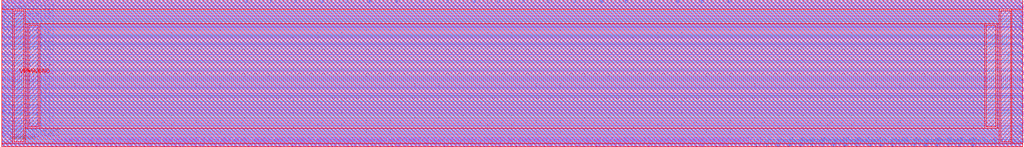
<source format=lef>
##
## LEF for PtnCells ;
## created by Innovus v15.20-p005_1 on Mon Jun 14 23:50:16 2021
##

VERSION 5.7 ;

BUSBITCHARS "[]" ;
DIVIDERCHAR "/" ;

MACRO N_term_DSP
  CLASS BLOCK ;
  SIZE 210.2200 BY 30.2600 ;
  FOREIGN N_term_DSP 0.0000 0.0000 ;
  ORIGIN 0 0 ;
  SYMMETRY X Y R90 ;
  PIN N1END[3]
    DIRECTION INPUT ;
    USE SIGNAL ;
    ANTENNAPARTIALMETALAREA 1.02765 LAYER li1  ;
    ANTENNAPARTIALMETALSIDEAREA 1.209 LAYER li1  ;
    ANTENNAPARTIALCUTAREA 0.0289 LAYER mcon  ;
    ANTENNAPARTIALMETALAREA 0.0832 LAYER met1  ;
    ANTENNAPARTIALMETALSIDEAREA 0.406 LAYER met1  ;
    ANTENNAPARTIALCUTAREA 0.0225 LAYER via  ;
    ANTENNAPARTIALMETALAREA 0.4548 LAYER met2  ;
    ANTENNAPARTIALMETALSIDEAREA 2.156 LAYER met2  ;
    ANTENNAMODEL OXIDE1 ;
    ANTENNAGATEAREA 0.159 LAYER met2  ;
    ANTENNAMAXAREACAR 52.9469 LAYER met2  ;
    ANTENNAMAXSIDEAREACAR 260.286 LAYER met2  ;
    ANTENNAMAXCUTCAR 0.32327 LAYER via2  ;
    PORT
      LAYER li1 ;
        RECT 13.9450 0.0000 14.1150 0.3300 ;
    END
  END N1END[3]
  PIN N1END[2]
    DIRECTION INPUT ;
    USE SIGNAL ;
    ANTENNAPARTIALMETALAREA 0.10285 LAYER li1  ;
    ANTENNAPARTIALMETALSIDEAREA 0.121 LAYER li1  ;
    ANTENNAPARTIALCUTAREA 0.0289 LAYER mcon  ;
    ANTENNAPARTIALMETALAREA 12.8724 LAYER met1  ;
    ANTENNAPARTIALMETALSIDEAREA 64.2845 LAYER met1  ;
    ANTENNAPARTIALCUTAREA 0.0225 LAYER via  ;
    ANTENNAPARTIALMETALAREA 3.4452 LAYER met2  ;
    ANTENNAPARTIALMETALSIDEAREA 17.108 LAYER met2  ;
    ANTENNAMODEL OXIDE1 ;
    ANTENNAGATEAREA 0.159 LAYER met2  ;
    ANTENNAMAXAREACAR 29.6487 LAYER met2  ;
    ANTENNAMAXSIDEAREACAR 143.796 LAYER met2  ;
    ANTENNAMAXCUTCAR 0.32327 LAYER via2  ;
    PORT
      LAYER li1 ;
        RECT 12.5650 0.0000 12.7350 0.3300 ;
    END
  END N1END[2]
  PIN N1END[1]
    DIRECTION INPUT ;
    USE SIGNAL ;
    ANTENNAPARTIALCUTAREA 0.0289 LAYER mcon  ;
    ANTENNAPARTIALMETALAREA 3.6324 LAYER met1  ;
    ANTENNAPARTIALMETALSIDEAREA 18.0845 LAYER met1  ;
    ANTENNAPARTIALCUTAREA 0.0225 LAYER via  ;
    ANTENNAPARTIALMETALAREA 3.0236 LAYER met2  ;
    ANTENNAPARTIALMETALSIDEAREA 14.882 LAYER met2  ;
    ANTENNAMODEL OXIDE1 ;
    ANTENNAGATEAREA 0.159 LAYER met2  ;
    ANTENNAMAXAREACAR 26.8953 LAYER met2  ;
    ANTENNAMAXSIDEAREACAR 123.481 LAYER met2  ;
    ANTENNAMAXCUTCAR 0.32327 LAYER via2  ;
    PORT
      LAYER li1 ;
        RECT 11.1850 0.0000 11.3550 0.3300 ;
    END
  END N1END[1]
  PIN N1END[0]
    DIRECTION INPUT ;
    USE SIGNAL ;
    ANTENNAPARTIALMETALAREA 0.21845 LAYER li1  ;
    ANTENNAPARTIALMETALSIDEAREA 0.257 LAYER li1  ;
    ANTENNAPARTIALCUTAREA 0.0289 LAYER mcon  ;
    ANTENNAPARTIALMETALAREA 2.5852 LAYER met1  ;
    ANTENNAPARTIALMETALSIDEAREA 12.8485 LAYER met1  ;
    ANTENNAPARTIALCUTAREA 0.0225 LAYER via  ;
    ANTENNAPARTIALMETALAREA 2.5968 LAYER met2  ;
    ANTENNAPARTIALMETALSIDEAREA 12.866 LAYER met2  ;
    ANTENNAMODEL OXIDE1 ;
    ANTENNAGATEAREA 0.159 LAYER met2  ;
    ANTENNAMAXAREACAR 58.6613 LAYER met2  ;
    ANTENNAMAXSIDEAREACAR 288.858 LAYER met2  ;
    ANTENNAMAXCUTCAR 0.32327 LAYER via2  ;
    PORT
      LAYER li1 ;
        RECT 10.2650 0.0000 10.4350 0.3300 ;
    END
  END N1END[0]
  PIN N2MID[7]
    DIRECTION INPUT ;
    USE SIGNAL ;
    ANTENNAPARTIALMETALAREA 1.02765 LAYER li1  ;
    ANTENNAPARTIALMETALSIDEAREA 1.209 LAYER li1  ;
    ANTENNAPARTIALCUTAREA 0.0289 LAYER mcon  ;
    ANTENNAPARTIALMETALAREA 0.88 LAYER met1  ;
    ANTENNAPARTIALMETALSIDEAREA 4.3225 LAYER met1  ;
    ANTENNAPARTIALCUTAREA 0.0225 LAYER via  ;
    ANTENNAPARTIALMETALAREA 2.1544 LAYER met2  ;
    ANTENNAPARTIALMETALSIDEAREA 10.654 LAYER met2  ;
    ANTENNAMODEL OXIDE1 ;
    ANTENNAGATEAREA 0.159 LAYER met2  ;
    ANTENNAMAXAREACAR 55.8336 LAYER met2  ;
    ANTENNAMAXSIDEAREACAR 271.695 LAYER met2  ;
    ANTENNAMAXCUTCAR 0.32327 LAYER via2  ;
    PORT
      LAYER li1 ;
        RECT 24.9850 0.0000 25.1550 0.3300 ;
    END
  END N2MID[7]
  PIN N2MID[6]
    DIRECTION INPUT ;
    USE SIGNAL ;
    ANTENNAPARTIALMETALAREA 1.02765 LAYER li1  ;
    ANTENNAPARTIALMETALSIDEAREA 1.209 LAYER li1  ;
    ANTENNAPARTIALCUTAREA 0.0289 LAYER mcon  ;
    ANTENNAPARTIALMETALAREA 0.0832 LAYER met1  ;
    ANTENNAPARTIALMETALSIDEAREA 0.406 LAYER met1  ;
    ANTENNAPARTIALCUTAREA 0.0225 LAYER via  ;
    ANTENNAPARTIALMETALAREA 1.3915 LAYER met2  ;
    ANTENNAPARTIALMETALSIDEAREA 6.7865 LAYER met2  ;
    ANTENNAPARTIALCUTAREA 0.04 LAYER via2  ;
    ANTENNAPARTIALMETALAREA 0.883 LAYER met3  ;
    ANTENNAPARTIALMETALSIDEAREA 5.176 LAYER met3  ;
    ANTENNAPARTIALCUTAREA 0.04 LAYER via3  ;
    ANTENNAPARTIALMETALAREA 0.9774 LAYER met4  ;
    ANTENNAPARTIALMETALSIDEAREA 6.624 LAYER met4  ;
    ANTENNAMODEL OXIDE1 ;
    ANTENNAGATEAREA 0.159 LAYER met4  ;
    ANTENNAMAXAREACAR 30.0829 LAYER met4  ;
    ANTENNAMAXSIDEAREACAR 160.283 LAYER met4  ;
    ANTENNAMAXCUTCAR 0.826415 LAYER via4  ;
    PORT
      LAYER li1 ;
        RECT 23.6050 0.0000 23.7750 0.3300 ;
    END
  END N2MID[6]
  PIN N2MID[5]
    DIRECTION INPUT ;
    USE SIGNAL ;
    ANTENNAPARTIALMETALAREA 0.33405 LAYER li1  ;
    ANTENNAPARTIALMETALSIDEAREA 0.393 LAYER li1  ;
    ANTENNAPARTIALCUTAREA 0.0289 LAYER mcon  ;
    ANTENNAPARTIALMETALAREA 4.2764 LAYER met1  ;
    ANTENNAPARTIALMETALSIDEAREA 21.3045 LAYER met1  ;
    ANTENNAPARTIALCUTAREA 0.0225 LAYER via  ;
    ANTENNAPARTIALMETALAREA 1.4501 LAYER met2  ;
    ANTENNAPARTIALMETALSIDEAREA 6.9615 LAYER met2  ;
    ANTENNAPARTIALCUTAREA 0.04 LAYER via2  ;
    ANTENNAPARTIALMETALAREA 0.1249 LAYER met3  ;
    ANTENNAPARTIALMETALSIDEAREA 1.136 LAYER met3  ;
    ANTENNAPARTIALCUTAREA 0.04 LAYER via3  ;
    ANTENNAPARTIALMETALAREA 10.2564 LAYER met4  ;
    ANTENNAPARTIALMETALSIDEAREA 56.112 LAYER met4  ;
    ANTENNAMODEL OXIDE1 ;
    ANTENNAGATEAREA 0.159 LAYER met4  ;
    ANTENNAMAXAREACAR 89.7789 LAYER met4  ;
    ANTENNAMAXSIDEAREACAR 473.962 LAYER met4  ;
    ANTENNAMAXCUTCAR 0.826415 LAYER via4  ;
    PORT
      LAYER li1 ;
        RECT 22.2250 0.0000 22.3950 0.3300 ;
    END
  END N2MID[5]
  PIN N2MID[4]
    DIRECTION INPUT ;
    USE SIGNAL ;
    ANTENNAPARTIALMETALAREA 1.02765 LAYER li1  ;
    ANTENNAPARTIALMETALSIDEAREA 1.209 LAYER li1  ;
    ANTENNAPARTIALCUTAREA 0.0289 LAYER mcon  ;
    ANTENNAPARTIALMETALAREA 0.0832 LAYER met1  ;
    ANTENNAPARTIALMETALSIDEAREA 0.406 LAYER met1  ;
    ANTENNAPARTIALCUTAREA 0.0225 LAYER via  ;
    ANTENNAPARTIALMETALAREA 0.6229 LAYER met2  ;
    ANTENNAPARTIALMETALSIDEAREA 2.9435 LAYER met2  ;
    ANTENNAPARTIALCUTAREA 0.04 LAYER via2  ;
    ANTENNAPARTIALMETALAREA 16.75 LAYER met3  ;
    ANTENNAPARTIALMETALSIDEAREA 89.8 LAYER met3  ;
    ANTENNAPARTIALCUTAREA 0.04 LAYER via3  ;
    ANTENNAPARTIALMETALAREA 1.8618 LAYER met4  ;
    ANTENNAPARTIALMETALSIDEAREA 10.4 LAYER met4  ;
    ANTENNAMODEL OXIDE1 ;
    ANTENNAGATEAREA 0.159 LAYER met4  ;
    ANTENNAMAXAREACAR 57.5362 LAYER met4  ;
    ANTENNAMAXSIDEAREACAR 302.874 LAYER met4  ;
    ANTENNAMAXCUTCAR 0.826415 LAYER via4  ;
    PORT
      LAYER li1 ;
        RECT 20.8450 0.0000 21.0150 0.3300 ;
    END
  END N2MID[4]
  PIN N2MID[3]
    DIRECTION INPUT ;
    USE SIGNAL ;
    ANTENNAPARTIALMETALAREA 0.73865 LAYER li1  ;
    ANTENNAPARTIALMETALSIDEAREA 0.869 LAYER li1  ;
    ANTENNAPARTIALCUTAREA 0.0289 LAYER mcon  ;
    ANTENNAPARTIALMETALAREA 0.9444 LAYER met1  ;
    ANTENNAPARTIALMETALSIDEAREA 4.6445 LAYER met1  ;
    ANTENNAPARTIALCUTAREA 0.0225 LAYER via  ;
    ANTENNAPARTIALMETALAREA 4.9556 LAYER met2  ;
    ANTENNAPARTIALMETALSIDEAREA 24.542 LAYER met2  ;
    ANTENNAMODEL OXIDE1 ;
    ANTENNAGATEAREA 0.159 LAYER met2  ;
    ANTENNAMAXAREACAR 34.6135 LAYER met2  ;
    ANTENNAMAXSIDEAREACAR 167.877 LAYER met2  ;
    ANTENNAMAXCUTCAR 0.32327 LAYER via2  ;
    PORT
      LAYER li1 ;
        RECT 19.4650 0.0000 19.6350 0.3300 ;
    END
  END N2MID[3]
  PIN N2MID[2]
    DIRECTION INPUT ;
    USE SIGNAL ;
    ANTENNAPARTIALMETALAREA 0.93245 LAYER li1  ;
    ANTENNAPARTIALMETALSIDEAREA 1.097 LAYER li1  ;
    ANTENNAPARTIALCUTAREA 0.0289 LAYER mcon  ;
    ANTENNAPARTIALMETALAREA 7.4152 LAYER met1  ;
    ANTENNAPARTIALMETALSIDEAREA 36.9985 LAYER met1  ;
    ANTENNAPARTIALCUTAREA 0.0225 LAYER via  ;
    ANTENNAPARTIALMETALAREA 0.5976 LAYER met2  ;
    ANTENNAPARTIALMETALSIDEAREA 2.87 LAYER met2  ;
    ANTENNAMODEL OXIDE1 ;
    ANTENNAGATEAREA 0.159 LAYER met2  ;
    ANTENNAMAXAREACAR 5.10786 LAYER met2  ;
    ANTENNAMAXSIDEAREACAR 21.5157 LAYER met2  ;
    ANTENNAMAXCUTCAR 0.32327 LAYER via2  ;
    PORT
      LAYER li1 ;
        RECT 18.0850 0.0000 18.2550 0.3300 ;
    END
  END N2MID[2]
  PIN N2MID[1]
    DIRECTION INPUT ;
    USE SIGNAL ;
    ANTENNAPARTIALMETALAREA 0.62305 LAYER li1  ;
    ANTENNAPARTIALMETALSIDEAREA 0.733 LAYER li1  ;
    ANTENNAPARTIALCUTAREA 0.0289 LAYER mcon  ;
    ANTENNAPARTIALMETALAREA 2.168 LAYER met1  ;
    ANTENNAPARTIALMETALSIDEAREA 10.7625 LAYER met1  ;
    ANTENNAPARTIALCUTAREA 0.0225 LAYER via  ;
    ANTENNAPARTIALMETALAREA 0.844 LAYER met2  ;
    ANTENNAPARTIALMETALSIDEAREA 4.039 LAYER met2  ;
    ANTENNAPARTIALCUTAREA 0.04 LAYER via2  ;
    ANTENNAPARTIALMETALAREA 0.2568 LAYER met3  ;
    ANTENNAPARTIALMETALSIDEAREA 1.84 LAYER met3  ;
    ANTENNAMODEL OXIDE1 ;
    ANTENNAGATEAREA 0.159 LAYER met3  ;
    ANTENNAMAXAREACAR 16.2173 LAYER met3  ;
    ANTENNAMAXSIDEAREACAR 80.4811 LAYER met3  ;
    ANTENNAMAXCUTCAR 0.574843 LAYER via3  ;
    PORT
      LAYER li1 ;
        RECT 16.7050 0.0000 16.8750 0.3300 ;
    END
  END N2MID[1]
  PIN N2MID[0]
    DIRECTION INPUT ;
    USE SIGNAL ;
    ANTENNAPARTIALMETALAREA 1.02765 LAYER li1  ;
    ANTENNAPARTIALMETALSIDEAREA 1.209 LAYER li1  ;
    ANTENNAPARTIALCUTAREA 0.0289 LAYER mcon  ;
    ANTENNAPARTIALMETALAREA 0.4936 LAYER met1  ;
    ANTENNAPARTIALMETALSIDEAREA 2.3905 LAYER met1  ;
    ANTENNAPARTIALCUTAREA 0.0225 LAYER via  ;
    ANTENNAPARTIALMETALAREA 1.264 LAYER met2  ;
    ANTENNAPARTIALMETALSIDEAREA 6.202 LAYER met2  ;
    ANTENNAMODEL OXIDE1 ;
    ANTENNAGATEAREA 0.159 LAYER met2  ;
    ANTENNAMAXAREACAR 50.6387 LAYER met2  ;
    ANTENNAMAXSIDEAREACAR 245.72 LAYER met2  ;
    ANTENNAMAXCUTCAR 0.32327 LAYER via2  ;
    PORT
      LAYER li1 ;
        RECT 15.3250 0.0000 15.4950 0.3300 ;
    END
  END N2MID[0]
  PIN N2END[7]
    DIRECTION INPUT ;
    USE SIGNAL ;
    ANTENNAPARTIALMETALAREA 0.21845 LAYER li1  ;
    ANTENNAPARTIALMETALSIDEAREA 0.257 LAYER li1  ;
    ANTENNAPARTIALCUTAREA 0.0289 LAYER mcon  ;
    ANTENNAPARTIALMETALAREA 3.4392 LAYER met1  ;
    ANTENNAPARTIALMETALSIDEAREA 17.1185 LAYER met1  ;
    ANTENNAPARTIALCUTAREA 0.0225 LAYER via  ;
    ANTENNAPARTIALMETALAREA 1.4979 LAYER met2  ;
    ANTENNAPARTIALMETALSIDEAREA 7.3185 LAYER met2  ;
    ANTENNAPARTIALCUTAREA 0.04 LAYER via2  ;
    ANTENNAPARTIALMETALAREA 4.516 LAYER met3  ;
    ANTENNAPARTIALMETALSIDEAREA 24.552 LAYER met3  ;
    ANTENNAPARTIALCUTAREA 0.04 LAYER via3  ;
    ANTENNAPARTIALMETALAREA 5.2986 LAYER met4  ;
    ANTENNAPARTIALMETALSIDEAREA 29.2 LAYER met4  ;
    ANTENNAMODEL OXIDE1 ;
    ANTENNAGATEAREA 0.159 LAYER met4  ;
    ANTENNAMAXAREACAR 64.667 LAYER met4  ;
    ANTENNAMAXSIDEAREACAR 345.553 LAYER met4  ;
    ANTENNAMAXCUTCAR 0.826415 LAYER via4  ;
    PORT
      LAYER li1 ;
        RECT 35.5650 0.0000 35.7350 0.3300 ;
    END
  END N2END[7]
  PIN N2END[6]
    DIRECTION INPUT ;
    USE SIGNAL ;
    ANTENNAPARTIALMETALAREA 1.08545 LAYER li1  ;
    ANTENNAPARTIALMETALSIDEAREA 1.277 LAYER li1  ;
    ANTENNAPARTIALCUTAREA 0.0289 LAYER mcon  ;
    ANTENNAPARTIALMETALAREA 0.3004 LAYER met1  ;
    ANTENNAPARTIALMETALSIDEAREA 1.4245 LAYER met1  ;
    ANTENNAPARTIALCUTAREA 0.0225 LAYER via  ;
    ANTENNAPARTIALMETALAREA 0.7461 LAYER met2  ;
    ANTENNAPARTIALMETALSIDEAREA 3.5595 LAYER met2  ;
    ANTENNAPARTIALCUTAREA 0.04 LAYER via2  ;
    ANTENNAPARTIALMETALAREA 6.7428 LAYER met3  ;
    ANTENNAPARTIALMETALSIDEAREA 36.432 LAYER met3  ;
    ANTENNAMODEL OXIDE1 ;
    ANTENNAGATEAREA 0.159 LAYER met3  ;
    ANTENNAMAXAREACAR 55.6192 LAYER met3  ;
    ANTENNAMAXSIDEAREACAR 290.138 LAYER met3  ;
    ANTENNAMAXCUTCAR 0.574843 LAYER via3  ;
    PORT
      LAYER li1 ;
        RECT 34.1850 0.0000 34.3550 0.3300 ;
    END
  END N2END[6]
  PIN N2END[5]
    DIRECTION INPUT ;
    USE SIGNAL ;
    ANTENNAPARTIALMETALAREA 0.96985 LAYER li1  ;
    ANTENNAPARTIALMETALSIDEAREA 1.141 LAYER li1  ;
    ANTENNAPARTIALCUTAREA 0.0289 LAYER mcon  ;
    ANTENNAPARTIALMETALAREA 11.4766 LAYER met1  ;
    ANTENNAPARTIALMETALSIDEAREA 57.3055 LAYER met1  ;
    ANTENNAPARTIALCUTAREA 0.0225 LAYER via  ;
    ANTENNAPARTIALMETALAREA 0.5024 LAYER met2  ;
    ANTENNAPARTIALMETALSIDEAREA 2.394 LAYER met2  ;
    ANTENNAMODEL OXIDE1 ;
    ANTENNAGATEAREA 0.159 LAYER met2  ;
    ANTENNAMAXAREACAR 7.07138 LAYER met2  ;
    ANTENNAMAXSIDEAREACAR 27.8836 LAYER met2  ;
    ANTENNAMAXCUTCAR 0.32327 LAYER via2  ;
    PORT
      LAYER li1 ;
        RECT 33.2650 0.0000 33.4350 0.3300 ;
    END
  END N2END[5]
  PIN N2END[4]
    DIRECTION INPUT ;
    USE SIGNAL ;
    ANTENNAPARTIALMETALAREA 0.62305 LAYER li1  ;
    ANTENNAPARTIALMETALSIDEAREA 0.733 LAYER li1  ;
    ANTENNAPARTIALCUTAREA 0.0289 LAYER mcon  ;
    ANTENNAPARTIALMETALAREA 5.2424 LAYER met1  ;
    ANTENNAPARTIALMETALSIDEAREA 26.1345 LAYER met1  ;
    ANTENNAPARTIALCUTAREA 0.0225 LAYER via  ;
    ANTENNAPARTIALMETALAREA 1.1856 LAYER met2  ;
    ANTENNAPARTIALMETALSIDEAREA 5.81 LAYER met2  ;
    ANTENNAMODEL OXIDE1 ;
    ANTENNAGATEAREA 0.159 LAYER met2  ;
    ANTENNAMAXAREACAR 10.577 LAYER met2  ;
    ANTENNAMAXSIDEAREACAR 48.4371 LAYER met2  ;
    ANTENNAMAXCUTCAR 0.32327 LAYER via2  ;
    PORT
      LAYER li1 ;
        RECT 31.8850 0.0000 32.0550 0.3300 ;
    END
  END N2END[4]
  PIN N2END[3]
    DIRECTION INPUT ;
    USE SIGNAL ;
    ANTENNAPARTIALMETALAREA 0.50745 LAYER li1  ;
    ANTENNAPARTIALMETALSIDEAREA 0.597 LAYER li1  ;
    ANTENNAPARTIALCUTAREA 0.0289 LAYER mcon  ;
    ANTENNAPARTIALMETALAREA 14.9308 LAYER met1  ;
    ANTENNAPARTIALMETALSIDEAREA 74.5395 LAYER met1  ;
    ANTENNAPARTIALCUTAREA 0.0225 LAYER via  ;
    ANTENNAPARTIALMETALAREA 0.5024 LAYER met2  ;
    ANTENNAPARTIALMETALSIDEAREA 2.394 LAYER met2  ;
    ANTENNAMODEL OXIDE1 ;
    ANTENNAGATEAREA 0.159 LAYER met2  ;
    ANTENNAMAXAREACAR 8.7783 LAYER met2  ;
    ANTENNAMAXSIDEAREACAR 34.5377 LAYER met2  ;
    ANTENNAMAXCUTCAR 0.32327 LAYER via2  ;
    PORT
      LAYER li1 ;
        RECT 30.5050 0.0000 30.6750 0.3300 ;
    END
  END N2END[3]
  PIN N2END[2]
    DIRECTION INPUT ;
    USE SIGNAL ;
    ANTENNAPARTIALMETALAREA 1.08545 LAYER li1  ;
    ANTENNAPARTIALMETALSIDEAREA 1.277 LAYER li1  ;
    ANTENNAPARTIALCUTAREA 0.0289 LAYER mcon  ;
    ANTENNAPARTIALMETALAREA 0.6224 LAYER met1  ;
    ANTENNAPARTIALMETALSIDEAREA 3.0345 LAYER met1  ;
    ANTENNAPARTIALCUTAREA 0.0225 LAYER via  ;
    ANTENNAPARTIALMETALAREA 2.1769 LAYER met2  ;
    ANTENNAPARTIALMETALSIDEAREA 10.7135 LAYER met2  ;
    ANTENNAPARTIALCUTAREA 0.04 LAYER via2  ;
    ANTENNAPARTIALMETALAREA 8.104 LAYER met3  ;
    ANTENNAPARTIALMETALSIDEAREA 43.688 LAYER met3  ;
    ANTENNAPARTIALCUTAREA 0.04 LAYER via3  ;
    ANTENNAPARTIALMETALAREA 1.6308 LAYER met4  ;
    ANTENNAPARTIALMETALSIDEAREA 9.168 LAYER met4  ;
    ANTENNAMODEL OXIDE1 ;
    ANTENNAGATEAREA 0.159 LAYER met4  ;
    ANTENNAMAXAREACAR 78.8531 LAYER met4  ;
    ANTENNAMAXSIDEAREACAR 414.17 LAYER met4  ;
    ANTENNAMAXCUTCAR 0.826415 LAYER via4  ;
    PORT
      LAYER li1 ;
        RECT 29.1250 0.0000 29.2950 0.3300 ;
    END
  END N2END[2]
  PIN N2END[1]
    DIRECTION INPUT ;
    USE SIGNAL ;
    ANTENNAPARTIALMETALAREA 0.21845 LAYER li1  ;
    ANTENNAPARTIALMETALSIDEAREA 0.257 LAYER li1  ;
    ANTENNAPARTIALCUTAREA 0.0289 LAYER mcon  ;
    ANTENNAPARTIALMETALAREA 0.9444 LAYER met1  ;
    ANTENNAPARTIALMETALSIDEAREA 4.6445 LAYER met1  ;
    ANTENNAPARTIALCUTAREA 0.0225 LAYER via  ;
    ANTENNAPARTIALMETALAREA 1.6784 LAYER met2  ;
    ANTENNAPARTIALMETALSIDEAREA 8.274 LAYER met2  ;
    ANTENNAMODEL OXIDE1 ;
    ANTENNAGATEAREA 0.159 LAYER met2  ;
    ANTENNAMAXAREACAR 39.8374 LAYER met2  ;
    ANTENNAMAXSIDEAREACAR 190.324 LAYER met2  ;
    ANTENNAMAXCUTCAR 0.32327 LAYER via2  ;
    PORT
      LAYER li1 ;
        RECT 27.7450 0.0000 27.9150 0.3300 ;
    END
  END N2END[1]
  PIN N2END[0]
    DIRECTION INPUT ;
    USE SIGNAL ;
    ANTENNAPARTIALMETALAREA 0.73865 LAYER li1  ;
    ANTENNAPARTIALMETALSIDEAREA 0.869 LAYER li1  ;
    ANTENNAPARTIALCUTAREA 0.0289 LAYER mcon  ;
    ANTENNAPARTIALMETALAREA 2.5544 LAYER met1  ;
    ANTENNAPARTIALMETALSIDEAREA 12.6945 LAYER met1  ;
    ANTENNAPARTIALCUTAREA 0.0225 LAYER via  ;
    ANTENNAPARTIALMETALAREA 0.6901 LAYER met2  ;
    ANTENNAPARTIALMETALSIDEAREA 3.2795 LAYER met2  ;
    ANTENNAPARTIALCUTAREA 0.04 LAYER via2  ;
    ANTENNAPARTIALMETALAREA 10.519 LAYER met3  ;
    ANTENNAPARTIALMETALSIDEAREA 56.568 LAYER met3  ;
    ANTENNAPARTIALCUTAREA 0.04 LAYER via3  ;
    ANTENNAPARTIALMETALAREA 5.2824 LAYER met4  ;
    ANTENNAPARTIALMETALSIDEAREA 29.584 LAYER met4  ;
    ANTENNAMODEL OXIDE1 ;
    ANTENNAGATEAREA 0.159 LAYER met4  ;
    ANTENNAMAXAREACAR 46.9613 LAYER met4  ;
    ANTENNAMAXSIDEAREACAR 253.893 LAYER met4  ;
    ANTENNAMAXCUTCAR 0.826415 LAYER via4  ;
    PORT
      LAYER li1 ;
        RECT 26.3650 0.0000 26.5350 0.3300 ;
    END
  END N2END[0]
  PIN N4END[15]
    DIRECTION INPUT ;
    USE SIGNAL ;
    ANTENNAPARTIALMETALAREA 0.96985 LAYER li1  ;
    ANTENNAPARTIALMETALSIDEAREA 1.141 LAYER li1  ;
    ANTENNAPARTIALCUTAREA 0.0289 LAYER mcon  ;
    ANTENNAPARTIALMETALAREA 1.846 LAYER met1  ;
    ANTENNAPARTIALMETALSIDEAREA 9.1525 LAYER met1  ;
    ANTENNAPARTIALCUTAREA 0.0225 LAYER via  ;
    ANTENNAPARTIALMETALAREA 0.5024 LAYER met2  ;
    ANTENNAPARTIALMETALSIDEAREA 2.394 LAYER met2  ;
    ANTENNAMODEL OXIDE1 ;
    ANTENNAGATEAREA 0.159 LAYER met2  ;
    ANTENNAMAXAREACAR 4.50912 LAYER met2  ;
    ANTENNAMAXSIDEAREACAR 18.522 LAYER met2  ;
    ANTENNAMAXCUTCAR 0.32327 LAYER via2  ;
    PORT
      LAYER li1 ;
        RECT 57.1850 0.0000 57.3550 0.3300 ;
    END
  END N4END[15]
  PIN N4END[14]
    DIRECTION INPUT ;
    USE SIGNAL ;
    ANTENNAPARTIALMETALAREA 1.08545 LAYER li1  ;
    ANTENNAPARTIALMETALSIDEAREA 1.277 LAYER li1  ;
    ANTENNAPARTIALCUTAREA 0.0289 LAYER mcon  ;
    ANTENNAPARTIALMETALAREA 1.524 LAYER met1  ;
    ANTENNAPARTIALMETALSIDEAREA 7.5425 LAYER met1  ;
    ANTENNAPARTIALCUTAREA 0.0225 LAYER via  ;
    ANTENNAPARTIALMETALAREA 0.4548 LAYER met2  ;
    ANTENNAPARTIALMETALSIDEAREA 2.156 LAYER met2  ;
    ANTENNAMODEL OXIDE1 ;
    ANTENNAGATEAREA 0.159 LAYER met2  ;
    ANTENNAMAXAREACAR 11.977 LAYER met2  ;
    ANTENNAMAXSIDEAREACAR 55.4371 LAYER met2  ;
    ANTENNAMAXCUTCAR 0.32327 LAYER via2  ;
    PORT
      LAYER li1 ;
        RECT 56.2650 0.0000 56.4350 0.3300 ;
    END
  END N4END[14]
  PIN N4END[13]
    DIRECTION INPUT ;
    USE SIGNAL ;
    ANTENNAPARTIALMETALAREA 0.21845 LAYER li1  ;
    ANTENNAPARTIALMETALSIDEAREA 0.257 LAYER li1  ;
    ANTENNAPARTIALCUTAREA 0.0289 LAYER mcon  ;
    ANTENNAPARTIALMETALAREA 1.202 LAYER met1  ;
    ANTENNAPARTIALMETALSIDEAREA 5.9325 LAYER met1  ;
    ANTENNAPARTIALCUTAREA 0.0225 LAYER via  ;
    ANTENNAPARTIALMETALAREA 5.8164 LAYER met2  ;
    ANTENNAPARTIALMETALSIDEAREA 28.728 LAYER met2  ;
    ANTENNAMODEL OXIDE1 ;
    ANTENNAGATEAREA 0.159 LAYER met2  ;
    ANTENNAMAXAREACAR 39.4487 LAYER met2  ;
    ANTENNAMAXSIDEAREACAR 185.931 LAYER met2  ;
    ANTENNAMAXCUTCAR 0.32327 LAYER via2  ;
    PORT
      LAYER li1 ;
        RECT 54.8850 0.0000 55.0550 0.3300 ;
    END
  END N4END[13]
  PIN N4END[12]
    DIRECTION INPUT ;
    USE SIGNAL ;
    ANTENNAPARTIALMETALAREA 0.39185 LAYER li1  ;
    ANTENNAPARTIALMETALSIDEAREA 0.461 LAYER li1  ;
    ANTENNAPARTIALCUTAREA 0.0289 LAYER mcon  ;
    ANTENNAPARTIALMETALAREA 2.2968 LAYER met1  ;
    ANTENNAPARTIALMETALSIDEAREA 11.4065 LAYER met1  ;
    ANTENNAPARTIALCUTAREA 0.0225 LAYER via  ;
    ANTENNAPARTIALMETALAREA 2.5352 LAYER met2  ;
    ANTENNAPARTIALMETALSIDEAREA 12.558 LAYER met2  ;
    ANTENNAMODEL OXIDE1 ;
    ANTENNAGATEAREA 0.159 LAYER met2  ;
    ANTENNAMAXAREACAR 28.3204 LAYER met2  ;
    ANTENNAMAXSIDEAREACAR 132.739 LAYER met2  ;
    ANTENNAMAXCUTCAR 0.32327 LAYER via2  ;
    PORT
      LAYER li1 ;
        RECT 53.5050 0.0000 53.6750 0.3300 ;
    END
  END N4END[12]
  PIN N4END[11]
    DIRECTION INPUT ;
    USE SIGNAL ;
    ANTENNAPARTIALMETALAREA 0.68085 LAYER li1  ;
    ANTENNAPARTIALMETALSIDEAREA 0.801 LAYER li1  ;
    ANTENNAPARTIALCUTAREA 0.0289 LAYER mcon  ;
    ANTENNAPARTIALMETALAREA 3.6492 LAYER met1  ;
    ANTENNAPARTIALMETALSIDEAREA 18.1685 LAYER met1  ;
    ANTENNAPARTIALCUTAREA 0.0225 LAYER via  ;
    ANTENNAPARTIALMETALAREA 1.2024 LAYER met2  ;
    ANTENNAPARTIALMETALSIDEAREA 5.894 LAYER met2  ;
    ANTENNAMODEL OXIDE1 ;
    ANTENNAGATEAREA 0.159 LAYER met2  ;
    ANTENNAMAXAREACAR 12.3028 LAYER met2  ;
    ANTENNAMAXSIDEAREACAR 57.066 LAYER met2  ;
    ANTENNAMAXCUTCAR 0.32327 LAYER via2  ;
    PORT
      LAYER li1 ;
        RECT 52.1250 0.0000 52.2950 0.3300 ;
    END
  END N4END[11]
  PIN N4END[10]
    DIRECTION INPUT ;
    USE SIGNAL ;
    ANTENNAPARTIALCUTAREA 0.0289 LAYER mcon  ;
    ANTENNAPARTIALMETALAREA 1.7172 LAYER met1  ;
    ANTENNAPARTIALMETALSIDEAREA 8.5085 LAYER met1  ;
    ANTENNAPARTIALCUTAREA 0.0225 LAYER via  ;
    ANTENNAPARTIALMETALAREA 4.9444 LAYER met2  ;
    ANTENNAPARTIALMETALSIDEAREA 24.486 LAYER met2  ;
    ANTENNAMODEL OXIDE1 ;
    ANTENNAGATEAREA 0.159 LAYER met2  ;
    ANTENNAMAXAREACAR 35.4324 LAYER met2  ;
    ANTENNAMAXSIDEAREACAR 171.972 LAYER met2  ;
    ANTENNAMAXCUTCAR 0.32327 LAYER via2  ;
    PORT
      LAYER li1 ;
        RECT 50.7450 0.0000 50.9150 0.3300 ;
    END
  END N4END[10]
  PIN N4END[9]
    DIRECTION INPUT ;
    USE SIGNAL ;
    ANTENNAPARTIALMETALAREA 1.08545 LAYER li1  ;
    ANTENNAPARTIALMETALSIDEAREA 1.277 LAYER li1  ;
    ANTENNAPARTIALCUTAREA 0.0289 LAYER mcon  ;
    ANTENNAPARTIALMETALAREA 0.0832 LAYER met1  ;
    ANTENNAPARTIALMETALSIDEAREA 0.406 LAYER met1  ;
    ANTENNAPARTIALCUTAREA 0.0225 LAYER via  ;
    ANTENNAPARTIALMETALAREA 4.8924 LAYER met2  ;
    ANTENNAPARTIALMETALSIDEAREA 24.108 LAYER met2  ;
    ANTENNAMODEL OXIDE1 ;
    ANTENNAGATEAREA 0.159 LAYER met2  ;
    ANTENNAMAXAREACAR 39.0764 LAYER met2  ;
    ANTENNAMAXSIDEAREACAR 189.45 LAYER met2  ;
    ANTENNAMAXCUTCAR 0.32327 LAYER via2  ;
    PORT
      LAYER li1 ;
        RECT 49.3650 0.0000 49.5350 0.3300 ;
    END
  END N4END[9]
  PIN N4END[8]
    DIRECTION INPUT ;
    USE SIGNAL ;
    ANTENNAPARTIALMETALAREA 0.16065 LAYER li1  ;
    ANTENNAPARTIALMETALSIDEAREA 0.189 LAYER li1  ;
    ANTENNAPARTIALCUTAREA 0.0289 LAYER mcon  ;
    ANTENNAPARTIALMETALAREA 1.3952 LAYER met1  ;
    ANTENNAPARTIALMETALSIDEAREA 6.8985 LAYER met1  ;
    ANTENNAPARTIALCUTAREA 0.0225 LAYER via  ;
    ANTENNAPARTIALMETALAREA 0.2211 LAYER met2  ;
    ANTENNAPARTIALMETALSIDEAREA 0.9345 LAYER met2  ;
    ANTENNAPARTIALCUTAREA 0.04 LAYER via2  ;
    ANTENNAPARTIALMETALAREA 7.2948 LAYER met3  ;
    ANTENNAPARTIALMETALSIDEAREA 39.376 LAYER met3  ;
    ANTENNAMODEL OXIDE1 ;
    ANTENNAGATEAREA 0.159 LAYER met3  ;
    ANTENNAMAXAREACAR 62.0997 LAYER met3  ;
    ANTENNAMAXSIDEAREACAR 316.931 LAYER met3  ;
    ANTENNAMAXCUTCAR 0.574843 LAYER via3  ;
    PORT
      LAYER li1 ;
        RECT 47.9850 0.0000 48.1550 0.3300 ;
    END
  END N4END[8]
  PIN N4END[7]
    DIRECTION INPUT ;
    USE SIGNAL ;
    ANTENNAPARTIALMETALAREA 1.08545 LAYER li1  ;
    ANTENNAPARTIALMETALSIDEAREA 1.277 LAYER li1  ;
    ANTENNAPARTIALCUTAREA 0.0289 LAYER mcon  ;
    ANTENNAPARTIALMETALAREA 0.0832 LAYER met1  ;
    ANTENNAPARTIALMETALSIDEAREA 0.406 LAYER met1  ;
    ANTENNAPARTIALCUTAREA 0.0225 LAYER via  ;
    ANTENNAPARTIALMETALAREA 2.7044 LAYER met2  ;
    ANTENNAPARTIALMETALSIDEAREA 13.286 LAYER met2  ;
    ANTENNAMODEL OXIDE1 ;
    ANTENNAGATEAREA 0.159 LAYER met2  ;
    ANTENNAMAXAREACAR 22.4802 LAYER met2  ;
    ANTENNAMAXSIDEAREACAR 107.211 LAYER met2  ;
    ANTENNAMAXCUTCAR 0.32327 LAYER via2  ;
    PORT
      LAYER li1 ;
        RECT 46.6050 0.0000 46.7750 0.3300 ;
    END
  END N4END[7]
  PIN N4END[6]
    DIRECTION INPUT ;
    USE SIGNAL ;
    ANTENNAPARTIALMETALAREA 1.08545 LAYER li1  ;
    ANTENNAPARTIALMETALSIDEAREA 1.277 LAYER li1  ;
    ANTENNAPARTIALCUTAREA 0.0289 LAYER mcon  ;
    ANTENNAPARTIALMETALAREA 0.0832 LAYER met1  ;
    ANTENNAPARTIALMETALSIDEAREA 0.406 LAYER met1  ;
    ANTENNAPARTIALCUTAREA 0.0225 LAYER via  ;
    ANTENNAPARTIALMETALAREA 0.5359 LAYER met2  ;
    ANTENNAPARTIALMETALSIDEAREA 2.3905 LAYER met2  ;
    ANTENNAPARTIALCUTAREA 0.04 LAYER via2  ;
    ANTENNAPARTIALMETALAREA 8.059 LAYER met3  ;
    ANTENNAPARTIALMETALSIDEAREA 43.448 LAYER met3  ;
    ANTENNAPARTIALCUTAREA 0.04 LAYER via3  ;
    ANTENNAPARTIALMETALAREA 7.5834 LAYER met4  ;
    ANTENNAPARTIALMETALSIDEAREA 41.856 LAYER met4  ;
    ANTENNAMODEL OXIDE1 ;
    ANTENNAGATEAREA 0.159 LAYER met4  ;
    ANTENNAMAXAREACAR 79.589 LAYER met4  ;
    ANTENNAMAXSIDEAREACAR 423.95 LAYER met4  ;
    ANTENNAMAXCUTCAR 0.826415 LAYER via4  ;
    PORT
      LAYER li1 ;
        RECT 45.2250 0.0000 45.3950 0.3300 ;
    END
  END N4END[6]
  PIN N4END[5]
    DIRECTION INPUT ;
    USE SIGNAL ;
    ANTENNAPARTIALCUTAREA 0.0289 LAYER mcon  ;
    ANTENNAPARTIALMETALAREA 4.1476 LAYER met1  ;
    ANTENNAPARTIALMETALSIDEAREA 20.6605 LAYER met1  ;
    ANTENNAPARTIALCUTAREA 0.0225 LAYER via  ;
    ANTENNAPARTIALMETALAREA 2.1587 LAYER met2  ;
    ANTENNAPARTIALMETALSIDEAREA 10.6225 LAYER met2  ;
    ANTENNAPARTIALCUTAREA 0.04 LAYER via2  ;
    ANTENNAPARTIALMETALAREA 6.931 LAYER met3  ;
    ANTENNAPARTIALMETALSIDEAREA 37.432 LAYER met3  ;
    ANTENNAPARTIALCUTAREA 0.04 LAYER via3  ;
    ANTENNAPARTIALMETALAREA 10.455 LAYER met4  ;
    ANTENNAPARTIALMETALSIDEAREA 58.112 LAYER met4  ;
    ANTENNAMODEL OXIDE1 ;
    ANTENNAGATEAREA 0.159 LAYER met4  ;
    ANTENNAMAXAREACAR 70.4428 LAYER met4  ;
    ANTENNAMAXSIDEAREACAR 387.686 LAYER met4  ;
    ANTENNAMAXCUTCAR 0.826415 LAYER via4  ;
    PORT
      LAYER li1 ;
        RECT 43.8450 0.0000 44.0150 0.3300 ;
    END
  END N4END[5]
  PIN N4END[4]
    DIRECTION INPUT ;
    USE SIGNAL ;
    ANTENNAPARTIALMETALAREA 1.08545 LAYER li1  ;
    ANTENNAPARTIALMETALSIDEAREA 1.277 LAYER li1  ;
    ANTENNAPARTIALCUTAREA 0.0289 LAYER mcon  ;
    ANTENNAPARTIALMETALAREA 0.0832 LAYER met1  ;
    ANTENNAPARTIALMETALSIDEAREA 0.406 LAYER met1  ;
    ANTENNAPARTIALCUTAREA 0.0225 LAYER via  ;
    ANTENNAPARTIALMETALAREA 6.1148 LAYER met2  ;
    ANTENNAPARTIALMETALSIDEAREA 30.338 LAYER met2  ;
    ANTENNAMODEL OXIDE1 ;
    ANTENNAGATEAREA 0.159 LAYER met2  ;
    ANTENNAMAXAREACAR 43.3569 LAYER met2  ;
    ANTENNAMAXSIDEAREACAR 200.148 LAYER met2  ;
    ANTENNAMAXCUTCAR 0.32327 LAYER via2  ;
    PORT
      LAYER li1 ;
        RECT 42.4650 0.0000 42.6350 0.3300 ;
    END
  END N4END[4]
  PIN N4END[3]
    DIRECTION INPUT ;
    USE SIGNAL ;
    ANTENNAPARTIALMETALAREA 0.96985 LAYER li1  ;
    ANTENNAPARTIALMETALSIDEAREA 1.141 LAYER li1  ;
    ANTENNAPARTIALCUTAREA 0.0289 LAYER mcon  ;
    ANTENNAPARTIALMETALAREA 0.8156 LAYER met1  ;
    ANTENNAPARTIALMETALSIDEAREA 4.0005 LAYER met1  ;
    ANTENNAPARTIALCUTAREA 0.0225 LAYER via  ;
    ANTENNAPARTIALMETALAREA 0.3289 LAYER met2  ;
    ANTENNAPARTIALMETALSIDEAREA 1.4735 LAYER met2  ;
    ANTENNAPARTIALCUTAREA 0.04 LAYER via2  ;
    ANTENNAPARTIALMETALAREA 5.3628 LAYER met3  ;
    ANTENNAPARTIALMETALSIDEAREA 29.072 LAYER met3  ;
    ANTENNAMODEL OXIDE1 ;
    ANTENNAGATEAREA 0.159 LAYER met3  ;
    ANTENNAMAXAREACAR 39.6821 LAYER met3  ;
    ANTENNAMAXSIDEAREACAR 207.088 LAYER met3  ;
    ANTENNAMAXCUTCAR 0.574843 LAYER via3  ;
    PORT
      LAYER li1 ;
        RECT 41.0850 0.0000 41.2550 0.3300 ;
    END
  END N4END[3]
  PIN N4END[2]
    DIRECTION INPUT ;
    USE SIGNAL ;
    ANTENNAPARTIALMETALAREA 1.08545 LAYER li1  ;
    ANTENNAPARTIALMETALSIDEAREA 1.277 LAYER li1  ;
    ANTENNAPARTIALCUTAREA 0.0289 LAYER mcon  ;
    ANTENNAPARTIALMETALAREA 0.0832 LAYER met1  ;
    ANTENNAPARTIALMETALSIDEAREA 0.406 LAYER met1  ;
    ANTENNAPARTIALCUTAREA 0.0225 LAYER via  ;
    ANTENNAPARTIALMETALAREA 4.7597 LAYER met2  ;
    ANTENNAPARTIALMETALSIDEAREA 23.5095 LAYER met2  ;
    ANTENNAPARTIALCUTAREA 0.04 LAYER via2  ;
    ANTENNAPARTIALMETALAREA 5.092 LAYER met3  ;
    ANTENNAPARTIALMETALSIDEAREA 27.624 LAYER met3  ;
    ANTENNAPARTIALCUTAREA 0.04 LAYER via3  ;
    ANTENNAPARTIALMETALAREA 5.3466 LAYER met4  ;
    ANTENNAPARTIALMETALSIDEAREA 29.456 LAYER met4  ;
    ANTENNAMODEL OXIDE1 ;
    ANTENNAGATEAREA 0.159 LAYER met4  ;
    ANTENNAMAXAREACAR 39.9223 LAYER met4  ;
    ANTENNAMAXSIDEAREACAR 215.73 LAYER met4  ;
    ANTENNAMAXCUTCAR 0.826415 LAYER via4  ;
    PORT
      LAYER li1 ;
        RECT 39.7050 0.0000 39.8750 0.3300 ;
    END
  END N4END[2]
  PIN N4END[1]
    DIRECTION INPUT ;
    USE SIGNAL ;
    ANTENNAPARTIALMETALAREA 0.91205 LAYER li1  ;
    ANTENNAPARTIALMETALSIDEAREA 1.073 LAYER li1  ;
    ANTENNAPARTIALCUTAREA 0.0289 LAYER mcon  ;
    ANTENNAPARTIALMETALAREA 11.2316 LAYER met1  ;
    ANTENNAPARTIALMETALSIDEAREA 56.0805 LAYER met1  ;
    ANTENNAPARTIALCUTAREA 0.0225 LAYER via  ;
    ANTENNAPARTIALMETALAREA 0.4072 LAYER met2  ;
    ANTENNAPARTIALMETALSIDEAREA 1.918 LAYER met2  ;
    ANTENNAMODEL OXIDE1 ;
    ANTENNAGATEAREA 0.159 LAYER met2  ;
    ANTENNAMAXAREACAR 13.6802 LAYER met2  ;
    ANTENNAMAXSIDEAREACAR 58.1478 LAYER met2  ;
    ANTENNAMAXCUTCAR 0.32327 LAYER via2  ;
    PORT
      LAYER li1 ;
        RECT 38.3250 0.0000 38.4950 0.3300 ;
    END
  END N4END[1]
  PIN N4END[0]
    DIRECTION INPUT ;
    USE SIGNAL ;
    ANTENNAPARTIALMETALAREA 0.39185 LAYER li1  ;
    ANTENNAPARTIALMETALSIDEAREA 0.461 LAYER li1  ;
    ANTENNAPARTIALCUTAREA 0.0289 LAYER mcon  ;
    ANTENNAPARTIALMETALAREA 2.4088 LAYER met1  ;
    ANTENNAPARTIALMETALSIDEAREA 11.9665 LAYER met1  ;
    ANTENNAPARTIALCUTAREA 0.0225 LAYER via  ;
    ANTENNAPARTIALMETALAREA 2.2147 LAYER met2  ;
    ANTENNAPARTIALMETALSIDEAREA 10.9025 LAYER met2  ;
    ANTENNAPARTIALCUTAREA 0.04 LAYER via2  ;
    ANTENNAPARTIALMETALAREA 1.504 LAYER met3  ;
    ANTENNAPARTIALMETALSIDEAREA 8.488 LAYER met3  ;
    ANTENNAPARTIALCUTAREA 0.04 LAYER via3  ;
    ANTENNAPARTIALMETALAREA 7.1856 LAYER met4  ;
    ANTENNAPARTIALMETALSIDEAREA 39.264 LAYER met4  ;
    ANTENNAMODEL OXIDE1 ;
    ANTENNAGATEAREA 0.159 LAYER met4  ;
    ANTENNAMAXAREACAR 52.4305 LAYER met4  ;
    ANTENNAMAXSIDEAREACAR 283.327 LAYER met4  ;
    ANTENNAMAXCUTCAR 0.826415 LAYER via4  ;
    PORT
      LAYER li1 ;
        RECT 36.9450 0.0000 37.1150 0.3300 ;
    END
  END N4END[0]
  PIN NN4END[15]
    DIRECTION INPUT ;
    USE SIGNAL ;
    ANTENNAPARTIALMETALAREA 0.64345 LAYER li1  ;
    ANTENNAPARTIALMETALSIDEAREA 0.757 LAYER li1  ;
    ANTENNAPARTIALCUTAREA 0.0289 LAYER mcon  ;
    ANTENNAPARTIALMETALAREA 2.6188 LAYER met1  ;
    ANTENNAPARTIALMETALSIDEAREA 13.0165 LAYER met1  ;
    ANTENNAPARTIALCUTAREA 0.0225 LAYER via  ;
    ANTENNAPARTIALMETALAREA 2.3448 LAYER met2  ;
    ANTENNAPARTIALMETALSIDEAREA 11.606 LAYER met2  ;
    ANTENNAMODEL OXIDE1 ;
    ANTENNAGATEAREA 0.159 LAYER met2  ;
    ANTENNAMAXAREACAR 21.411 LAYER met2  ;
    ANTENNAMAXSIDEAREACAR 96.8019 LAYER met2  ;
    ANTENNAMAXCUTCAR 0.32327 LAYER via2  ;
    PORT
      LAYER li1 ;
        RECT 79.2650 0.0000 79.4350 0.3300 ;
    END
  END NN4END[15]
  PIN NN4END[14]
    DIRECTION INPUT ;
    USE SIGNAL ;
    ANTENNAPARTIALMETALAREA 0.16065 LAYER li1  ;
    ANTENNAPARTIALMETALSIDEAREA 0.189 LAYER li1  ;
    ANTENNAPARTIALCUTAREA 0.0289 LAYER mcon  ;
    ANTENNAPARTIALMETALAREA 2.5544 LAYER met1  ;
    ANTENNAPARTIALMETALSIDEAREA 12.6945 LAYER met1  ;
    ANTENNAPARTIALCUTAREA 0.0225 LAYER via  ;
    ANTENNAPARTIALMETALAREA 2.7732 LAYER met2  ;
    ANTENNAPARTIALMETALSIDEAREA 13.748 LAYER met2  ;
    ANTENNAMODEL OXIDE1 ;
    ANTENNAGATEAREA 0.159 LAYER met2  ;
    ANTENNAMAXAREACAR 23.3142 LAYER met2  ;
    ANTENNAMAXSIDEAREACAR 110.487 LAYER met2  ;
    ANTENNAMAXCUTCAR 0.32327 LAYER via2  ;
    PORT
      LAYER li1 ;
        RECT 77.8850 0.0000 78.0550 0.3300 ;
    END
  END NN4END[14]
  PIN NN4END[13]
    DIRECTION INPUT ;
    USE SIGNAL ;
    ANTENNAPARTIALMETALAREA 0.21845 LAYER li1  ;
    ANTENNAPARTIALMETALSIDEAREA 0.257 LAYER li1  ;
    ANTENNAPARTIALCUTAREA 0.0289 LAYER mcon  ;
    ANTENNAPARTIALMETALAREA 1.7172 LAYER met1  ;
    ANTENNAPARTIALMETALSIDEAREA 8.5085 LAYER met1  ;
    ANTENNAPARTIALCUTAREA 0.0225 LAYER via  ;
    ANTENNAPARTIALMETALAREA 2.6904 LAYER met2  ;
    ANTENNAPARTIALMETALSIDEAREA 13.216 LAYER met2  ;
    ANTENNAMODEL OXIDE1 ;
    ANTENNAGATEAREA 0.159 LAYER met2  ;
    ANTENNAMAXAREACAR 29.577 LAYER met2  ;
    ANTENNAMAXSIDEAREACAR 142.695 LAYER met2  ;
    ANTENNAMAXCUTCAR 0.32327 LAYER via2  ;
    PORT
      LAYER li1 ;
        RECT 76.5050 0.0000 76.6750 0.3300 ;
    END
  END NN4END[13]
  PIN NN4END[12]
    DIRECTION INPUT ;
    USE SIGNAL ;
    ANTENNAPARTIALMETALAREA 1.16365 LAYER li1  ;
    ANTENNAPARTIALMETALSIDEAREA 1.369 LAYER li1  ;
    ANTENNAPARTIALCUTAREA 0.0289 LAYER mcon  ;
    ANTENNAPARTIALMETALAREA 0.6868 LAYER met1  ;
    ANTENNAPARTIALMETALSIDEAREA 3.3565 LAYER met1  ;
    ANTENNAPARTIALCUTAREA 0.0225 LAYER via  ;
    ANTENNAPARTIALMETALAREA 3.0852 LAYER met2  ;
    ANTENNAPARTIALMETALSIDEAREA 15.19 LAYER met2  ;
    ANTENNAMODEL OXIDE1 ;
    ANTENNAGATEAREA 0.159 LAYER met2  ;
    ANTENNAMAXAREACAR 27.684 LAYER met2  ;
    ANTENNAMAXSIDEAREACAR 133.23 LAYER met2  ;
    ANTENNAMAXCUTCAR 0.32327 LAYER via2  ;
    PORT
      LAYER li1 ;
        RECT 75.1250 0.0000 75.2950 0.3300 ;
    END
  END NN4END[12]
  PIN NN4END[11]
    DIRECTION INPUT ;
    USE SIGNAL ;
    ANTENNAPARTIALMETALAREA 0.136 LAYER li1  ;
    ANTENNAPARTIALMETALSIDEAREA 0.16 LAYER li1  ;
    ANTENNAPARTIALCUTAREA 0.0289 LAYER mcon  ;
    ANTENNAPARTIALMETALAREA 7.0456 LAYER met1  ;
    ANTENNAPARTIALMETALSIDEAREA 35.1505 LAYER met1  ;
    ANTENNAPARTIALCUTAREA 0.0225 LAYER via  ;
    ANTENNAPARTIALMETALAREA 2.65 LAYER met2  ;
    ANTENNAPARTIALMETALSIDEAREA 13.132 LAYER met2  ;
    ANTENNAMODEL OXIDE1 ;
    ANTENNAGATEAREA 0.159 LAYER met2  ;
    ANTENNAMAXAREACAR 29.7884 LAYER met2  ;
    ANTENNAMAXSIDEAREACAR 141.469 LAYER met2  ;
    ANTENNAMAXCUTCAR 0.32327 LAYER via2  ;
    PORT
      LAYER li1 ;
        RECT 73.7450 0.0000 73.9150 0.3300 ;
    END
  END NN4END[11]
  PIN NN4END[10]
    DIRECTION INPUT ;
    USE SIGNAL ;
    ANTENNAPARTIALMETALAREA 1.08545 LAYER li1  ;
    ANTENNAPARTIALMETALSIDEAREA 1.277 LAYER li1  ;
    ANTENNAPARTIALCUTAREA 0.0289 LAYER mcon  ;
    ANTENNAPARTIALMETALAREA 0.4936 LAYER met1  ;
    ANTENNAPARTIALMETALSIDEAREA 2.3905 LAYER met1  ;
    ANTENNAPARTIALCUTAREA 0.0225 LAYER via  ;
    ANTENNAPARTIALMETALAREA 0.4548 LAYER met2  ;
    ANTENNAPARTIALMETALSIDEAREA 2.156 LAYER met2  ;
    ANTENNAMODEL OXIDE1 ;
    ANTENNAGATEAREA 0.159 LAYER met2  ;
    ANTENNAMAXAREACAR 9.14182 LAYER met2  ;
    ANTENNAMAXSIDEAREACAR 41.261 LAYER met2  ;
    ANTENNAMAXCUTCAR 0.32327 LAYER via2  ;
    PORT
      LAYER li1 ;
        RECT 72.3650 0.0000 72.5350 0.3300 ;
    END
  END NN4END[10]
  PIN NN4END[9]
    DIRECTION INPUT ;
    USE SIGNAL ;
    ANTENNAPARTIALMETALAREA 0.96985 LAYER li1  ;
    ANTENNAPARTIALMETALSIDEAREA 1.141 LAYER li1  ;
    ANTENNAPARTIALCUTAREA 0.0289 LAYER mcon  ;
    ANTENNAPARTIALMETALAREA 0.558 LAYER met1  ;
    ANTENNAPARTIALMETALSIDEAREA 2.7125 LAYER met1  ;
    ANTENNAPARTIALCUTAREA 0.0225 LAYER via  ;
    ANTENNAPARTIALMETALAREA 2.0424 LAYER met2  ;
    ANTENNAPARTIALMETALSIDEAREA 10.094 LAYER met2  ;
    ANTENNAMODEL OXIDE1 ;
    ANTENNAGATEAREA 0.159 LAYER met2  ;
    ANTENNAMAXAREACAR 25.967 LAYER met2  ;
    ANTENNAMAXSIDEAREACAR 122.362 LAYER met2  ;
    ANTENNAMAXCUTCAR 0.32327 LAYER via2  ;
    PORT
      LAYER li1 ;
        RECT 70.9850 0.0000 71.1550 0.3300 ;
    END
  END NN4END[9]
  PIN NN4END[8]
    DIRECTION INPUT ;
    USE SIGNAL ;
    ANTENNAPARTIALMETALAREA 0.62305 LAYER li1  ;
    ANTENNAPARTIALMETALSIDEAREA 0.733 LAYER li1  ;
    ANTENNAPARTIALCUTAREA 0.0289 LAYER mcon  ;
    ANTENNAPARTIALMETALAREA 1.3308 LAYER met1  ;
    ANTENNAPARTIALMETALSIDEAREA 6.5765 LAYER met1  ;
    ANTENNAPARTIALCUTAREA 0.0225 LAYER via  ;
    ANTENNAPARTIALMETALAREA 1.5329 LAYER met2  ;
    ANTENNAPARTIALMETALSIDEAREA 7.4935 LAYER met2  ;
    ANTENNAPARTIALCUTAREA 0.04 LAYER via2  ;
    ANTENNAPARTIALMETALAREA 11.785 LAYER met3  ;
    ANTENNAPARTIALMETALSIDEAREA 63.32 LAYER met3  ;
    ANTENNAPARTIALCUTAREA 0.04 LAYER via3  ;
    ANTENNAPARTIALMETALAREA 0.8748 LAYER met4  ;
    ANTENNAPARTIALMETALSIDEAREA 5.136 LAYER met4  ;
    ANTENNAMODEL OXIDE1 ;
    ANTENNAGATEAREA 0.159 LAYER met4  ;
    ANTENNAMAXAREACAR 20.3412 LAYER met4  ;
    ANTENNAMAXSIDEAREACAR 106.472 LAYER met4  ;
    ANTENNAMAXCUTCAR 0.826415 LAYER via4  ;
    PORT
      LAYER li1 ;
        RECT 69.6050 0.0000 69.7750 0.3300 ;
    END
  END NN4END[8]
  PIN NN4END[7]
    DIRECTION INPUT ;
    USE SIGNAL ;
    ANTENNAPARTIALMETALAREA 0.44965 LAYER li1  ;
    ANTENNAPARTIALMETALSIDEAREA 0.529 LAYER li1  ;
    ANTENNAPARTIALCUTAREA 0.0289 LAYER mcon  ;
    ANTENNAPARTIALMETALAREA 3.3272 LAYER met1  ;
    ANTENNAPARTIALMETALSIDEAREA 16.5585 LAYER met1  ;
    ANTENNAPARTIALCUTAREA 0.0225 LAYER via  ;
    ANTENNAPARTIALMETALAREA 1.3284 LAYER met2  ;
    ANTENNAPARTIALMETALSIDEAREA 6.524 LAYER met2  ;
    ANTENNAMODEL OXIDE1 ;
    ANTENNAGATEAREA 0.159 LAYER met2  ;
    ANTENNAMAXAREACAR 10.6651 LAYER met2  ;
    ANTENNAMAXSIDEAREACAR 48.8774 LAYER met2  ;
    ANTENNAMAXCUTCAR 0.32327 LAYER via2  ;
    PORT
      LAYER li1 ;
        RECT 68.2250 0.0000 68.3950 0.3300 ;
    END
  END NN4END[7]
  PIN NN4END[6]
    DIRECTION INPUT ;
    USE SIGNAL ;
    ANTENNAPARTIALMETALAREA 1.08545 LAYER li1  ;
    ANTENNAPARTIALMETALSIDEAREA 1.277 LAYER li1  ;
    ANTENNAPARTIALCUTAREA 0.0289 LAYER mcon  ;
    ANTENNAPARTIALMETALAREA 0.0832 LAYER met1  ;
    ANTENNAPARTIALMETALSIDEAREA 0.406 LAYER met1  ;
    ANTENNAPARTIALCUTAREA 0.0225 LAYER via  ;
    ANTENNAPARTIALMETALAREA 0.2644 LAYER met2  ;
    ANTENNAPARTIALMETALSIDEAREA 1.204 LAYER met2  ;
    ANTENNAMODEL OXIDE1 ;
    ANTENNAGATEAREA 0.159 LAYER met2  ;
    ANTENNAMAXAREACAR 9.54182 LAYER met2  ;
    ANTENNAMAXSIDEAREACAR 37.456 LAYER met2  ;
    ANTENNAMAXCUTCAR 0.32327 LAYER via2  ;
    PORT
      LAYER li1 ;
        RECT 66.8450 0.0000 67.0150 0.3300 ;
    END
  END NN4END[6]
  PIN NN4END[5]
    DIRECTION INPUT ;
    USE SIGNAL ;
    ANTENNAPARTIALMETALAREA 0.16065 LAYER li1  ;
    ANTENNAPARTIALMETALSIDEAREA 0.189 LAYER li1  ;
    ANTENNAPARTIALCUTAREA 0.0289 LAYER mcon  ;
    ANTENNAPARTIALMETALAREA 1.8292 LAYER met1  ;
    ANTENNAPARTIALMETALSIDEAREA 9.0685 LAYER met1  ;
    ANTENNAPARTIALCUTAREA 0.0225 LAYER via  ;
    ANTENNAPARTIALMETALAREA 1.8283 LAYER met2  ;
    ANTENNAPARTIALMETALSIDEAREA 8.9705 LAYER met2  ;
    ANTENNAPARTIALCUTAREA 0.04 LAYER via2  ;
    ANTENNAPARTIALMETALAREA 0.1249 LAYER met3  ;
    ANTENNAPARTIALMETALSIDEAREA 1.136 LAYER met3  ;
    ANTENNAPARTIALCUTAREA 0.04 LAYER via3  ;
    ANTENNAPARTIALMETALAREA 7.1046 LAYER met4  ;
    ANTENNAPARTIALMETALSIDEAREA 38.832 LAYER met4  ;
    ANTENNAMODEL OXIDE1 ;
    ANTENNAGATEAREA 0.159 LAYER met4  ;
    ANTENNAMAXAREACAR 81.511 LAYER met4  ;
    ANTENNAMAXSIDEAREACAR 429.742 LAYER met4  ;
    ANTENNAMAXCUTCAR 0.826415 LAYER via4  ;
    PORT
      LAYER li1 ;
        RECT 65.4650 0.0000 65.6350 0.3300 ;
    END
  END NN4END[5]
  PIN NN4END[4]
    DIRECTION INPUT ;
    USE SIGNAL ;
    ANTENNAPARTIALMETALAREA 0.73865 LAYER li1  ;
    ANTENNAPARTIALMETALSIDEAREA 0.869 LAYER li1  ;
    ANTENNAPARTIALCUTAREA 0.0289 LAYER mcon  ;
    ANTENNAPARTIALMETALAREA 0.6224 LAYER met1  ;
    ANTENNAPARTIALMETALSIDEAREA 3.0345 LAYER met1  ;
    ANTENNAPARTIALCUTAREA 0.0225 LAYER via  ;
    ANTENNAPARTIALMETALAREA 2.0996 LAYER met2  ;
    ANTENNAPARTIALMETALSIDEAREA 10.262 LAYER met2  ;
    ANTENNAMODEL OXIDE1 ;
    ANTENNAGATEAREA 0.159 LAYER met2  ;
    ANTENNAMAXAREACAR 16.7305 LAYER met2  ;
    ANTENNAMAXSIDEAREACAR 78.4623 LAYER met2  ;
    ANTENNAMAXCUTCAR 0.32327 LAYER via2  ;
    PORT
      LAYER li1 ;
        RECT 64.0850 0.0000 64.2550 0.3300 ;
    END
  END NN4END[4]
  PIN NN4END[3]
    DIRECTION INPUT ;
    USE SIGNAL ;
    ANTENNAPARTIALMETALAREA 0.0782 LAYER li1  ;
    ANTENNAPARTIALMETALSIDEAREA 0.092 LAYER li1  ;
    ANTENNAPARTIALCUTAREA 0.0289 LAYER mcon  ;
    ANTENNAPARTIALMETALAREA 4.6436 LAYER met1  ;
    ANTENNAPARTIALMETALSIDEAREA 23.1035 LAYER met1  ;
    ANTENNAPARTIALCUTAREA 0.0225 LAYER via  ;
    ANTENNAPARTIALMETALAREA 0.6928 LAYER met2  ;
    ANTENNAPARTIALMETALSIDEAREA 3.346 LAYER met2  ;
    ANTENNAMODEL OXIDE1 ;
    ANTENNAGATEAREA 0.159 LAYER met2  ;
    ANTENNAMAXAREACAR 6.6261 LAYER met2  ;
    ANTENNAMAXSIDEAREACAR 25.5912 LAYER met2  ;
    ANTENNAMAXCUTCAR 0.32327 LAYER via2  ;
    PORT
      LAYER li1 ;
        RECT 62.7050 0.0000 62.8750 0.3300 ;
    END
  END NN4END[3]
  PIN NN4END[2]
    DIRECTION INPUT ;
    USE SIGNAL ;
    ANTENNAPARTIALMETALAREA 0.35445 LAYER li1  ;
    ANTENNAPARTIALMETALSIDEAREA 0.417 LAYER li1  ;
    ANTENNAPARTIALCUTAREA 0.0289 LAYER mcon  ;
    ANTENNAPARTIALMETALAREA 10.33 LAYER met1  ;
    ANTENNAPARTIALMETALSIDEAREA 51.5725 LAYER met1  ;
    ANTENNAPARTIALCUTAREA 0.0225 LAYER via  ;
    ANTENNAPARTIALMETALAREA 1.25 LAYER met2  ;
    ANTENNAPARTIALMETALSIDEAREA 6.132 LAYER met2  ;
    ANTENNAMODEL OXIDE1 ;
    ANTENNAGATEAREA 0.159 LAYER met2  ;
    ANTENNAMAXAREACAR 10.0928 LAYER met2  ;
    ANTENNAMAXSIDEAREACAR 46.0157 LAYER met2  ;
    ANTENNAMAXCUTCAR 0.32327 LAYER via2  ;
    PORT
      LAYER li1 ;
        RECT 61.3250 0.0000 61.4950 0.3300 ;
    END
  END NN4END[2]
  PIN NN4END[1]
    DIRECTION INPUT ;
    USE SIGNAL ;
    ANTENNAPARTIALMETALAREA 0.73865 LAYER li1  ;
    ANTENNAPARTIALMETALSIDEAREA 0.869 LAYER li1  ;
    ANTENNAPARTIALCUTAREA 0.0289 LAYER mcon  ;
    ANTENNAPARTIALMETALAREA 0.0832 LAYER met1  ;
    ANTENNAPARTIALMETALSIDEAREA 0.406 LAYER met1  ;
    ANTENNAPARTIALCUTAREA 0.0225 LAYER via  ;
    ANTENNAPARTIALMETALAREA 1.8647 LAYER met2  ;
    ANTENNAPARTIALMETALSIDEAREA 9.1525 LAYER met2  ;
    ANTENNAPARTIALCUTAREA 0.04 LAYER via2  ;
    ANTENNAPARTIALMETALAREA 0.676 LAYER met3  ;
    ANTENNAPARTIALMETALSIDEAREA 4.072 LAYER met3  ;
    ANTENNAPARTIALCUTAREA 0.04 LAYER via3  ;
    ANTENNAPARTIALMETALAREA 3.0624 LAYER met4  ;
    ANTENNAPARTIALMETALSIDEAREA 17.744 LAYER met4  ;
    ANTENNAMODEL OXIDE1 ;
    ANTENNAGATEAREA 0.159 LAYER met4  ;
    ANTENNAMAXAREACAR 53.3097 LAYER met4  ;
    ANTENNAMAXSIDEAREACAR 286.176 LAYER met4  ;
    ANTENNAMAXCUTCAR 0.826415 LAYER via4  ;
    PORT
      LAYER li1 ;
        RECT 59.9450 0.0000 60.1150 0.3300 ;
    END
  END NN4END[1]
  PIN NN4END[0]
    DIRECTION INPUT ;
    USE SIGNAL ;
    ANTENNAPARTIALMETALAREA 0.73865 LAYER li1  ;
    ANTENNAPARTIALMETALSIDEAREA 0.869 LAYER li1  ;
    ANTENNAPARTIALCUTAREA 0.0289 LAYER mcon  ;
    ANTENNAPARTIALMETALAREA 0.1716 LAYER met1  ;
    ANTENNAPARTIALMETALSIDEAREA 0.7805 LAYER met1  ;
    ANTENNAPARTIALCUTAREA 0.0225 LAYER via  ;
    ANTENNAPARTIALMETALAREA 5.1488 LAYER met2  ;
    ANTENNAPARTIALMETALSIDEAREA 25.508 LAYER met2  ;
    ANTENNAMODEL OXIDE1 ;
    ANTENNAGATEAREA 0.159 LAYER met2  ;
    ANTENNAMAXAREACAR 38.6374 LAYER met2  ;
    ANTENNAMAXSIDEAREACAR 187.997 LAYER met2  ;
    ANTENNAMAXCUTCAR 0.32327 LAYER via2  ;
    PORT
      LAYER li1 ;
        RECT 58.5650 0.0000 58.7350 0.3300 ;
    END
  END NN4END[0]
  PIN S1BEG[3]
    DIRECTION OUTPUT ;
    USE SIGNAL ;
    ANTENNAPARTIALMETALAREA 1.08545 LAYER li1  ;
    ANTENNAPARTIALMETALSIDEAREA 1.277 LAYER li1  ;
    ANTENNAPARTIALCUTAREA 0.0289 LAYER mcon  ;
    ANTENNAPARTIALMETALAREA 0.0832 LAYER met1  ;
    ANTENNAPARTIALMETALSIDEAREA 0.406 LAYER met1  ;
    ANTENNAPARTIALCUTAREA 0.0225 LAYER via  ;
    ANTENNADIFFAREA 0.4455 LAYER met2  ;
    ANTENNAPARTIALMETALAREA 1.7876 LAYER met2  ;
    ANTENNAPARTIALMETALSIDEAREA 8.82 LAYER met2  ;
    PORT
      LAYER li1 ;
        RECT 84.3250 0.0000 84.4950 0.3300 ;
    END
  END S1BEG[3]
  PIN S1BEG[2]
    DIRECTION OUTPUT ;
    USE SIGNAL ;
    ANTENNAPARTIALMETALAREA 0.85425 LAYER li1  ;
    ANTENNAPARTIALMETALSIDEAREA 1.005 LAYER li1  ;
    ANTENNAPARTIALCUTAREA 0.0289 LAYER mcon  ;
    ANTENNAPARTIALMETALAREA 1.4596 LAYER met1  ;
    ANTENNAPARTIALMETALSIDEAREA 7.2205 LAYER met1  ;
    ANTENNAPARTIALCUTAREA 0.0225 LAYER via  ;
    ANTENNADIFFAREA 0.4455 LAYER met2  ;
    ANTENNAPARTIALMETALAREA 1.978 LAYER met2  ;
    ANTENNAPARTIALMETALSIDEAREA 9.772 LAYER met2  ;
    PORT
      LAYER li1 ;
        RECT 82.9450 0.0000 83.1150 0.3300 ;
    END
  END S1BEG[2]
  PIN S1BEG[1]
    DIRECTION OUTPUT ;
    USE SIGNAL ;
    ANTENNAPARTIALCUTAREA 0.0289 LAYER mcon  ;
    ANTENNAPARTIALMETALAREA 1.0732 LAYER met1  ;
    ANTENNAPARTIALMETALSIDEAREA 5.2885 LAYER met1  ;
    ANTENNAPARTIALCUTAREA 0.0225 LAYER via  ;
    ANTENNAPARTIALMETALAREA 2.8193 LAYER met2  ;
    ANTENNAPARTIALMETALSIDEAREA 13.8075 LAYER met2  ;
    ANTENNAPARTIALCUTAREA 0.04 LAYER via2  ;
    ANTENNAPARTIALMETALAREA 0.316 LAYER met3  ;
    ANTENNAPARTIALMETALSIDEAREA 2.152 LAYER met3  ;
    ANTENNAPARTIALCUTAREA 0.04 LAYER via3  ;
    ANTENNADIFFAREA 0.4455 LAYER met4  ;
    ANTENNAPARTIALMETALAREA 0.7158 LAYER met4  ;
    ANTENNAPARTIALMETALSIDEAREA 4.288 LAYER met4  ;
    PORT
      LAYER li1 ;
        RECT 81.5650 0.0000 81.7350 0.3300 ;
    END
  END S1BEG[1]
  PIN S1BEG[0]
    DIRECTION OUTPUT ;
    USE SIGNAL ;
    ANTENNAPARTIALMETALAREA 0.73865 LAYER li1  ;
    ANTENNAPARTIALMETALSIDEAREA 0.869 LAYER li1  ;
    ANTENNAPARTIALCUTAREA 0.0289 LAYER mcon  ;
    ANTENNAPARTIALMETALAREA 1.846 LAYER met1  ;
    ANTENNAPARTIALMETALSIDEAREA 9.1525 LAYER met1  ;
    ANTENNAPARTIALCUTAREA 0.0225 LAYER via  ;
    ANTENNADIFFAREA 0.4455 LAYER met2  ;
    ANTENNAPARTIALMETALAREA 0.788 LAYER met2  ;
    ANTENNAPARTIALMETALSIDEAREA 3.822 LAYER met2  ;
    PORT
      LAYER li1 ;
        RECT 80.1850 0.0000 80.3550 0.3300 ;
    END
  END S1BEG[0]
  PIN S2BEG[7]
    DIRECTION OUTPUT ;
    USE SIGNAL ;
    ANTENNAPARTIALMETALAREA 1.63285 LAYER li1  ;
    ANTENNAPARTIALMETALSIDEAREA 1.921 LAYER li1  ;
    ANTENNAPARTIALCUTAREA 0.0289 LAYER mcon  ;
    ANTENNAPARTIALMETALAREA 0.3004 LAYER met1  ;
    ANTENNAPARTIALMETALSIDEAREA 1.4245 LAYER met1  ;
    ANTENNAPARTIALCUTAREA 0.0225 LAYER via  ;
    ANTENNAPARTIALMETALAREA 0.8341 LAYER met2  ;
    ANTENNAPARTIALMETALSIDEAREA 3.8815 LAYER met2  ;
    ANTENNAPARTIALCUTAREA 0.04 LAYER via2  ;
    ANTENNAPARTIALMETALAREA 5.161 LAYER met3  ;
    ANTENNAPARTIALMETALSIDEAREA 27.992 LAYER met3  ;
    ANTENNAPARTIALCUTAREA 0.04 LAYER via3  ;
    ANTENNADIFFAREA 0.4455 LAYER met4  ;
    ANTENNAPARTIALMETALAREA 2.6646 LAYER met4  ;
    ANTENNAPARTIALMETALSIDEAREA 15.152 LAYER met4  ;
    PORT
      LAYER li1 ;
        RECT 105.9450 0.0000 106.1150 0.3300 ;
    END
  END S2BEG[7]
  PIN S2BEG[6]
    DIRECTION OUTPUT ;
    USE SIGNAL ;
    ANTENNAPARTIALMETALAREA 0.62305 LAYER li1  ;
    ANTENNAPARTIALMETALSIDEAREA 0.733 LAYER li1  ;
    ANTENNAPARTIALCUTAREA 0.0289 LAYER mcon  ;
    ANTENNAPARTIALMETALAREA 4.744 LAYER met1  ;
    ANTENNAPARTIALMETALSIDEAREA 23.6425 LAYER met1  ;
    ANTENNAPARTIALCUTAREA 0.0225 LAYER via  ;
    ANTENNADIFFAREA 0.4455 LAYER met2  ;
    ANTENNAPARTIALMETALAREA 0.8832 LAYER met2  ;
    ANTENNAPARTIALMETALSIDEAREA 4.298 LAYER met2  ;
    PORT
      LAYER li1 ;
        RECT 104.5650 0.0000 104.7350 0.3300 ;
    END
  END S2BEG[6]
  PIN S2BEG[5]
    DIRECTION OUTPUT ;
    USE SIGNAL ;
    ANTENNAPARTIALMETALAREA 0.56525 LAYER li1  ;
    ANTENNAPARTIALMETALSIDEAREA 0.665 LAYER li1  ;
    ANTENNAPARTIALCUTAREA 0.0289 LAYER mcon  ;
    ANTENNAPARTIALMETALAREA 4.498 LAYER met1  ;
    ANTENNAPARTIALMETALSIDEAREA 22.3755 LAYER met1  ;
    ANTENNAPARTIALCUTAREA 0.0225 LAYER via  ;
    ANTENNADIFFAREA 0.4455 LAYER met2  ;
    ANTENNAPARTIALMETALAREA 1.138 LAYER met2  ;
    ANTENNAPARTIALMETALSIDEAREA 5.572 LAYER met2  ;
    PORT
      LAYER li1 ;
        RECT 103.1850 0.0000 103.3550 0.3300 ;
    END
  END S2BEG[5]
  PIN S2BEG[4]
    DIRECTION OUTPUT ;
    USE SIGNAL ;
    ANTENNAPARTIALMETALAREA 0.33405 LAYER li1  ;
    ANTENNAPARTIALMETALSIDEAREA 0.393 LAYER li1  ;
    ANTENNAPARTIALCUTAREA 0.0289 LAYER mcon  ;
    ANTENNAPARTIALMETALAREA 5.6096 LAYER met1  ;
    ANTENNAPARTIALMETALSIDEAREA 27.9335 LAYER met1  ;
    ANTENNAPARTIALCUTAREA 0.0225 LAYER via  ;
    ANTENNADIFFAREA 0.4455 LAYER met2  ;
    ANTENNAPARTIALMETALAREA 0.2644 LAYER met2  ;
    ANTENNAPARTIALMETALSIDEAREA 1.204 LAYER met2  ;
    PORT
      LAYER li1 ;
        RECT 102.2650 0.0000 102.4350 0.3300 ;
    END
  END S2BEG[4]
  PIN S2BEG[3]
    DIRECTION OUTPUT ;
    USE SIGNAL ;
    ANTENNAPARTIALMETALAREA 1.08545 LAYER li1  ;
    ANTENNAPARTIALMETALSIDEAREA 1.277 LAYER li1  ;
    ANTENNAPARTIALCUTAREA 0.0289 LAYER mcon  ;
    ANTENNAPARTIALMETALAREA 0.0832 LAYER met1  ;
    ANTENNAPARTIALMETALSIDEAREA 0.406 LAYER met1  ;
    ANTENNAPARTIALCUTAREA 0.0225 LAYER via  ;
    ANTENNADIFFAREA 0.4455 LAYER met2  ;
    ANTENNAPARTIALMETALAREA 0.2644 LAYER met2  ;
    ANTENNAPARTIALMETALSIDEAREA 1.204 LAYER met2  ;
    PORT
      LAYER li1 ;
        RECT 100.8850 0.0000 101.0550 0.3300 ;
    END
  END S2BEG[3]
  PIN S2BEG[2]
    DIRECTION OUTPUT ;
    USE SIGNAL ;
    ANTENNAPARTIALMETALAREA 0.16065 LAYER li1  ;
    ANTENNAPARTIALMETALSIDEAREA 0.189 LAYER li1  ;
    ANTENNAPARTIALCUTAREA 0.0289 LAYER mcon  ;
    ANTENNAPARTIALMETALAREA 3.0052 LAYER met1  ;
    ANTENNAPARTIALMETALSIDEAREA 14.9485 LAYER met1  ;
    ANTENNAPARTIALCUTAREA 0.0225 LAYER via  ;
    ANTENNAPARTIALMETALAREA 0.2211 LAYER met2  ;
    ANTENNAPARTIALMETALSIDEAREA 0.9345 LAYER met2  ;
    ANTENNAPARTIALCUTAREA 0.04 LAYER via2  ;
    ANTENNAPARTIALMETALAREA 1.297 LAYER met3  ;
    ANTENNAPARTIALMETALSIDEAREA 7.384 LAYER met3  ;
    ANTENNAPARTIALCUTAREA 0.04 LAYER via3  ;
    ANTENNADIFFAREA 0.4455 LAYER met4  ;
    ANTENNAPARTIALMETALAREA 6.4056 LAYER met4  ;
    ANTENNAPARTIALMETALSIDEAREA 35.104 LAYER met4  ;
    PORT
      LAYER li1 ;
        RECT 99.5050 0.0000 99.6750 0.3300 ;
    END
  END S2BEG[2]
  PIN S2BEG[1]
    DIRECTION OUTPUT ;
    USE SIGNAL ;
    ANTENNAPARTIALMETALAREA 0.85425 LAYER li1  ;
    ANTENNAPARTIALMETALSIDEAREA 1.005 LAYER li1  ;
    ANTENNAPARTIALCUTAREA 0.0289 LAYER mcon  ;
    ANTENNAPARTIALMETALAREA 1.9104 LAYER met1  ;
    ANTENNAPARTIALMETALSIDEAREA 9.4745 LAYER met1  ;
    ANTENNAPARTIALCUTAREA 0.0225 LAYER via  ;
    ANTENNADIFFAREA 0.4455 LAYER met2  ;
    ANTENNAPARTIALMETALAREA 0.4548 LAYER met2  ;
    ANTENNAPARTIALMETALSIDEAREA 2.156 LAYER met2  ;
    PORT
      LAYER li1 ;
        RECT 98.1250 0.0000 98.2950 0.3300 ;
    END
  END S2BEG[1]
  PIN S2BEG[0]
    DIRECTION OUTPUT ;
    USE SIGNAL ;
    ANTENNAPARTIALMETALAREA 0.56525 LAYER li1  ;
    ANTENNAPARTIALMETALSIDEAREA 0.665 LAYER li1  ;
    ANTENNAPARTIALCUTAREA 0.0289 LAYER mcon  ;
    ANTENNAPARTIALMETALAREA 2.2968 LAYER met1  ;
    ANTENNAPARTIALMETALSIDEAREA 11.4065 LAYER met1  ;
    ANTENNAPARTIALCUTAREA 0.0225 LAYER via  ;
    ANTENNADIFFAREA 0.4455 LAYER met2  ;
    ANTENNAPARTIALMETALAREA 2.5184 LAYER met2  ;
    ANTENNAPARTIALMETALSIDEAREA 12.474 LAYER met2  ;
    PORT
      LAYER li1 ;
        RECT 96.7450 0.0000 96.9150 0.3300 ;
    END
  END S2BEG[0]
  PIN S2BEGb[7]
    DIRECTION OUTPUT ;
    USE SIGNAL ;
    ANTENNAPARTIALMETALAREA 0.73865 LAYER li1  ;
    ANTENNAPARTIALMETALSIDEAREA 0.869 LAYER li1  ;
    ANTENNAPARTIALCUTAREA 0.0289 LAYER mcon  ;
    ANTENNAPARTIALMETALAREA 2.5544 LAYER met1  ;
    ANTENNAPARTIALMETALSIDEAREA 12.6945 LAYER met1  ;
    ANTENNAPARTIALCUTAREA 0.0225 LAYER via  ;
    ANTENNADIFFAREA 0.4455 LAYER met2  ;
    ANTENNAPARTIALMETALAREA 0.55 LAYER met2  ;
    ANTENNAPARTIALMETALSIDEAREA 2.632 LAYER met2  ;
    PORT
      LAYER li1 ;
        RECT 95.3650 0.0000 95.5350 0.3300 ;
    END
  END S2BEGb[7]
  PIN S2BEGb[6]
    DIRECTION OUTPUT ;
    USE SIGNAL ;
    ANTENNAPARTIALMETALAREA 0.33405 LAYER li1  ;
    ANTENNAPARTIALMETALSIDEAREA 0.393 LAYER li1  ;
    ANTENNAPARTIALCUTAREA 0.0289 LAYER mcon  ;
    ANTENNAPARTIALMETALAREA 3.3916 LAYER met1  ;
    ANTENNAPARTIALMETALSIDEAREA 16.8805 LAYER met1  ;
    ANTENNAPARTIALCUTAREA 0.0225 LAYER via  ;
    ANTENNADIFFAREA 0.4455 LAYER met2  ;
    ANTENNAPARTIALMETALAREA 1.3928 LAYER met2  ;
    ANTENNAPARTIALMETALSIDEAREA 6.846 LAYER met2  ;
    PORT
      LAYER li1 ;
        RECT 93.9850 0.0000 94.1550 0.3300 ;
    END
  END S2BEGb[6]
  PIN S2BEGb[5]
    DIRECTION OUTPUT ;
    USE SIGNAL ;
    ANTENNAPARTIALMETALAREA 1.24185 LAYER li1  ;
    ANTENNAPARTIALMETALSIDEAREA 1.461 LAYER li1  ;
    ANTENNAPARTIALCUTAREA 0.0289 LAYER mcon  ;
    ANTENNAPARTIALMETALAREA 0.6224 LAYER met1  ;
    ANTENNAPARTIALMETALSIDEAREA 3.0345 LAYER met1  ;
    ANTENNAPARTIALCUTAREA 0.0225 LAYER via  ;
    ANTENNADIFFAREA 0.4455 LAYER met2  ;
    ANTENNAPARTIALMETALAREA 1.7876 LAYER met2  ;
    ANTENNAPARTIALMETALSIDEAREA 8.82 LAYER met2  ;
    PORT
      LAYER li1 ;
        RECT 92.6050 0.0000 92.7750 0.3300 ;
    END
  END S2BEGb[5]
  PIN S2BEGb[4]
    DIRECTION OUTPUT ;
    USE SIGNAL ;
    ANTENNAPARTIALMETALAREA 0.85425 LAYER li1  ;
    ANTENNAPARTIALMETALSIDEAREA 1.005 LAYER li1  ;
    ANTENNAPARTIALCUTAREA 0.0289 LAYER mcon  ;
    ANTENNAPARTIALMETALAREA 1.0088 LAYER met1  ;
    ANTENNAPARTIALMETALSIDEAREA 4.9665 LAYER met1  ;
    ANTENNAPARTIALCUTAREA 0.0225 LAYER via  ;
    ANTENNAPARTIALMETALAREA 0.5095 LAYER met2  ;
    ANTENNAPARTIALMETALSIDEAREA 2.3765 LAYER met2  ;
    ANTENNAPARTIALCUTAREA 0.04 LAYER via2  ;
    ANTENNAPARTIALMETALAREA 2.056 LAYER met3  ;
    ANTENNAPARTIALMETALSIDEAREA 11.432 LAYER met3  ;
    ANTENNAPARTIALCUTAREA 0.04 LAYER via3  ;
    ANTENNADIFFAREA 0.4455 LAYER met4  ;
    ANTENNAPARTIALMETALAREA 1.4478 LAYER met4  ;
    ANTENNAPARTIALMETALSIDEAREA 8.192 LAYER met4  ;
    PORT
      LAYER li1 ;
        RECT 91.2250 0.0000 91.3950 0.3300 ;
    END
  END S2BEGb[4]
  PIN S2BEGb[3]
    DIRECTION OUTPUT ;
    USE SIGNAL ;
    ANTENNAPARTIALMETALAREA 0.62305 LAYER li1  ;
    ANTENNAPARTIALMETALSIDEAREA 0.733 LAYER li1  ;
    ANTENNAPARTIALCUTAREA 0.0289 LAYER mcon  ;
    ANTENNAPARTIALMETALAREA 2.3252 LAYER met1  ;
    ANTENNAPARTIALMETALSIDEAREA 11.5115 LAYER met1  ;
    ANTENNAPARTIALCUTAREA 0.0225 LAYER via  ;
    ANTENNADIFFAREA 0.4455 LAYER met2  ;
    ANTENNAPARTIALMETALAREA 1.1548 LAYER met2  ;
    ANTENNAPARTIALMETALSIDEAREA 5.656 LAYER met2  ;
    PORT
      LAYER li1 ;
        RECT 89.8450 0.0000 90.0150 0.3300 ;
    END
  END S2BEGb[3]
  PIN S2BEGb[2]
    DIRECTION OUTPUT ;
    USE SIGNAL ;
    ANTENNAPARTIALMETALAREA 0.21845 LAYER li1  ;
    ANTENNAPARTIALMETALSIDEAREA 0.257 LAYER li1  ;
    ANTENNAPARTIALCUTAREA 0.0289 LAYER mcon  ;
    ANTENNAPARTIALMETALAREA 3.7136 LAYER met1  ;
    ANTENNAPARTIALMETALSIDEAREA 18.4905 LAYER met1  ;
    ANTENNAPARTIALCUTAREA 0.0225 LAYER via  ;
    ANTENNADIFFAREA 0.4455 LAYER met2  ;
    ANTENNAPARTIALMETALAREA 1.047 LAYER met2  ;
    ANTENNAPARTIALMETALSIDEAREA 5.117 LAYER met2  ;
    PORT
      LAYER li1 ;
        RECT 88.4650 0.0000 88.6350 0.3300 ;
    END
  END S2BEGb[2]
  PIN S2BEGb[1]
    DIRECTION OUTPUT ;
    USE SIGNAL ;
    ANTENNAPARTIALMETALAREA 0.96985 LAYER li1  ;
    ANTENNAPARTIALMETALSIDEAREA 1.141 LAYER li1  ;
    ANTENNAPARTIALCUTAREA 0.0289 LAYER mcon  ;
    ANTENNAPARTIALMETALAREA 0.8156 LAYER met1  ;
    ANTENNAPARTIALMETALSIDEAREA 4.0005 LAYER met1  ;
    ANTENNAPARTIALCUTAREA 0.0225 LAYER via  ;
    ANTENNADIFFAREA 0.4455 LAYER met2  ;
    ANTENNAPARTIALMETALAREA 1.1212 LAYER met2  ;
    ANTENNAPARTIALMETALSIDEAREA 5.488 LAYER met2  ;
    PORT
      LAYER li1 ;
        RECT 87.0850 0.0000 87.2550 0.3300 ;
    END
  END S2BEGb[1]
  PIN S2BEGb[0]
    DIRECTION OUTPUT ;
    USE SIGNAL ;
    ANTENNAPARTIALMETALAREA 1.08545 LAYER li1  ;
    ANTENNAPARTIALMETALSIDEAREA 1.277 LAYER li1  ;
    ANTENNAPARTIALCUTAREA 0.0289 LAYER mcon  ;
    ANTENNAPARTIALMETALAREA 0.0832 LAYER met1  ;
    ANTENNAPARTIALMETALSIDEAREA 0.406 LAYER met1  ;
    ANTENNAPARTIALCUTAREA 0.0225 LAYER via  ;
    ANTENNADIFFAREA 0.4455 LAYER met2  ;
    ANTENNAPARTIALMETALAREA 0.2644 LAYER met2  ;
    ANTENNAPARTIALMETALSIDEAREA 1.204 LAYER met2  ;
    PORT
      LAYER li1 ;
        RECT 85.7050 0.0000 85.8750 0.3300 ;
    END
  END S2BEGb[0]
  PIN S4BEG[15]
    DIRECTION OUTPUT ;
    USE SIGNAL ;
    ANTENNAPARTIALMETALAREA 0.73865 LAYER li1  ;
    ANTENNAPARTIALMETALSIDEAREA 0.869 LAYER li1  ;
    ANTENNAPARTIALCUTAREA 0.0289 LAYER mcon  ;
    ANTENNAPARTIALMETALAREA 2.1036 LAYER met1  ;
    ANTENNAPARTIALMETALSIDEAREA 10.4405 LAYER met1  ;
    ANTENNAPARTIALCUTAREA 0.0225 LAYER via  ;
    ANTENNADIFFAREA 0.4455 LAYER met2  ;
    ANTENNAPARTIALMETALAREA 2.8402 LAYER met2  ;
    ANTENNAPARTIALMETALSIDEAREA 13.965 LAYER met2  ;
    PORT
      LAYER li1 ;
        RECT 127.5650 0.0000 127.7350 0.3300 ;
    END
  END S4BEG[15]
  PIN S4BEG[14]
    DIRECTION OUTPUT ;
    USE SIGNAL ;
    ANTENNAPARTIALMETALAREA 0.85425 LAYER li1  ;
    ANTENNAPARTIALMETALSIDEAREA 1.005 LAYER li1  ;
    ANTENNAPARTIALCUTAREA 0.0289 LAYER mcon  ;
    ANTENNAPARTIALMETALAREA 0.3004 LAYER met1  ;
    ANTENNAPARTIALMETALSIDEAREA 1.4245 LAYER met1  ;
    ANTENNAPARTIALCUTAREA 0.0225 LAYER via  ;
    ANTENNADIFFAREA 0.4455 LAYER met2  ;
    ANTENNAPARTIALMETALAREA 0.4548 LAYER met2  ;
    ANTENNAPARTIALMETALSIDEAREA 2.156 LAYER met2  ;
    PORT
      LAYER li1 ;
        RECT 126.1850 0.0000 126.3550 0.3300 ;
    END
  END S4BEG[14]
  PIN S4BEG[13]
    DIRECTION OUTPUT ;
    USE SIGNAL ;
    ANTENNAPARTIALMETALAREA 0.10285 LAYER li1  ;
    ANTENNAPARTIALMETALSIDEAREA 0.121 LAYER li1  ;
    ANTENNAPARTIALCUTAREA 0.0289 LAYER mcon  ;
    ANTENNAPARTIALMETALAREA 2.3612 LAYER met1  ;
    ANTENNAPARTIALMETALSIDEAREA 11.7285 LAYER met1  ;
    ANTENNAPARTIALCUTAREA 0.0225 LAYER via  ;
    ANTENNADIFFAREA 0.4455 LAYER met2  ;
    ANTENNAPARTIALMETALAREA 1.5832 LAYER met2  ;
    ANTENNAPARTIALMETALSIDEAREA 7.798 LAYER met2  ;
    PORT
      LAYER li1 ;
        RECT 125.2650 0.0000 125.4350 0.3300 ;
    END
  END S4BEG[13]
  PIN S4BEG[12]
    DIRECTION OUTPUT ;
    USE SIGNAL ;
    ANTENNAPARTIALMETALAREA 0.85425 LAYER li1  ;
    ANTENNAPARTIALMETALSIDEAREA 1.005 LAYER li1  ;
    ANTENNAPARTIALCUTAREA 0.0289 LAYER mcon  ;
    ANTENNAPARTIALMETALAREA 3.9352 LAYER met1  ;
    ANTENNAPARTIALMETALSIDEAREA 19.5615 LAYER met1  ;
    ANTENNAPARTIALCUTAREA 0.0225 LAYER via  ;
    ANTENNADIFFAREA 0.4455 LAYER met2  ;
    ANTENNAPARTIALMETALAREA 0.4072 LAYER met2  ;
    ANTENNAPARTIALMETALSIDEAREA 1.918 LAYER met2  ;
    PORT
      LAYER li1 ;
        RECT 123.8850 0.0000 124.0550 0.3300 ;
    END
  END S4BEG[12]
  PIN S4BEG[11]
    DIRECTION OUTPUT ;
    USE SIGNAL ;
    ANTENNAPARTIALMETALAREA 0.16065 LAYER li1  ;
    ANTENNAPARTIALMETALSIDEAREA 0.189 LAYER li1  ;
    ANTENNAPARTIALCUTAREA 0.0289 LAYER mcon  ;
    ANTENNAPARTIALMETALAREA 2.3612 LAYER met1  ;
    ANTENNAPARTIALMETALSIDEAREA 11.7285 LAYER met1  ;
    ANTENNAPARTIALCUTAREA 0.0225 LAYER via  ;
    ANTENNADIFFAREA 0.4455 LAYER met2  ;
    ANTENNAPARTIALMETALAREA 1.4068 LAYER met2  ;
    ANTENNAPARTIALMETALSIDEAREA 6.916 LAYER met2  ;
    PORT
      LAYER li1 ;
        RECT 122.5050 0.0000 122.6750 0.3300 ;
    END
  END S4BEG[11]
  PIN S4BEG[10]
    DIRECTION OUTPUT ;
    USE SIGNAL ;
    ANTENNAPARTIALMETALAREA 0.10285 LAYER li1  ;
    ANTENNAPARTIALMETALSIDEAREA 0.121 LAYER li1  ;
    ANTENNAPARTIALCUTAREA 0.0289 LAYER mcon  ;
    ANTENNAPARTIALMETALAREA 3.6632 LAYER met1  ;
    ANTENNAPARTIALMETALSIDEAREA 18.2385 LAYER met1  ;
    ANTENNAPARTIALCUTAREA 0.0225 LAYER via  ;
    ANTENNADIFFAREA 0.4455 LAYER met2  ;
    ANTENNAPARTIALMETALAREA 1.6308 LAYER met2  ;
    ANTENNAPARTIALMETALSIDEAREA 8.036 LAYER met2  ;
    PORT
      LAYER li1 ;
        RECT 121.1250 0.0000 121.2950 0.3300 ;
    END
  END S4BEG[10]
  PIN S4BEG[9]
    DIRECTION OUTPUT ;
    USE SIGNAL ;
    ANTENNAPARTIALMETALAREA 0.21845 LAYER li1  ;
    ANTENNAPARTIALMETALSIDEAREA 0.257 LAYER li1  ;
    ANTENNAPARTIALCUTAREA 0.0289 LAYER mcon  ;
    ANTENNAPARTIALMETALAREA 1.0732 LAYER met1  ;
    ANTENNAPARTIALMETALSIDEAREA 5.2885 LAYER met1  ;
    ANTENNAPARTIALCUTAREA 0.0225 LAYER via  ;
    ANTENNADIFFAREA 0.4455 LAYER met2  ;
    ANTENNAPARTIALMETALAREA 3.5964 LAYER met2  ;
    ANTENNAPARTIALMETALSIDEAREA 17.864 LAYER met2  ;
    PORT
      LAYER li1 ;
        RECT 119.7450 0.0000 119.9150 0.3300 ;
    END
  END S4BEG[9]
  PIN S4BEG[8]
    DIRECTION OUTPUT ;
    USE SIGNAL ;
    ANTENNAPARTIALMETALAREA 0.33405 LAYER li1  ;
    ANTENNAPARTIALMETALSIDEAREA 0.393 LAYER li1  ;
    ANTENNAPARTIALCUTAREA 0.0289 LAYER mcon  ;
    ANTENNAPARTIALMETALAREA 3.456 LAYER met1  ;
    ANTENNAPARTIALMETALSIDEAREA 17.2025 LAYER met1  ;
    ANTENNAPARTIALCUTAREA 0.0225 LAYER via  ;
    ANTENNADIFFAREA 0.4455 LAYER met2  ;
    ANTENNAPARTIALMETALAREA 2.6472 LAYER met2  ;
    ANTENNAPARTIALMETALSIDEAREA 13.118 LAYER met2  ;
    PORT
      LAYER li1 ;
        RECT 118.3650 0.0000 118.5350 0.3300 ;
    END
  END S4BEG[8]
  PIN S4BEG[7]
    DIRECTION OUTPUT ;
    USE SIGNAL ;
    ANTENNAPARTIALMETALAREA 0.44965 LAYER li1  ;
    ANTENNAPARTIALMETALSIDEAREA 0.529 LAYER li1  ;
    ANTENNAPARTIALCUTAREA 0.0289 LAYER mcon  ;
    ANTENNAPARTIALMETALAREA 2.7476 LAYER met1  ;
    ANTENNAPARTIALMETALSIDEAREA 13.6605 LAYER met1  ;
    ANTENNAPARTIALCUTAREA 0.0225 LAYER via  ;
    ANTENNADIFFAREA 0.4455 LAYER met2  ;
    ANTENNAPARTIALMETALAREA 1.3018 LAYER met2  ;
    ANTENNAPARTIALMETALSIDEAREA 6.391 LAYER met2  ;
    PORT
      LAYER li1 ;
        RECT 116.9850 0.0000 117.1550 0.3300 ;
    END
  END S4BEG[7]
  PIN S4BEG[6]
    DIRECTION OUTPUT ;
    USE SIGNAL ;
    ANTENNAPARTIALMETALAREA 1.16365 LAYER li1  ;
    ANTENNAPARTIALMETALSIDEAREA 1.369 LAYER li1  ;
    ANTENNAPARTIALCUTAREA 0.0289 LAYER mcon  ;
    ANTENNAPARTIALMETALAREA 0.1716 LAYER met1  ;
    ANTENNAPARTIALMETALSIDEAREA 0.7805 LAYER met1  ;
    ANTENNAPARTIALCUTAREA 0.0225 LAYER via  ;
    ANTENNADIFFAREA 0.4455 LAYER met2  ;
    ANTENNAPARTIALMETALAREA 1.7876 LAYER met2  ;
    ANTENNAPARTIALMETALSIDEAREA 8.82 LAYER met2  ;
    PORT
      LAYER li1 ;
        RECT 115.6050 0.0000 115.7750 0.3300 ;
    END
  END S4BEG[6]
  PIN S4BEG[5]
    DIRECTION OUTPUT ;
    USE SIGNAL ;
    ANTENNAPARTIALMETALAREA 1.24185 LAYER li1  ;
    ANTENNAPARTIALMETALSIDEAREA 1.461 LAYER li1  ;
    ANTENNAPARTIALCUTAREA 0.0289 LAYER mcon  ;
    ANTENNAPARTIALMETALAREA 0.0832 LAYER met1  ;
    ANTENNAPARTIALMETALSIDEAREA 0.406 LAYER met1  ;
    ANTENNAPARTIALCUTAREA 0.0225 LAYER via  ;
    ANTENNADIFFAREA 0.4455 LAYER met2  ;
    ANTENNAPARTIALMETALAREA 1.4068 LAYER met2  ;
    ANTENNAPARTIALMETALSIDEAREA 6.916 LAYER met2  ;
    PORT
      LAYER li1 ;
        RECT 114.2250 0.0000 114.3950 0.3300 ;
    END
  END S4BEG[5]
  PIN S4BEG[4]
    DIRECTION OUTPUT ;
    USE SIGNAL ;
    ANTENNAPARTIALMETALAREA 0.10285 LAYER li1  ;
    ANTENNAPARTIALMETALSIDEAREA 0.121 LAYER li1  ;
    ANTENNAPARTIALCUTAREA 0.0289 LAYER mcon  ;
    ANTENNAPARTIALMETALAREA 1.4596 LAYER met1  ;
    ANTENNAPARTIALMETALSIDEAREA 7.2205 LAYER met1  ;
    ANTENNAPARTIALCUTAREA 0.0225 LAYER via  ;
    ANTENNADIFFAREA 0.4455 LAYER met2  ;
    ANTENNAPARTIALMETALAREA 1.3786 LAYER met2  ;
    ANTENNAPARTIALMETALSIDEAREA 6.657 LAYER met2  ;
    PORT
      LAYER li1 ;
        RECT 112.8450 0.0000 113.0150 0.3300 ;
    END
  END S4BEG[4]
  PIN S4BEG[3]
    DIRECTION OUTPUT ;
    USE SIGNAL ;
    ANTENNAPARTIALMETALAREA 1.16365 LAYER li1  ;
    ANTENNAPARTIALMETALSIDEAREA 1.369 LAYER li1  ;
    ANTENNAPARTIALCUTAREA 0.0289 LAYER mcon  ;
    ANTENNAPARTIALMETALAREA 0.6868 LAYER met1  ;
    ANTENNAPARTIALMETALSIDEAREA 3.3565 LAYER met1  ;
    ANTENNAPARTIALCUTAREA 0.0225 LAYER via  ;
    ANTENNADIFFAREA 0.4455 LAYER met2  ;
    ANTENNAPARTIALMETALAREA 2.9576 LAYER met2  ;
    ANTENNAPARTIALMETALSIDEAREA 14.434 LAYER met2  ;
    PORT
      LAYER li1 ;
        RECT 111.4650 0.0000 111.6350 0.3300 ;
    END
  END S4BEG[3]
  PIN S4BEG[2]
    DIRECTION OUTPUT ;
    USE SIGNAL ;
    ANTENNAPARTIALMETALAREA 0.56525 LAYER li1  ;
    ANTENNAPARTIALMETALSIDEAREA 0.665 LAYER li1  ;
    ANTENNAPARTIALCUTAREA 0.0289 LAYER mcon  ;
    ANTENNAPARTIALMETALAREA 3.456 LAYER met1  ;
    ANTENNAPARTIALMETALSIDEAREA 17.2025 LAYER met1  ;
    ANTENNAPARTIALCUTAREA 0.0225 LAYER via  ;
    ANTENNADIFFAREA 0.4455 LAYER met2  ;
    ANTENNAPARTIALMETALAREA 1.0736 LAYER met2  ;
    ANTENNAPARTIALMETALSIDEAREA 5.25 LAYER met2  ;
    PORT
      LAYER li1 ;
        RECT 110.0850 0.0000 110.2550 0.3300 ;
    END
  END S4BEG[2]
  PIN S4BEG[1]
    DIRECTION OUTPUT ;
    USE SIGNAL ;
    ANTENNAPARTIALMETALAREA 0.56525 LAYER li1  ;
    ANTENNAPARTIALMETALSIDEAREA 0.665 LAYER li1  ;
    ANTENNAPARTIALCUTAREA 0.0289 LAYER mcon  ;
    ANTENNAPARTIALMETALAREA 3.532 LAYER met1  ;
    ANTENNAPARTIALMETALSIDEAREA 17.5455 LAYER met1  ;
    ANTENNAPARTIALCUTAREA 0.0225 LAYER via  ;
    ANTENNADIFFAREA 0.4455 LAYER met2  ;
    ANTENNAPARTIALMETALAREA 0.4548 LAYER met2  ;
    ANTENNAPARTIALMETALSIDEAREA 2.156 LAYER met2  ;
    PORT
      LAYER li1 ;
        RECT 108.7050 0.0000 108.8750 0.3300 ;
    END
  END S4BEG[1]
  PIN S4BEG[0]
    DIRECTION OUTPUT ;
    USE SIGNAL ;
    ANTENNAPARTIALMETALAREA 1.08545 LAYER li1  ;
    ANTENNAPARTIALMETALSIDEAREA 1.277 LAYER li1  ;
    ANTENNAPARTIALCUTAREA 0.0289 LAYER mcon  ;
    ANTENNAPARTIALMETALAREA 0.6868 LAYER met1  ;
    ANTENNAPARTIALMETALSIDEAREA 3.3565 LAYER met1  ;
    ANTENNAPARTIALCUTAREA 0.0225 LAYER via  ;
    ANTENNADIFFAREA 0.4455 LAYER met2  ;
    ANTENNAPARTIALMETALAREA 2.6442 LAYER met2  ;
    ANTENNAPARTIALMETALSIDEAREA 12.985 LAYER met2  ;
    PORT
      LAYER li1 ;
        RECT 107.3250 0.0000 107.4950 0.3300 ;
    END
  END S4BEG[0]
  PIN SS4BEG[15]
    DIRECTION OUTPUT ;
    USE SIGNAL ;
    ANTENNAPARTIALMETALAREA 1.24185 LAYER li1  ;
    ANTENNAPARTIALMETALSIDEAREA 1.461 LAYER li1  ;
    ANTENNAPARTIALCUTAREA 0.0289 LAYER mcon  ;
    ANTENNAPARTIALMETALAREA 0.0832 LAYER met1  ;
    ANTENNAPARTIALMETALSIDEAREA 0.406 LAYER met1  ;
    ANTENNAPARTIALCUTAREA 0.0225 LAYER via  ;
    ANTENNADIFFAREA 0.4455 LAYER met2  ;
    ANTENNAPARTIALMETALAREA 1.9164 LAYER met2  ;
    ANTENNAPARTIALMETALSIDEAREA 9.464 LAYER met2  ;
    PORT
      LAYER li1 ;
        RECT 149.1850 0.0000 149.3550 0.3300 ;
    END
  END SS4BEG[15]
  PIN SS4BEG[14]
    DIRECTION OUTPUT ;
    USE SIGNAL ;
    ANTENNAPARTIALMETALAREA 1.08545 LAYER li1  ;
    ANTENNAPARTIALMETALSIDEAREA 1.277 LAYER li1  ;
    ANTENNAPARTIALCUTAREA 0.0289 LAYER mcon  ;
    ANTENNAPARTIALMETALAREA 0.6868 LAYER met1  ;
    ANTENNAPARTIALMETALSIDEAREA 3.3565 LAYER met1  ;
    ANTENNAPARTIALCUTAREA 0.0225 LAYER via  ;
    ANTENNADIFFAREA 0.4455 LAYER met2  ;
    ANTENNAPARTIALMETALAREA 1.1688 LAYER met2  ;
    ANTENNAPARTIALMETALSIDEAREA 5.726 LAYER met2  ;
    PORT
      LAYER li1 ;
        RECT 148.2650 0.0000 148.4350 0.3300 ;
    END
  END SS4BEG[14]
  PIN SS4BEG[13]
    DIRECTION OUTPUT ;
    USE SIGNAL ;
    ANTENNAPARTIALMETALAREA 0.56525 LAYER li1  ;
    ANTENNAPARTIALMETALSIDEAREA 0.665 LAYER li1  ;
    ANTENNAPARTIALCUTAREA 0.0289 LAYER mcon  ;
    ANTENNAPARTIALMETALAREA 1.5884 LAYER met1  ;
    ANTENNAPARTIALMETALSIDEAREA 7.8645 LAYER met1  ;
    ANTENNAPARTIALCUTAREA 0.0225 LAYER via  ;
    ANTENNADIFFAREA 0.4455 LAYER met2  ;
    ANTENNAPARTIALMETALAREA 0.9308 LAYER met2  ;
    ANTENNAPARTIALMETALSIDEAREA 4.536 LAYER met2  ;
    PORT
      LAYER li1 ;
        RECT 146.8850 0.0000 147.0550 0.3300 ;
    END
  END SS4BEG[13]
  PIN SS4BEG[12]
    DIRECTION OUTPUT ;
    USE SIGNAL ;
    ANTENNAPARTIALMETALAREA 0.21845 LAYER li1  ;
    ANTENNAPARTIALMETALSIDEAREA 0.257 LAYER li1  ;
    ANTENNAPARTIALCUTAREA 0.0289 LAYER mcon  ;
    ANTENNAPARTIALMETALAREA 1.4596 LAYER met1  ;
    ANTENNAPARTIALMETALSIDEAREA 7.2205 LAYER met1  ;
    ANTENNAPARTIALCUTAREA 0.0225 LAYER via  ;
    ANTENNAPARTIALMETALAREA 0.8623 LAYER met2  ;
    ANTENNAPARTIALMETALSIDEAREA 4.1405 LAYER met2  ;
    ANTENNAPARTIALCUTAREA 0.04 LAYER via2  ;
    ANTENNAPARTIALMETALAREA 1.573 LAYER met3  ;
    ANTENNAPARTIALMETALSIDEAREA 8.856 LAYER met3  ;
    ANTENNAPARTIALCUTAREA 0.04 LAYER via3  ;
    ANTENNADIFFAREA 0.4455 LAYER met4  ;
    ANTENNAPARTIALMETALAREA 0.6918 LAYER met4  ;
    ANTENNAPARTIALMETALSIDEAREA 4.16 LAYER met4  ;
    PORT
      LAYER li1 ;
        RECT 145.5050 0.0000 145.6750 0.3300 ;
    END
  END SS4BEG[12]
  PIN SS4BEG[11]
    DIRECTION OUTPUT ;
    USE SIGNAL ;
    ANTENNAPARTIALMETALAREA 0.91205 LAYER li1  ;
    ANTENNAPARTIALMETALSIDEAREA 1.073 LAYER li1  ;
    ANTENNAPARTIALCUTAREA 0.0289 LAYER mcon  ;
    ANTENNAPARTIALMETALAREA 0.1716 LAYER met1  ;
    ANTENNAPARTIALMETALSIDEAREA 0.7805 LAYER met1  ;
    ANTENNAPARTIALCUTAREA 0.0225 LAYER via  ;
    ANTENNADIFFAREA 0.4455 LAYER met2  ;
    ANTENNAPARTIALMETALAREA 4.3872 LAYER met2  ;
    ANTENNAPARTIALMETALSIDEAREA 21.7 LAYER met2  ;
    PORT
      LAYER li1 ;
        RECT 144.1250 0.0000 144.2950 0.3300 ;
    END
  END SS4BEG[11]
  PIN SS4BEG[10]
    DIRECTION OUTPUT ;
    USE SIGNAL ;
    ANTENNAPARTIALMETALAREA 1.02765 LAYER li1  ;
    ANTENNAPARTIALMETALSIDEAREA 1.209 LAYER li1  ;
    ANTENNAPARTIALCUTAREA 0.0289 LAYER mcon  ;
    ANTENNAPARTIALMETALAREA 0.7512 LAYER met1  ;
    ANTENNAPARTIALMETALSIDEAREA 3.6785 LAYER met1  ;
    ANTENNAPARTIALCUTAREA 0.0225 LAYER via  ;
    ANTENNADIFFAREA 0.4455 LAYER met2  ;
    ANTENNAPARTIALMETALAREA 2.202 LAYER met2  ;
    ANTENNAPARTIALMETALSIDEAREA 10.892 LAYER met2  ;
    PORT
      LAYER li1 ;
        RECT 142.7450 0.0000 142.9150 0.3300 ;
    END
  END SS4BEG[10]
  PIN SS4BEG[9]
    DIRECTION OUTPUT ;
    USE SIGNAL ;
    ANTENNAPARTIALMETALAREA 0.91205 LAYER li1  ;
    ANTENNAPARTIALMETALSIDEAREA 1.073 LAYER li1  ;
    ANTENNAPARTIALCUTAREA 0.0289 LAYER mcon  ;
    ANTENNAPARTIALMETALAREA 0.4292 LAYER met1  ;
    ANTENNAPARTIALMETALSIDEAREA 2.0685 LAYER met1  ;
    ANTENNAPARTIALCUTAREA 0.0225 LAYER via  ;
    ANTENNAPARTIALMETALAREA 0.2911 LAYER met2  ;
    ANTENNAPARTIALMETALSIDEAREA 1.2845 LAYER met2  ;
    ANTENNAPARTIALCUTAREA 0.04 LAYER via2  ;
    ANTENNAPARTIALMETALAREA 0.262 LAYER met3  ;
    ANTENNAPARTIALMETALSIDEAREA 1.864 LAYER met3  ;
    ANTENNAPARTIALCUTAREA 0.04 LAYER via3  ;
    ANTENNADIFFAREA 0.4455 LAYER met4  ;
    ANTENNAPARTIALMETALAREA 6.372 LAYER met4  ;
    ANTENNAPARTIALMETALSIDEAREA 36.336 LAYER met4  ;
    PORT
      LAYER li1 ;
        RECT 141.3650 0.0000 141.5350 0.3300 ;
    END
  END SS4BEG[9]
  PIN SS4BEG[8]
    DIRECTION OUTPUT ;
    USE SIGNAL ;
    ANTENNAPARTIALMETALAREA 0.79645 LAYER li1  ;
    ANTENNAPARTIALMETALSIDEAREA 0.937 LAYER li1  ;
    ANTENNAPARTIALCUTAREA 0.0289 LAYER mcon  ;
    ANTENNAPARTIALMETALAREA 1.5884 LAYER met1  ;
    ANTENNAPARTIALMETALSIDEAREA 7.8645 LAYER met1  ;
    ANTENNAPARTIALCUTAREA 0.0225 LAYER via  ;
    ANTENNADIFFAREA 0.4455 LAYER met2  ;
    ANTENNAPARTIALMETALAREA 1.0736 LAYER met2  ;
    ANTENNAPARTIALMETALSIDEAREA 5.25 LAYER met2  ;
    PORT
      LAYER li1 ;
        RECT 139.9850 0.0000 140.1550 0.3300 ;
    END
  END SS4BEG[8]
  PIN SS4BEG[7]
    DIRECTION OUTPUT ;
    USE SIGNAL ;
    ANTENNAPARTIALMETALAREA 0.27625 LAYER li1  ;
    ANTENNAPARTIALMETALSIDEAREA 0.325 LAYER li1  ;
    ANTENNAPARTIALCUTAREA 0.0289 LAYER mcon  ;
    ANTENNAPARTIALMETALAREA 1.7648 LAYER met1  ;
    ANTENNAPARTIALMETALSIDEAREA 8.7465 LAYER met1  ;
    ANTENNAPARTIALCUTAREA 0.0225 LAYER via  ;
    ANTENNADIFFAREA 0.4455 LAYER met2  ;
    ANTENNAPARTIALMETALAREA 2.752 LAYER met2  ;
    ANTENNAPARTIALMETALSIDEAREA 13.524 LAYER met2  ;
    PORT
      LAYER li1 ;
        RECT 138.6050 0.0000 138.7750 0.3300 ;
    END
  END SS4BEG[7]
  PIN SS4BEG[6]
    DIRECTION OUTPUT ;
    USE SIGNAL ;
    ANTENNAPARTIALMETALAREA 0.50745 LAYER li1  ;
    ANTENNAPARTIALMETALSIDEAREA 0.597 LAYER li1  ;
    ANTENNAPARTIALCUTAREA 0.0289 LAYER mcon  ;
    ANTENNAPARTIALMETALAREA 1.0732 LAYER met1  ;
    ANTENNAPARTIALMETALSIDEAREA 5.2885 LAYER met1  ;
    ANTENNAPARTIALCUTAREA 0.0225 LAYER via  ;
    ANTENNAPARTIALMETALAREA 0.6243 LAYER met2  ;
    ANTENNAPARTIALMETALSIDEAREA 2.9505 LAYER met2  ;
    ANTENNAPARTIALCUTAREA 0.04 LAYER via2  ;
    ANTENNAPARTIALMETALAREA 0.331 LAYER met3  ;
    ANTENNAPARTIALMETALSIDEAREA 2.232 LAYER met3  ;
    ANTENNAPARTIALCUTAREA 0.04 LAYER via3  ;
    ANTENNADIFFAREA 0.4455 LAYER met4  ;
    ANTENNAPARTIALMETALAREA 6.6768 LAYER met4  ;
    ANTENNAPARTIALMETALSIDEAREA 36.08 LAYER met4  ;
    PORT
      LAYER li1 ;
        RECT 137.2250 0.0000 137.3950 0.3300 ;
    END
  END SS4BEG[6]
  PIN SS4BEG[5]
    DIRECTION OUTPUT ;
    USE SIGNAL ;
    ANTENNAPARTIALMETALAREA 0.44965 LAYER li1  ;
    ANTENNAPARTIALMETALSIDEAREA 0.529 LAYER li1  ;
    ANTENNAPARTIALCUTAREA 0.0289 LAYER mcon  ;
    ANTENNAPARTIALMETALAREA 2.49 LAYER met1  ;
    ANTENNAPARTIALMETALSIDEAREA 12.3725 LAYER met1  ;
    ANTENNAPARTIALCUTAREA 0.0225 LAYER via  ;
    ANTENNAPARTIALMETALAREA 0.4591 LAYER met2  ;
    ANTENNAPARTIALMETALSIDEAREA 2.1245 LAYER met2  ;
    ANTENNAPARTIALCUTAREA 0.04 LAYER via2  ;
    ANTENNAPARTIALMETALAREA 0.814 LAYER met3  ;
    ANTENNAPARTIALMETALSIDEAREA 4.808 LAYER met3  ;
    ANTENNAPARTIALCUTAREA 0.04 LAYER via3  ;
    ANTENNADIFFAREA 0.4455 LAYER met4  ;
    ANTENNAPARTIALMETALAREA 9.3792 LAYER met4  ;
    ANTENNAPARTIALMETALSIDEAREA 51.904 LAYER met4  ;
    PORT
      LAYER li1 ;
        RECT 135.8450 0.0000 136.0150 0.3300 ;
    END
  END SS4BEG[5]
  PIN SS4BEG[4]
    DIRECTION OUTPUT ;
    USE SIGNAL ;
    ANTENNAPARTIALMETALAREA 0.91205 LAYER li1  ;
    ANTENNAPARTIALMETALSIDEAREA 1.073 LAYER li1  ;
    ANTENNAPARTIALCUTAREA 0.0289 LAYER mcon  ;
    ANTENNAPARTIALMETALAREA 0.4292 LAYER met1  ;
    ANTENNAPARTIALMETALSIDEAREA 2.0685 LAYER met1  ;
    ANTENNAPARTIALCUTAREA 0.0225 LAYER via  ;
    ANTENNADIFFAREA 0.4455 LAYER met2  ;
    ANTENNAPARTIALMETALAREA 1.5496 LAYER met2  ;
    ANTENNAPARTIALMETALSIDEAREA 7.63 LAYER met2  ;
    PORT
      LAYER li1 ;
        RECT 134.4650 0.0000 134.6350 0.3300 ;
    END
  END SS4BEG[4]
  PIN SS4BEG[3]
    DIRECTION OUTPUT ;
    USE SIGNAL ;
    ANTENNAPARTIALMETALAREA 0.85425 LAYER li1  ;
    ANTENNAPARTIALMETALSIDEAREA 1.005 LAYER li1  ;
    ANTENNAPARTIALCUTAREA 0.0289 LAYER mcon  ;
    ANTENNAPARTIALMETALAREA 0.6868 LAYER met1  ;
    ANTENNAPARTIALMETALSIDEAREA 3.3565 LAYER met1  ;
    ANTENNAPARTIALCUTAREA 0.0225 LAYER via  ;
    ANTENNADIFFAREA 0.4455 LAYER met2  ;
    ANTENNAPARTIALMETALAREA 1.978 LAYER met2  ;
    ANTENNAPARTIALMETALSIDEAREA 9.772 LAYER met2  ;
    PORT
      LAYER li1 ;
        RECT 133.0850 0.0000 133.2550 0.3300 ;
    END
  END SS4BEG[3]
  PIN SS4BEG[2]
    DIRECTION OUTPUT ;
    USE SIGNAL ;
    ANTENNAPARTIALMETALAREA 0.91205 LAYER li1  ;
    ANTENNAPARTIALMETALSIDEAREA 1.073 LAYER li1  ;
    ANTENNAPARTIALCUTAREA 0.0289 LAYER mcon  ;
    ANTENNAPARTIALMETALAREA 1.0732 LAYER met1  ;
    ANTENNAPARTIALMETALSIDEAREA 5.2885 LAYER met1  ;
    ANTENNAPARTIALCUTAREA 0.0225 LAYER via  ;
    ANTENNADIFFAREA 0.4455 LAYER met2  ;
    ANTENNAPARTIALMETALAREA 0.9784 LAYER met2  ;
    ANTENNAPARTIALMETALSIDEAREA 4.774 LAYER met2  ;
    PORT
      LAYER li1 ;
        RECT 131.7050 0.0000 131.8750 0.3300 ;
    END
  END SS4BEG[2]
  PIN SS4BEG[1]
    DIRECTION OUTPUT ;
    USE SIGNAL ;
    ANTENNAPARTIALMETALAREA 0.85425 LAYER li1  ;
    ANTENNAPARTIALMETALSIDEAREA 1.005 LAYER li1  ;
    ANTENNAPARTIALCUTAREA 0.0289 LAYER mcon  ;
    ANTENNAPARTIALMETALAREA 0.1716 LAYER met1  ;
    ANTENNAPARTIALMETALSIDEAREA 0.7805 LAYER met1  ;
    ANTENNAPARTIALCUTAREA 0.0225 LAYER via  ;
    ANTENNADIFFAREA 0.4455 LAYER met2  ;
    ANTENNAPARTIALMETALAREA 4.9302 LAYER met2  ;
    ANTENNAPARTIALMETALSIDEAREA 24.297 LAYER met2  ;
    PORT
      LAYER li1 ;
        RECT 130.3250 0.0000 130.4950 0.3300 ;
    END
  END SS4BEG[1]
  PIN SS4BEG[0]
    DIRECTION OUTPUT ;
    USE SIGNAL ;
    ANTENNAPARTIALMETALAREA 0.85425 LAYER li1  ;
    ANTENNAPARTIALMETALSIDEAREA 1.005 LAYER li1  ;
    ANTENNAPARTIALCUTAREA 0.0289 LAYER mcon  ;
    ANTENNAPARTIALMETALAREA 0.236 LAYER met1  ;
    ANTENNAPARTIALMETALSIDEAREA 1.1025 LAYER met1  ;
    ANTENNAPARTIALCUTAREA 0.0225 LAYER via  ;
    ANTENNADIFFAREA 0.4455 LAYER met2  ;
    ANTENNAPARTIALMETALAREA 2.752 LAYER met2  ;
    ANTENNAPARTIALMETALSIDEAREA 13.524 LAYER met2  ;
    PORT
      LAYER li1 ;
        RECT 128.9450 0.0000 129.1150 0.3300 ;
    END
  END SS4BEG[0]
  PIN FrameData[31]
    DIRECTION INPUT ;
    USE SIGNAL ;
    ANTENNAPARTIALCUTAREA 0.0289 LAYER mcon  ;
    ANTENNAPARTIALMETALAREA 12.87 LAYER met1  ;
    ANTENNAPARTIALMETALSIDEAREA 64.2355 LAYER met1  ;
    ANTENNAPARTIALCUTAREA 0.0225 LAYER via  ;
    ANTENNAPARTIALMETALAREA 3.0544 LAYER met2  ;
    ANTENNAPARTIALMETALSIDEAREA 15.036 LAYER met2  ;
    ANTENNAMODEL OXIDE1 ;
    ANTENNAGATEAREA 0.159 LAYER met2  ;
    ANTENNAMAXAREACAR 23.4437 LAYER met2  ;
    ANTENNAMAXSIDEAREACAR 106.223 LAYER met2  ;
    ANTENNAMAXCUTCAR 0.32327 LAYER via2  ;
    PORT
      LAYER li1 ;
        RECT 0.0000 28.6450 0.3300 28.8150 ;
    END
  END FrameData[31]
  PIN FrameData[30]
    DIRECTION INPUT ;
    USE SIGNAL ;
    ANTENNAPARTIALCUTAREA 0.0289 LAYER mcon  ;
    ANTENNAPARTIALMETALAREA 8.7844 LAYER met1  ;
    ANTENNAPARTIALMETALSIDEAREA 43.8445 LAYER met1  ;
    ANTENNAPARTIALCUTAREA 0.0225 LAYER via  ;
    ANTENNAPARTIALMETALAREA 2.0452 LAYER met2  ;
    ANTENNAPARTIALMETALSIDEAREA 10.108 LAYER met2  ;
    ANTENNAMODEL OXIDE1 ;
    ANTENNAGATEAREA 0.159 LAYER met2  ;
    ANTENNAMAXAREACAR 20.7833 LAYER met2  ;
    ANTENNAMAXSIDEAREACAR 95.0535 LAYER met2  ;
    ANTENNAMAXCUTCAR 0.32327 LAYER via2  ;
    PORT
      LAYER li1 ;
        RECT 0.0000 26.6050 0.3300 26.7750 ;
    END
  END FrameData[30]
  PIN FrameData[29]
    DIRECTION INPUT ;
    USE SIGNAL ;
    ANTENNAPARTIALCUTAREA 0.0289 LAYER mcon  ;
    ANTENNAPARTIALMETALAREA 16.336 LAYER met1  ;
    ANTENNAPARTIALMETALSIDEAREA 81.6025 LAYER met1  ;
    ANTENNAPARTIALCUTAREA 0.0225 LAYER via  ;
    ANTENNAPARTIALMETALAREA 2.8528 LAYER met2  ;
    ANTENNAPARTIALMETALSIDEAREA 14.028 LAYER met2  ;
    ANTENNAMODEL OXIDE1 ;
    ANTENNAGATEAREA 0.159 LAYER met2  ;
    ANTENNAMAXAREACAR 31.6814 LAYER met2  ;
    ANTENNAMAXSIDEAREACAR 153.217 LAYER met2  ;
    ANTENNAMAXCUTCAR 0.32327 LAYER via2  ;
    PORT
      LAYER li1 ;
        RECT 0.0000 24.9050 0.3300 25.0750 ;
    END
  END FrameData[29]
  PIN FrameData[28]
    DIRECTION INPUT ;
    USE SIGNAL ;
    ANTENNAPARTIALMETALAREA 0.1938 LAYER li1  ;
    ANTENNAPARTIALMETALSIDEAREA 0.228 LAYER li1  ;
    ANTENNAPARTIALCUTAREA 0.0289 LAYER mcon  ;
    ANTENNAPARTIALMETALAREA 0.0832 LAYER met1  ;
    ANTENNAPARTIALMETALSIDEAREA 0.406 LAYER met1  ;
    ANTENNAPARTIALCUTAREA 0.0225 LAYER via  ;
    ANTENNAPARTIALMETALAREA 0.1875 LAYER met2  ;
    ANTENNAPARTIALMETALSIDEAREA 0.7665 LAYER met2  ;
    ANTENNAPARTIALCUTAREA 0.04 LAYER via2  ;
    ANTENNAPARTIALMETALAREA 17.512 LAYER met3  ;
    ANTENNAPARTIALMETALSIDEAREA 93.864 LAYER met3  ;
    ANTENNAPARTIALCUTAREA 0.04 LAYER via3  ;
    ANTENNAPARTIALMETALAREA 2.4894 LAYER met4  ;
    ANTENNAPARTIALMETALSIDEAREA 14.688 LAYER met4  ;
    ANTENNAMODEL OXIDE1 ;
    ANTENNAGATEAREA 0.159 LAYER met4  ;
    ANTENNAMAXAREACAR 33.8129 LAYER met4  ;
    ANTENNAMAXSIDEAREACAR 180.811 LAYER met4  ;
    ANTENNAMAXCUTCAR 0.826415 LAYER via4  ;
    PORT
      LAYER li1 ;
        RECT 0.0000 22.8650 0.3300 23.0350 ;
    END
  END FrameData[28]
  PIN FrameData[27]
    DIRECTION INPUT ;
    USE SIGNAL ;
    ANTENNAPARTIALMETALAREA 0.5032 LAYER li1  ;
    ANTENNAPARTIALMETALSIDEAREA 0.592 LAYER li1  ;
    ANTENNAPARTIALCUTAREA 0.0289 LAYER mcon  ;
    ANTENNAPARTIALMETALAREA 11.086 LAYER met1  ;
    ANTENNAPARTIALMETALSIDEAREA 55.3525 LAYER met1  ;
    ANTENNAPARTIALCUTAREA 0.0225 LAYER via  ;
    ANTENNAPARTIALMETALAREA 1.4332 LAYER met2  ;
    ANTENNAPARTIALMETALSIDEAREA 6.93 LAYER met2  ;
    ANTENNAMODEL OXIDE1 ;
    ANTENNAGATEAREA 0.159 LAYER met2  ;
    ANTENNAMAXAREACAR 12.8651 LAYER met2  ;
    ANTENNAMAXSIDEAREACAR 59.1352 LAYER met2  ;
    ANTENNAMAXCUTCAR 0.32327 LAYER via2  ;
    PORT
      LAYER li1 ;
        RECT 0.0000 21.1650 0.3300 21.3350 ;
    END
  END FrameData[27]
  PIN FrameData[26]
    DIRECTION INPUT ;
    USE SIGNAL ;
    ANTENNAPARTIALMETALAREA 0.2312 LAYER li1  ;
    ANTENNAPARTIALMETALSIDEAREA 0.272 LAYER li1  ;
    ANTENNAPARTIALCUTAREA 0.0289 LAYER mcon  ;
    ANTENNAPARTIALMETALAREA 9.2828 LAYER met1  ;
    ANTENNAPARTIALMETALSIDEAREA 46.3365 LAYER met1  ;
    ANTENNAPARTIALCUTAREA 0.0225 LAYER via  ;
    ANTENNAPARTIALMETALAREA 0.2477 LAYER met2  ;
    ANTENNAPARTIALMETALSIDEAREA 1.0675 LAYER met2  ;
    ANTENNAPARTIALCUTAREA 0.04 LAYER via2  ;
    ANTENNAPARTIALMETALAREA 4.402 LAYER met3  ;
    ANTENNAPARTIALMETALSIDEAREA 23.944 LAYER met3  ;
    ANTENNAPARTIALCUTAREA 0.04 LAYER via3  ;
    ANTENNAPARTIALMETALAREA 5.6748 LAYER met4  ;
    ANTENNAPARTIALMETALSIDEAREA 30.736 LAYER met4  ;
    ANTENNAMODEL OXIDE1 ;
    ANTENNAGATEAREA 0.159 LAYER met4  ;
    ANTENNAMAXAREACAR 59.511 LAYER met4  ;
    ANTENNAMAXSIDEAREACAR 309.591 LAYER met4  ;
    ANTENNAMAXCUTCAR 0.826415 LAYER via4  ;
    PORT
      LAYER li1 ;
        RECT 0.0000 19.1250 0.3300 19.2950 ;
    END
  END FrameData[26]
  PIN FrameData[25]
    DIRECTION INPUT ;
    USE SIGNAL ;
    ANTENNAPARTIALMETALAREA 0.36465 LAYER li1  ;
    ANTENNAPARTIALMETALSIDEAREA 0.429 LAYER li1  ;
    ANTENNAPARTIALCUTAREA 0.0289 LAYER mcon  ;
    ANTENNAPARTIALMETALAREA 0.4936 LAYER met1  ;
    ANTENNAPARTIALMETALSIDEAREA 2.3905 LAYER met1  ;
    ANTENNAPARTIALCUTAREA 0.0225 LAYER via  ;
    ANTENNAPARTIALMETALAREA 0.1751 LAYER met2  ;
    ANTENNAPARTIALMETALSIDEAREA 0.6475 LAYER met2  ;
    ANTENNAPARTIALCUTAREA 0.04 LAYER via2  ;
    ANTENNAPARTIALMETALAREA 23.053 LAYER met3  ;
    ANTENNAPARTIALMETALSIDEAREA 123.416 LAYER met3  ;
    ANTENNAPARTIALCUTAREA 0.04 LAYER via3  ;
    ANTENNAPARTIALMETALAREA 8.7762 LAYER met4  ;
    ANTENNAPARTIALMETALSIDEAREA 48.688 LAYER met4  ;
    ANTENNAMODEL OXIDE1 ;
    ANTENNAGATEAREA 0.159 LAYER met4  ;
    ANTENNAMAXAREACAR 85.1689 LAYER met4  ;
    ANTENNAMAXSIDEAREACAR 457.208 LAYER met4  ;
    ANTENNAMAXCUTCAR 0.826415 LAYER via4  ;
    PORT
      LAYER li1 ;
        RECT 0.0000 17.4250 0.3300 17.5950 ;
    END
  END FrameData[25]
  PIN FrameData[24]
    DIRECTION INPUT ;
    USE SIGNAL ;
    ANTENNAPARTIALMETALAREA 0.3094 LAYER li1  ;
    ANTENNAPARTIALMETALSIDEAREA 0.364 LAYER li1  ;
    ANTENNAPARTIALCUTAREA 0.0289 LAYER mcon  ;
    ANTENNAPARTIALMETALAREA 0.1716 LAYER met1  ;
    ANTENNAPARTIALMETALSIDEAREA 0.7805 LAYER met1  ;
    ANTENNAPARTIALCUTAREA 0.0225 LAYER via  ;
    ANTENNAPARTIALMETALAREA 2.0395 LAYER met2  ;
    ANTENNAPARTIALMETALSIDEAREA 9.9085 LAYER met2  ;
    ANTENNAPARTIALCUTAREA 0.04 LAYER via2  ;
    ANTENNAPARTIALMETALAREA 18.685 LAYER met3  ;
    ANTENNAPARTIALMETALSIDEAREA 100.12 LAYER met3  ;
    ANTENNAPARTIALCUTAREA 0.04 LAYER via3  ;
    ANTENNAPARTIALMETALAREA 0.6516 LAYER met4  ;
    ANTENNAPARTIALMETALSIDEAREA 4.416 LAYER met4  ;
    ANTENNAMODEL OXIDE1 ;
    ANTENNAGATEAREA 0.159 LAYER met4  ;
    ANTENNAMAXAREACAR 27.3198 LAYER met4  ;
    ANTENNAMAXSIDEAREACAR 144.022 LAYER met4  ;
    ANTENNAMAXCUTCAR 0.826415 LAYER via4  ;
    PORT
      LAYER li1 ;
        RECT 0.0000 15.7250 0.3300 15.8950 ;
    END
  END FrameData[24]
  PIN FrameData[23]
    DIRECTION INPUT ;
    USE SIGNAL ;
    ANTENNAPARTIALMETALAREA 2.0264 LAYER li1  ;
    ANTENNAPARTIALMETALSIDEAREA 2.384 LAYER li1  ;
    ANTENNAPARTIALCUTAREA 0.0289 LAYER mcon  ;
    ANTENNAPARTIALMETALAREA 15.9972 LAYER met1  ;
    ANTENNAPARTIALMETALSIDEAREA 79.9085 LAYER met1  ;
    ANTENNAPARTIALCUTAREA 0.0225 LAYER via  ;
    ANTENNAPARTIALMETALAREA 0.8692 LAYER met2  ;
    ANTENNAPARTIALMETALSIDEAREA 4.228 LAYER met2  ;
    ANTENNAMODEL OXIDE1 ;
    ANTENNAGATEAREA 0.159 LAYER met2  ;
    ANTENNAMAXAREACAR 10.533 LAYER met2  ;
    ANTENNAMAXSIDEAREACAR 48.217 LAYER met2  ;
    ANTENNAMAXCUTCAR 0.32327 LAYER via2  ;
    PORT
      LAYER li1 ;
        RECT 0.0000 13.6850 0.3300 13.8550 ;
    END
  END FrameData[23]
  PIN FrameData[22]
    DIRECTION INPUT ;
    USE SIGNAL ;
    ANTENNAPARTIALMETALAREA 0.2312 LAYER li1  ;
    ANTENNAPARTIALMETALSIDEAREA 0.272 LAYER li1  ;
    ANTENNAPARTIALCUTAREA 0.0289 LAYER mcon  ;
    ANTENNAPARTIALMETALAREA 6.466 LAYER met1  ;
    ANTENNAPARTIALMETALSIDEAREA 32.2525 LAYER met1  ;
    ANTENNAPARTIALCUTAREA 0.0225 LAYER via  ;
    ANTENNAPARTIALMETALAREA 1.1143 LAYER met2  ;
    ANTENNAPARTIALMETALSIDEAREA 5.4005 LAYER met2  ;
    ANTENNAPARTIALCUTAREA 0.04 LAYER via2  ;
    ANTENNAPARTIALMETALAREA 5.782 LAYER met3  ;
    ANTENNAPARTIALMETALSIDEAREA 31.304 LAYER met3  ;
    ANTENNAPARTIALCUTAREA 0.04 LAYER via3  ;
    ANTENNAPARTIALMETALAREA 5.3556 LAYER met4  ;
    ANTENNAPARTIALMETALSIDEAREA 29.504 LAYER met4  ;
    ANTENNAMODEL OXIDE1 ;
    ANTENNAGATEAREA 0.159 LAYER met4  ;
    ANTENNAMAXAREACAR 62.0909 LAYER met4  ;
    ANTENNAMAXSIDEAREACAR 332.811 LAYER met4  ;
    ANTENNAMAXCUTCAR 0.826415 LAYER via4  ;
    PORT
      LAYER li1 ;
        RECT 0.0000 11.9850 0.3300 12.1550 ;
    END
  END FrameData[22]
  PIN FrameData[21]
    DIRECTION INPUT ;
    USE SIGNAL ;
    ANTENNAPARTIALMETALAREA 0.07565 LAYER li1  ;
    ANTENNAPARTIALMETALSIDEAREA 0.089 LAYER li1  ;
    ANTENNAPARTIALCUTAREA 0.0289 LAYER mcon  ;
    ANTENNAPARTIALMETALAREA 4.4528 LAYER met1  ;
    ANTENNAPARTIALMETALSIDEAREA 22.1865 LAYER met1  ;
    ANTENNAPARTIALCUTAREA 0.0225 LAYER via  ;
    ANTENNAPARTIALMETALAREA 0.4787 LAYER met2  ;
    ANTENNAPARTIALMETALSIDEAREA 2.2225 LAYER met2  ;
    ANTENNAPARTIALCUTAREA 0.04 LAYER via2  ;
    ANTENNAPARTIALMETALAREA 1.573 LAYER met3  ;
    ANTENNAPARTIALMETALSIDEAREA 8.856 LAYER met3  ;
    ANTENNAPARTIALCUTAREA 0.04 LAYER via3  ;
    ANTENNAPARTIALMETALAREA 0.6516 LAYER met4  ;
    ANTENNAPARTIALMETALSIDEAREA 4.416 LAYER met4  ;
    ANTENNAMODEL OXIDE1 ;
    ANTENNAGATEAREA 0.159 LAYER met4  ;
    ANTENNAMAXAREACAR 67.4192 LAYER met4  ;
    ANTENNAMAXSIDEAREACAR 361.126 LAYER met4  ;
    ANTENNAMAXCUTCAR 0.826415 LAYER via4  ;
    PORT
      LAYER li1 ;
        RECT 0.0000 10.2850 0.3300 10.4550 ;
    END
  END FrameData[21]
  PIN FrameData[20]
    DIRECTION INPUT ;
    USE SIGNAL ;
    ANTENNAPARTIALMETALAREA 0.0578 LAYER li1  ;
    ANTENNAPARTIALMETALSIDEAREA 0.068 LAYER li1  ;
    ANTENNAPARTIALCUTAREA 0.0289 LAYER mcon  ;
    ANTENNAPARTIALMETALAREA 4.646 LAYER met1  ;
    ANTENNAPARTIALMETALSIDEAREA 23.1525 LAYER met1  ;
    ANTENNAPARTIALCUTAREA 0.0225 LAYER via  ;
    ANTENNAPARTIALMETALAREA 5.3496 LAYER met2  ;
    ANTENNAPARTIALMETALSIDEAREA 26.04 LAYER met2  ;
    ANTENNAMODEL OXIDE1 ;
    ANTENNAGATEAREA 0.159 LAYER met2  ;
    ANTENNAMAXAREACAR 42.3343 LAYER met2  ;
    ANTENNAMAXSIDEAREACAR 197.708 LAYER met2  ;
    ANTENNAMAXCUTCAR 0.32327 LAYER via2  ;
    PORT
      LAYER li1 ;
        RECT 0.0000 8.2450 0.3300 8.4150 ;
    END
  END FrameData[20]
  PIN FrameData[19]
    DIRECTION INPUT ;
    USE SIGNAL ;
    ANTENNAPARTIALMETALAREA 1.5266 LAYER li1  ;
    ANTENNAPARTIALMETALSIDEAREA 1.796 LAYER li1  ;
    ANTENNAPARTIALCUTAREA 0.0289 LAYER mcon  ;
    ANTENNAPARTIALMETALAREA 12.9844 LAYER met1  ;
    ANTENNAPARTIALMETALSIDEAREA 64.8445 LAYER met1  ;
    ANTENNAPARTIALCUTAREA 0.0225 LAYER via  ;
    ANTENNAPARTIALMETALAREA 0.2168 LAYER met2  ;
    ANTENNAPARTIALMETALSIDEAREA 0.966 LAYER met2  ;
    ANTENNAMODEL OXIDE1 ;
    ANTENNAGATEAREA 0.159 LAYER met2  ;
    ANTENNAMAXAREACAR 10.8588 LAYER met2  ;
    ANTENNAMAXSIDEAREACAR 49.8459 LAYER met2  ;
    ANTENNAMAXCUTCAR 0.32327 LAYER via2  ;
    PORT
      LAYER li1 ;
        RECT 0.0000 6.5450 0.3300 6.7150 ;
    END
  END FrameData[19]
  PIN FrameData[18]
    DIRECTION INPUT ;
    USE SIGNAL ;
    ANTENNAPARTIALMETALAREA 0.289 LAYER li1  ;
    ANTENNAPARTIALMETALSIDEAREA 0.34 LAYER li1  ;
    ANTENNAPARTIALCUTAREA 0.0289 LAYER mcon  ;
    ANTENNAPARTIALMETALAREA 1.2972 LAYER met1  ;
    ANTENNAPARTIALMETALSIDEAREA 6.4085 LAYER met1  ;
    ANTENNAPARTIALCUTAREA 0.0225 LAYER via  ;
    ANTENNAPARTIALMETALAREA 2.1601 LAYER met2  ;
    ANTENNAPARTIALMETALSIDEAREA 10.6295 LAYER met2  ;
    ANTENNAPARTIALCUTAREA 0.04 LAYER via2  ;
    ANTENNAPARTIALMETALAREA 7.621 LAYER met3  ;
    ANTENNAPARTIALMETALSIDEAREA 41.112 LAYER met3  ;
    ANTENNAPARTIALCUTAREA 0.04 LAYER via3  ;
    ANTENNAPARTIALMETALAREA 1.8456 LAYER met4  ;
    ANTENNAPARTIALMETALSIDEAREA 10.784 LAYER met4  ;
    ANTENNAMODEL OXIDE1 ;
    ANTENNAGATEAREA 0.159 LAYER met4  ;
    ANTENNAMAXAREACAR 33.6984 LAYER met4  ;
    ANTENNAMAXSIDEAREACAR 181.39 LAYER met4  ;
    ANTENNAMAXCUTCAR 0.826415 LAYER via4  ;
    PORT
      LAYER li1 ;
        RECT 0.0000 4.5050 0.3300 4.6750 ;
    END
  END FrameData[18]
  PIN FrameData[17]
    DIRECTION INPUT ;
    USE SIGNAL ;
    ANTENNAPARTIALMETALAREA 2.73445 LAYER li1  ;
    ANTENNAPARTIALMETALSIDEAREA 3.217 LAYER li1  ;
    ANTENNAPARTIALCUTAREA 0.0289 LAYER mcon  ;
    ANTENNAPARTIALMETALAREA 9.9292 LAYER met1  ;
    ANTENNAPARTIALMETALSIDEAREA 49.609 LAYER met1  ;
    ANTENNAMODEL OXIDE1 ;
    ANTENNAGATEAREA 0.159 LAYER met1  ;
    ANTENNAMAXAREACAR 64.0651 LAYER met1  ;
    ANTENNAMAXSIDEAREACAR 313.849 LAYER met1  ;
    ANTENNAMAXCUTCAR 0.181761 LAYER via  ;
    PORT
      LAYER li1 ;
        RECT 0.0000 2.8050 0.3300 2.9750 ;
    END
  END FrameData[17]
  PIN FrameData[16]
    DIRECTION INPUT ;
    USE SIGNAL ;
    ANTENNAPARTIALMETALAREA 0.0578 LAYER li1  ;
    ANTENNAPARTIALMETALSIDEAREA 0.068 LAYER li1  ;
    ANTENNAPARTIALCUTAREA 0.0289 LAYER mcon  ;
    ANTENNAPARTIALMETALAREA 9.6472 LAYER met1  ;
    ANTENNAPARTIALMETALSIDEAREA 48.1215 LAYER met1  ;
    ANTENNAPARTIALCUTAREA 0.0225 LAYER via  ;
    ANTENNAPARTIALMETALAREA 0.312 LAYER met2  ;
    ANTENNAPARTIALMETALSIDEAREA 1.442 LAYER met2  ;
    ANTENNAMODEL OXIDE1 ;
    ANTENNAGATEAREA 0.159 LAYER met2  ;
    ANTENNAMAXAREACAR 4.82987 LAYER met2  ;
    ANTENNAMAXSIDEAREACAR 14.3208 LAYER met2  ;
    ANTENNAMAXCUTCAR 0.32327 LAYER via2  ;
    PORT
      LAYER li1 ;
        RECT 0.0000 1.1050 0.3300 1.2750 ;
    END
  END FrameData[16]
  PIN FrameData[15]
    DIRECTION INPUT ;
    USE SIGNAL ;
    ANTENNAPARTIALMETALAREA 0.2863 LAYER met2  ;
    ANTENNAPARTIALMETALSIDEAREA 1.2705 LAYER met2  ;
    ANTENNAPARTIALCUTAREA 0.04 LAYER via2  ;
    ANTENNAPARTIALMETALAREA 10.8348 LAYER met3  ;
    ANTENNAPARTIALMETALSIDEAREA 58.256 LAYER met3  ;
    ANTENNAMODEL OXIDE1 ;
    ANTENNAGATEAREA 0.159 LAYER met3  ;
    ANTENNAMAXAREACAR 82.0821 LAYER met3  ;
    ANTENNAMAXSIDEAREACAR 430.984 LAYER met3  ;
    ANTENNAMAXCUTCAR 0.574843 LAYER via3  ;
    PORT
      LAYER met2 ;
        RECT 0.0000 27.6400 0.4850 27.7800 ;
    END
  END FrameData[15]
  PIN FrameData[14]
    DIRECTION INPUT ;
    USE SIGNAL ;
    ANTENNAPARTIALMETALAREA 1.1365 LAYER met2  ;
    ANTENNAPARTIALMETALSIDEAREA 5.4565 LAYER met2  ;
    ANTENNAMODEL OXIDE1 ;
    ANTENNAGATEAREA 0.159 LAYER met2  ;
    ANTENNAMAXAREACAR 14.6443 LAYER met2  ;
    ANTENNAMAXSIDEAREACAR 68.0943 LAYER met2  ;
    ANTENNAMAXCUTCAR 0.32327 LAYER via2  ;
    PORT
      LAYER met2 ;
        RECT 0.0000 25.9400 0.4850 26.0800 ;
    END
  END FrameData[14]
  PIN FrameData[13]
    DIRECTION INPUT ;
    USE SIGNAL ;
    ANTENNAPARTIALMETALAREA 3.4918 LAYER met2  ;
    ANTENNAPARTIALMETALSIDEAREA 17.115 LAYER met2  ;
    ANTENNAMODEL OXIDE1 ;
    ANTENNAGATEAREA 0.159 LAYER met2  ;
    ANTENNAMAXAREACAR 24.6764 LAYER met2  ;
    ANTENNAMAXSIDEAREACAR 117.513 LAYER met2  ;
    ANTENNAMAXCUTCAR 0.32327 LAYER via2  ;
    PORT
      LAYER met2 ;
        RECT 0.0000 24.2400 0.4850 24.3800 ;
    END
  END FrameData[13]
  PIN FrameData[12]
    DIRECTION INPUT ;
    USE SIGNAL ;
    ANTENNAPARTIALMETALAREA 1.8512 LAYER met2  ;
    ANTENNAPARTIALMETALSIDEAREA 9.03 LAYER met2  ;
    ANTENNAMODEL OXIDE1 ;
    ANTENNAGATEAREA 0.159 LAYER met2  ;
    ANTENNAMAXAREACAR 12.9921 LAYER met2  ;
    ANTENNAMAXSIDEAREACAR 60.2579 LAYER met2  ;
    ANTENNAMAXCUTCAR 0.32327 LAYER via2  ;
    PORT
      LAYER met2 ;
        RECT 0.0000 22.5400 0.4850 22.6800 ;
    END
  END FrameData[12]
  PIN FrameData[11]
    DIRECTION INPUT ;
    USE SIGNAL ;
    ANTENNAPARTIALMETALAREA 3.4737 LAYER met2  ;
    ANTENNAPARTIALMETALSIDEAREA 16.9715 LAYER met2  ;
    ANTENNAPARTIALCUTAREA 0.04 LAYER via2  ;
    ANTENNAPARTIALMETALAREA 10.0548 LAYER met3  ;
    ANTENNAPARTIALMETALSIDEAREA 54.096 LAYER met3  ;
    ANTENNAMODEL OXIDE1 ;
    ANTENNAGATEAREA 0.159 LAYER met3  ;
    ANTENNAMAXAREACAR 81.15 LAYER met3  ;
    ANTENNAMAXSIDEAREACAR 425.006 LAYER met3  ;
    ANTENNAMAXCUTCAR 0.574843 LAYER via3  ;
    PORT
      LAYER met2 ;
        RECT 0.0000 20.8400 0.4850 20.9800 ;
    END
  END FrameData[11]
  PIN FrameData[10]
    DIRECTION INPUT ;
    USE SIGNAL ;
    ANTENNAPARTIALMETALAREA 0.1953 LAYER met2  ;
    ANTENNAPARTIALMETALSIDEAREA 0.8155 LAYER met2  ;
    ANTENNAPARTIALCUTAREA 0.04 LAYER via2  ;
    ANTENNAPARTIALMETALAREA 0.9468 LAYER met3  ;
    ANTENNAPARTIALMETALSIDEAREA 5.52 LAYER met3  ;
    ANTENNAMODEL OXIDE1 ;
    ANTENNAGATEAREA 0.159 LAYER met3  ;
    ANTENNAMAXAREACAR 27.8896 LAYER met3  ;
    ANTENNAMAXSIDEAREACAR 138.868 LAYER met3  ;
    ANTENNAMAXCUTCAR 0.574843 LAYER via3  ;
    PORT
      LAYER met2 ;
        RECT 0.0000 19.1400 0.4850 19.2800 ;
    END
  END FrameData[10]
  PIN FrameData[9]
    DIRECTION INPUT ;
    USE SIGNAL ;
    ANTENNAPARTIALMETALAREA 4.8408 LAYER met2  ;
    ANTENNAPARTIALMETALSIDEAREA 23.506 LAYER met2  ;
    ANTENNAMODEL OXIDE1 ;
    ANTENNAGATEAREA 0.159 LAYER met2  ;
    ANTENNAMAXAREACAR 31.7947 LAYER met2  ;
    ANTENNAMAXSIDEAREACAR 151.302 LAYER met2  ;
    ANTENNAMAXCUTCAR 0.32327 LAYER via2  ;
    PORT
      LAYER met2 ;
        RECT 0.0000 17.4400 0.4850 17.5800 ;
    END
  END FrameData[9]
  PIN FrameData[8]
    DIRECTION INPUT ;
    USE SIGNAL ;
    ANTENNAPARTIALMETALAREA 1.5824 LAYER met2  ;
    ANTENNAPARTIALMETALSIDEAREA 7.686 LAYER met2  ;
    ANTENNAMODEL OXIDE1 ;
    ANTENNAGATEAREA 0.159 LAYER met2  ;
    ANTENNAMAXAREACAR 17.4676 LAYER met2  ;
    ANTENNAMAXSIDEAREACAR 77.7956 LAYER met2  ;
    ANTENNAMAXCUTCAR 0.32327 LAYER via2  ;
    PORT
      LAYER met2 ;
        RECT 0.0000 15.7400 0.4850 15.8800 ;
    END
  END FrameData[8]
  PIN FrameData[7]
    DIRECTION INPUT ;
    USE SIGNAL ;
    ANTENNAPARTIALMETALAREA 0.7789 LAYER met2  ;
    ANTENNAPARTIALMETALSIDEAREA 3.6155 LAYER met2  ;
    ANTENNAPARTIALCUTAREA 0.04 LAYER via2  ;
    ANTENNAPARTIALMETALAREA 14.935 LAYER met3  ;
    ANTENNAPARTIALMETALSIDEAREA 80.12 LAYER met3  ;
    ANTENNAPARTIALCUTAREA 0.04 LAYER via3  ;
    ANTENNAPARTIALMETALAREA 0.5328 LAYER met4  ;
    ANTENNAPARTIALMETALSIDEAREA 3.312 LAYER met4  ;
    ANTENNAMODEL OXIDE1 ;
    ANTENNAGATEAREA 0.159 LAYER met4  ;
    ANTENNAMAXAREACAR 40.0431 LAYER met4  ;
    ANTENNAMAXSIDEAREACAR 211.962 LAYER met4  ;
    ANTENNAMAXCUTCAR 0.826415 LAYER via4  ;
    PORT
      LAYER met2 ;
        RECT 0.0000 14.0400 0.4850 14.1800 ;
    END
  END FrameData[7]
  PIN FrameData[6]
    DIRECTION INPUT ;
    USE SIGNAL ;
    ANTENNAPARTIALMETALAREA 0.2079 LAYER met2  ;
    ANTENNAPARTIALMETALSIDEAREA 0.8785 LAYER met2  ;
    ANTENNAPARTIALCUTAREA 0.04 LAYER via2  ;
    ANTENNAPARTIALMETALAREA 17.761 LAYER met3  ;
    ANTENNAPARTIALMETALSIDEAREA 95.192 LAYER met3  ;
    ANTENNAPARTIALCUTAREA 0.04 LAYER via3  ;
    ANTENNAPARTIALMETALAREA 0.9696 LAYER met4  ;
    ANTENNAPARTIALMETALSIDEAREA 6.112 LAYER met4  ;
    ANTENNAMODEL OXIDE1 ;
    ANTENNAGATEAREA 0.159 LAYER met4  ;
    ANTENNAMAXAREACAR 18.9701 LAYER met4  ;
    ANTENNAMAXSIDEAREACAR 103.211 LAYER met4  ;
    ANTENNAMAXCUTCAR 0.826415 LAYER via4  ;
    PORT
      LAYER met2 ;
        RECT 0.0000 12.3400 0.4850 12.4800 ;
    END
  END FrameData[6]
  PIN FrameData[5]
    DIRECTION INPUT ;
    USE SIGNAL ;
    ANTENNAPARTIALMETALAREA 1.1501 LAYER met2  ;
    ANTENNAPARTIALMETALSIDEAREA 5.5895 LAYER met2  ;
    ANTENNAPARTIALCUTAREA 0.04 LAYER via2  ;
    ANTENNAPARTIALMETALAREA 15.691 LAYER met3  ;
    ANTENNAPARTIALMETALSIDEAREA 84.152 LAYER met3  ;
    ANTENNAPARTIALCUTAREA 0.04 LAYER via3  ;
    ANTENNAPARTIALMETALAREA 0.9696 LAYER met4  ;
    ANTENNAPARTIALMETALSIDEAREA 6.112 LAYER met4  ;
    ANTENNAMODEL OXIDE1 ;
    ANTENNAGATEAREA 0.159 LAYER met4  ;
    ANTENNAMAXAREACAR 64.4318 LAYER met4  ;
    ANTENNAMAXSIDEAREACAR 344.289 LAYER met4  ;
    ANTENNAMAXCUTCAR 0.826415 LAYER via4  ;
    PORT
      LAYER met2 ;
        RECT 0.0000 10.6400 0.4850 10.7800 ;
    END
  END FrameData[5]
  PIN FrameData[4]
    DIRECTION INPUT ;
    USE SIGNAL ;
    ANTENNAPARTIALMETALAREA 0.595 LAYER met2  ;
    ANTENNAPARTIALMETALSIDEAREA 2.814 LAYER met2  ;
    ANTENNAPARTIALCUTAREA 0.04 LAYER via2  ;
    ANTENNAPARTIALMETALAREA 17.395 LAYER met3  ;
    ANTENNAPARTIALMETALSIDEAREA 93.24 LAYER met3  ;
    ANTENNAPARTIALCUTAREA 0.04 LAYER via3  ;
    ANTENNAPARTIALMETALAREA 4.908 LAYER met4  ;
    ANTENNAPARTIALMETALSIDEAREA 28.528 LAYER met4  ;
    ANTENNAMODEL OXIDE1 ;
    ANTENNAGATEAREA 0.159 LAYER met4  ;
    ANTENNAMAXAREACAR 42.4582 LAYER met4  ;
    ANTENNAMAXSIDEAREACAR 238.585 LAYER met4  ;
    ANTENNAMAXCUTCAR 0.826415 LAYER via4  ;
    PORT
      LAYER met2 ;
        RECT 0.0000 8.9400 0.4850 9.0800 ;
    END
  END FrameData[4]
  PIN FrameData[3]
    DIRECTION INPUT ;
    USE SIGNAL ;
    ANTENNAPARTIALMETALAREA 1.4928 LAYER met2  ;
    ANTENNAPARTIALMETALSIDEAREA 7.238 LAYER met2  ;
    ANTENNAMODEL OXIDE1 ;
    ANTENNAGATEAREA 0.159 LAYER met2  ;
    ANTENNAMAXAREACAR 11.2412 LAYER met2  ;
    ANTENNAMAXSIDEAREACAR 51.0786 LAYER met2  ;
    ANTENNAMAXCUTCAR 0.32327 LAYER via2  ;
    PORT
      LAYER met2 ;
        RECT 0.0000 7.2400 0.4850 7.3800 ;
    END
  END FrameData[3]
  PIN FrameData[2]
    DIRECTION INPUT ;
    USE SIGNAL ;
    ANTENNAPARTIALMETALAREA 0.2205 LAYER met2  ;
    ANTENNAPARTIALMETALSIDEAREA 0.9415 LAYER met2  ;
    ANTENNAPARTIALCUTAREA 0.04 LAYER via2  ;
    ANTENNAPARTIALMETALAREA 10.285 LAYER met3  ;
    ANTENNAPARTIALMETALSIDEAREA 55.32 LAYER met3  ;
    ANTENNAPARTIALCUTAREA 0.04 LAYER via3  ;
    ANTENNAPARTIALMETALAREA 0.6516 LAYER met4  ;
    ANTENNAPARTIALMETALSIDEAREA 4.416 LAYER met4  ;
    ANTENNAMODEL OXIDE1 ;
    ANTENNAGATEAREA 0.159 LAYER met4  ;
    ANTENNAMAXAREACAR 27.5148 LAYER met4  ;
    ANTENNAMAXSIDEAREACAR 141.789 LAYER met4  ;
    ANTENNAMAXCUTCAR 0.826415 LAYER via4  ;
    PORT
      LAYER met2 ;
        RECT 0.0000 5.5400 0.4850 5.6800 ;
    END
  END FrameData[2]
  PIN FrameData[1]
    DIRECTION INPUT ;
    USE SIGNAL ;
    ANTENNAPARTIALMETALAREA 0.7201 LAYER met2  ;
    ANTENNAPARTIALMETALSIDEAREA 3.3215 LAYER met2  ;
    ANTENNAPARTIALCUTAREA 0.04 LAYER via2  ;
    ANTENNAPARTIALMETALAREA 4.8108 LAYER met3  ;
    ANTENNAPARTIALMETALSIDEAREA 26.128 LAYER met3  ;
    ANTENNAMODEL OXIDE1 ;
    ANTENNAGATEAREA 0.159 LAYER met3  ;
    ANTENNAMAXAREACAR 93.1437 LAYER met3  ;
    ANTENNAMAXSIDEAREACAR 470.956 LAYER met3  ;
    ANTENNAMAXCUTCAR 0.574843 LAYER via3  ;
    PORT
      LAYER met2 ;
        RECT 0.0000 3.8400 0.4850 3.9800 ;
    END
  END FrameData[1]
  PIN FrameData[0]
    DIRECTION INPUT ;
    USE SIGNAL ;
    ANTENNAPARTIALMETALAREA 4.1919 LAYER met2  ;
    ANTENNAPARTIALMETALSIDEAREA 20.5625 LAYER met2  ;
    ANTENNAPARTIALCUTAREA 0.04 LAYER via2  ;
    ANTENNAPARTIALMETALAREA 7.438 LAYER met3  ;
    ANTENNAPARTIALMETALSIDEAREA 40.136 LAYER met3  ;
    ANTENNAPARTIALCUTAREA 0.04 LAYER via3  ;
    ANTENNAPARTIALMETALAREA 2.8008 LAYER met4  ;
    ANTENNAPARTIALMETALSIDEAREA 15.408 LAYER met4  ;
    ANTENNAMODEL OXIDE1 ;
    ANTENNAGATEAREA 0.159 LAYER met4  ;
    ANTENNAMAXAREACAR 70.7852 LAYER met4  ;
    ANTENNAMAXSIDEAREACAR 370.824 LAYER met4  ;
    ANTENNAMAXCUTCAR 0.826415 LAYER via4  ;
    PORT
      LAYER met2 ;
        RECT 0.0000 2.1400 0.4850 2.2800 ;
    END
  END FrameData[0]
  PIN FrameData_O[31]
    DIRECTION OUTPUT ;
    USE SIGNAL ;
    ANTENNADIFFAREA 0.4455 LAYER met2  ;
    ANTENNAPARTIALMETALAREA 2.827 LAYER met2  ;
    ANTENNAPARTIALMETALSIDEAREA 13.909 LAYER met2  ;
    PORT
      LAYER met2 ;
        RECT 209.7350 28.6600 210.2200 28.8000 ;
    END
  END FrameData_O[31]
  PIN FrameData_O[30]
    DIRECTION OUTPUT ;
    USE SIGNAL ;
    ANTENNADIFFAREA 0.4455 LAYER met2  ;
    ANTENNAPARTIALMETALAREA 2.0703 LAYER met2  ;
    ANTENNAPARTIALMETALSIDEAREA 10.1255 LAYER met2  ;
    PORT
      LAYER met2 ;
        RECT 209.7350 26.6200 210.2200 26.7600 ;
    END
  END FrameData_O[30]
  PIN FrameData_O[29]
    DIRECTION OUTPUT ;
    USE SIGNAL ;
    ANTENNADIFFAREA 0.4455 LAYER met2  ;
    ANTENNAPARTIALMETALAREA 3.3924 LAYER met2  ;
    ANTENNAPARTIALMETALSIDEAREA 16.618 LAYER met2  ;
    PORT
      LAYER met2 ;
        RECT 209.7350 24.9200 210.2200 25.0600 ;
    END
  END FrameData_O[29]
  PIN FrameData_O[28]
    DIRECTION OUTPUT ;
    USE SIGNAL ;
    ANTENNADIFFAREA 0.4455 LAYER met2  ;
    ANTENNAPARTIALMETALAREA 0.2456 LAYER met2  ;
    ANTENNAPARTIALMETALSIDEAREA 1.12 LAYER met2  ;
    PORT
      LAYER met2 ;
        RECT 209.7350 22.8800 210.2200 23.0200 ;
    END
  END FrameData_O[28]
  PIN FrameData_O[27]
    DIRECTION OUTPUT ;
    USE SIGNAL ;
    ANTENNAPARTIALMETALAREA 5.8754 LAYER met2  ;
    ANTENNAPARTIALMETALSIDEAREA 28.98 LAYER met2  ;
    ANTENNAPARTIALCUTAREA 0.04 LAYER via2  ;
    ANTENNAPARTIALMETALAREA 0.1905 LAYER met3  ;
    ANTENNAPARTIALMETALSIDEAREA 1.464 LAYER met3  ;
    ANTENNAPARTIALCUTAREA 0.04 LAYER via3  ;
    ANTENNADIFFAREA 0.4455 LAYER met4  ;
    ANTENNAPARTIALMETALAREA 10.2396 LAYER met4  ;
    ANTENNAPARTIALMETALSIDEAREA 55.552 LAYER met4  ;
    PORT
      LAYER met2 ;
        RECT 209.7350 21.1800 210.2200 21.3200 ;
    END
  END FrameData_O[27]
  PIN FrameData_O[26]
    DIRECTION OUTPUT ;
    USE SIGNAL ;
    ANTENNAPARTIALMETALAREA 0.5348 LAYER met2  ;
    ANTENNAPARTIALMETALSIDEAREA 2.513 LAYER met2  ;
    ANTENNAPARTIALCUTAREA 0.04 LAYER via2  ;
    ANTENNAPARTIALMETALAREA 23.329 LAYER met3  ;
    ANTENNAPARTIALMETALSIDEAREA 124.888 LAYER met3  ;
    ANTENNAPARTIALCUTAREA 0.04 LAYER via3  ;
    ANTENNADIFFAREA 0.4455 LAYER met4  ;
    ANTENNAPARTIALMETALAREA 4.4076 LAYER met4  ;
    ANTENNAPARTIALMETALSIDEAREA 24.448 LAYER met4  ;
    PORT
      LAYER met2 ;
        RECT 209.7350 19.1400 210.2200 19.2800 ;
    END
  END FrameData_O[26]
  PIN FrameData_O[25]
    DIRECTION OUTPUT ;
    USE SIGNAL ;
    ANTENNADIFFAREA 0.4455 LAYER met2  ;
    ANTENNAPARTIALMETALAREA 0.7013 LAYER met2  ;
    ANTENNAPARTIALMETALSIDEAREA 3.3985 LAYER met2  ;
    PORT
      LAYER met2 ;
        RECT 209.7350 17.4400 210.2200 17.5800 ;
    END
  END FrameData_O[25]
  PIN FrameData_O[24]
    DIRECTION OUTPUT ;
    USE SIGNAL ;
    ANTENNAPARTIALMETALAREA 0.2331 LAYER met2  ;
    ANTENNAPARTIALMETALSIDEAREA 1.0045 LAYER met2  ;
    ANTENNAPARTIALCUTAREA 0.04 LAYER via2  ;
    ANTENNAPARTIALMETALAREA 21.394 LAYER met3  ;
    ANTENNAPARTIALMETALSIDEAREA 114.568 LAYER met3  ;
    ANTENNAPARTIALCUTAREA 0.04 LAYER via3  ;
    ANTENNADIFFAREA 0.4455 LAYER met4  ;
    ANTENNAPARTIALMETALAREA 4.7028 LAYER met4  ;
    ANTENNAPARTIALMETALSIDEAREA 25.552 LAYER met4  ;
    PORT
      LAYER met2 ;
        RECT 209.7350 15.7400 210.2200 15.8800 ;
    END
  END FrameData_O[24]
  PIN FrameData_O[23]
    DIRECTION OUTPUT ;
    USE SIGNAL ;
    ANTENNAPARTIALMETALAREA 0.8559 LAYER met2  ;
    ANTENNAPARTIALMETALSIDEAREA 4.0005 LAYER met2  ;
    ANTENNAPARTIALCUTAREA 0.04 LAYER via2  ;
    ANTENNADIFFAREA 0.4455 LAYER met3  ;
    ANTENNAPARTIALMETALAREA 24.7518 LAYER met3  ;
    ANTENNAPARTIALMETALSIDEAREA 132.48 LAYER met3  ;
    PORT
      LAYER met2 ;
        RECT 209.7350 13.7000 210.2200 13.8400 ;
    END
  END FrameData_O[23]
  PIN FrameData_O[22]
    DIRECTION OUTPUT ;
    USE SIGNAL ;
    ANTENNADIFFAREA 0.4455 LAYER met2  ;
    ANTENNAPARTIALMETALAREA 1.5803 LAYER met2  ;
    ANTENNAPARTIALMETALSIDEAREA 7.6755 LAYER met2  ;
    PORT
      LAYER met2 ;
        RECT 209.7350 12.0000 210.2200 12.1400 ;
    END
  END FrameData_O[22]
  PIN FrameData_O[21]
    DIRECTION OUTPUT ;
    USE SIGNAL ;
    ANTENNAPARTIALMETALAREA 0.1519 LAYER met2  ;
    ANTENNAPARTIALMETALSIDEAREA 0.5985 LAYER met2  ;
    ANTENNAPARTIALCUTAREA 0.04 LAYER via2  ;
    ANTENNADIFFAREA 0.4455 LAYER met3  ;
    ANTENNAPARTIALMETALAREA 28.5468 LAYER met3  ;
    ANTENNAPARTIALMETALSIDEAREA 152.72 LAYER met3  ;
    PORT
      LAYER met2 ;
        RECT 209.7350 10.3000 210.2200 10.4400 ;
    END
  END FrameData_O[21]
  PIN FrameData_O[20]
    DIRECTION OUTPUT ;
    USE SIGNAL ;
    ANTENNADIFFAREA 0.4455 LAYER met2  ;
    ANTENNAPARTIALMETALAREA 1.0063 LAYER met2  ;
    ANTENNAPARTIALMETALSIDEAREA 4.8055 LAYER met2  ;
    PORT
      LAYER met2 ;
        RECT 209.7350 8.2600 210.2200 8.4000 ;
    END
  END FrameData_O[20]
  PIN FrameData_O[19]
    DIRECTION OUTPUT ;
    USE SIGNAL ;
    ANTENNAPARTIALMETALAREA 0.2485 LAYER met2  ;
    ANTENNAPARTIALMETALSIDEAREA 1.0815 LAYER met2  ;
    ANTENNAPARTIALCUTAREA 0.04 LAYER via2  ;
    ANTENNADIFFAREA 0.4455 LAYER met3  ;
    ANTENNAPARTIALMETALAREA 24.0828 LAYER met3  ;
    ANTENNAPARTIALMETALSIDEAREA 128.912 LAYER met3  ;
    PORT
      LAYER met2 ;
        RECT 209.7350 6.5600 210.2200 6.7000 ;
    END
  END FrameData_O[19]
  PIN FrameData_O[18]
    DIRECTION OUTPUT ;
    USE SIGNAL ;
    ANTENNAPARTIALMETALAREA 2.2839 LAYER met2  ;
    ANTENNAPARTIALMETALSIDEAREA 11.1405 LAYER met2  ;
    ANTENNAPARTIALCUTAREA 0.04 LAYER via2  ;
    ANTENNADIFFAREA 0.4455 LAYER met3  ;
    ANTENNAPARTIALMETALAREA 10.2528 LAYER met3  ;
    ANTENNAPARTIALMETALSIDEAREA 55.152 LAYER met3  ;
    PORT
      LAYER met2 ;
        RECT 209.7350 4.5200 210.2200 4.6600 ;
    END
  END FrameData_O[18]
  PIN FrameData_O[17]
    DIRECTION OUTPUT ;
    USE SIGNAL ;
    ANTENNADIFFAREA 0.4455 LAYER met2  ;
    ANTENNAPARTIALMETALAREA 6.1455 LAYER met2  ;
    ANTENNAPARTIALMETALSIDEAREA 30.3835 LAYER met2  ;
    PORT
      LAYER met2 ;
        RECT 209.7350 2.8200 210.2200 2.9600 ;
    END
  END FrameData_O[17]
  PIN FrameData_O[16]
    DIRECTION OUTPUT ;
    USE SIGNAL ;
    ANTENNADIFFAREA 0.4455 LAYER met2  ;
    ANTENNAPARTIALMETALAREA 1.462 LAYER met2  ;
    ANTENNAPARTIALMETALSIDEAREA 7.084 LAYER met2  ;
    PORT
      LAYER met2 ;
        RECT 209.7350 1.1200 210.2200 1.2600 ;
    END
  END FrameData_O[16]
  PIN FrameData_O[15]
    DIRECTION OUTPUT ;
    USE SIGNAL ;
    ANTENNAPARTIALMETALAREA 0.289 LAYER li1  ;
    ANTENNAPARTIALMETALSIDEAREA 0.34 LAYER li1  ;
    ANTENNAPARTIALCUTAREA 0.0289 LAYER mcon  ;
    ANTENNAPARTIALMETALAREA 13.9364 LAYER met1  ;
    ANTENNAPARTIALMETALSIDEAREA 69.6045 LAYER met1  ;
    ANTENNAPARTIALCUTAREA 0.0225 LAYER via  ;
    ANTENNADIFFAREA 0.4455 LAYER met2  ;
    ANTENNAPARTIALMETALAREA 2.0284 LAYER met2  ;
    ANTENNAPARTIALMETALSIDEAREA 10.024 LAYER met2  ;
    PORT
      LAYER li1 ;
        RECT 209.8900 27.6250 210.2200 27.7950 ;
    END
  END FrameData_O[15]
  PIN FrameData_O[14]
    DIRECTION OUTPUT ;
    USE SIGNAL ;
    ANTENNAPARTIALMETALAREA 0.1156 LAYER li1  ;
    ANTENNAPARTIALMETALSIDEAREA 0.136 LAYER li1  ;
    ANTENNAPARTIALCUTAREA 0.0289 LAYER mcon  ;
    ANTENNAPARTIALMETALAREA 16.9079 LAYER met1  ;
    ANTENNAPARTIALMETALSIDEAREA 84.462 LAYER met1  ;
    ANTENNAPARTIALCUTAREA 0.0225 LAYER via  ;
    ANTENNADIFFAREA 0.4455 LAYER met2  ;
    ANTENNAPARTIALMETALAREA 1.026 LAYER met2  ;
    ANTENNAPARTIALMETALSIDEAREA 5.012 LAYER met2  ;
    PORT
      LAYER li1 ;
        RECT 209.8900 25.9250 210.2200 26.0950 ;
    END
  END FrameData_O[14]
  PIN FrameData_O[13]
    DIRECTION OUTPUT ;
    USE SIGNAL ;
    ANTENNAPARTIALCUTAREA 0.0289 LAYER mcon  ;
    ANTENNAPARTIALMETALAREA 12.9872 LAYER met1  ;
    ANTENNAPARTIALMETALSIDEAREA 64.8585 LAYER met1  ;
    ANTENNAPARTIALCUTAREA 0.0225 LAYER via  ;
    ANTENNADIFFAREA 0.4455 LAYER met2  ;
    ANTENNAPARTIALMETALAREA 1.8996 LAYER met2  ;
    ANTENNAPARTIALMETALSIDEAREA 9.38 LAYER met2  ;
    PORT
      LAYER li1 ;
        RECT 209.8900 24.2250 210.2200 24.3950 ;
    END
  END FrameData_O[13]
  PIN FrameData_O[12]
    DIRECTION OUTPUT ;
    USE SIGNAL ;
    ANTENNAPARTIALMETALAREA 1.003 LAYER li1  ;
    ANTENNAPARTIALMETALSIDEAREA 1.18 LAYER li1  ;
    ANTENNAPARTIALCUTAREA 0.0289 LAYER mcon  ;
    ANTENNAPARTIALMETALAREA 18.1532 LAYER met1  ;
    ANTENNAPARTIALMETALSIDEAREA 90.6885 LAYER met1  ;
    ANTENNAPARTIALCUTAREA 0.0225 LAYER via  ;
    ANTENNADIFFAREA 0.4455 LAYER met2  ;
    ANTENNAPARTIALMETALAREA 2.7732 LAYER met2  ;
    ANTENNAPARTIALMETALSIDEAREA 13.748 LAYER met2  ;
    PORT
      LAYER li1 ;
        RECT 209.8900 22.5250 210.2200 22.6950 ;
    END
  END FrameData_O[12]
  PIN FrameData_O[11]
    DIRECTION OUTPUT ;
    USE SIGNAL ;
    ANTENNAPARTIALMETALAREA 0.6392 LAYER li1  ;
    ANTENNAPARTIALMETALSIDEAREA 0.752 LAYER li1  ;
    ANTENNAPARTIALCUTAREA 0.0289 LAYER mcon  ;
    ANTENNAPARTIALMETALAREA 11.7944 LAYER met1  ;
    ANTENNAPARTIALMETALSIDEAREA 58.8945 LAYER met1  ;
    ANTENNAPARTIALCUTAREA 0.0225 LAYER via  ;
    ANTENNADIFFAREA 0.4455 LAYER met2  ;
    ANTENNAPARTIALMETALAREA 1.9304 LAYER met2  ;
    ANTENNAPARTIALMETALSIDEAREA 9.534 LAYER met2  ;
    PORT
      LAYER li1 ;
        RECT 209.8900 20.8250 210.2200 20.9950 ;
    END
  END FrameData_O[11]
  PIN FrameData_O[10]
    DIRECTION OUTPUT ;
    USE SIGNAL ;
    ANTENNAPARTIALMETALAREA 0.0578 LAYER li1  ;
    ANTENNAPARTIALMETALSIDEAREA 0.068 LAYER li1  ;
    ANTENNAPARTIALCUTAREA 0.0289 LAYER mcon  ;
    ANTENNAPARTIALMETALAREA 9.4928 LAYER met1  ;
    ANTENNAPARTIALMETALSIDEAREA 47.3865 LAYER met1  ;
    ANTENNAPARTIALCUTAREA 0.0225 LAYER via  ;
    ANTENNADIFFAREA 0.4455 LAYER met2  ;
    ANTENNAPARTIALMETALAREA 1.9904 LAYER met2  ;
    ANTENNAPARTIALMETALSIDEAREA 9.716 LAYER met2  ;
    PORT
      LAYER li1 ;
        RECT 209.8900 19.1250 210.2200 19.2950 ;
    END
  END FrameData_O[10]
  PIN FrameData_O[9]
    DIRECTION OUTPUT ;
    USE SIGNAL ;
    ANTENNAPARTIALMETALAREA 1.38805 LAYER li1  ;
    ANTENNAPARTIALMETALSIDEAREA 1.633 LAYER li1  ;
    ANTENNAPARTIALCUTAREA 0.0289 LAYER mcon  ;
    ANTENNAPARTIALMETALAREA 3.358 LAYER met1  ;
    ANTENNAPARTIALMETALSIDEAREA 16.7125 LAYER met1  ;
    ANTENNAPARTIALCUTAREA 0.0225 LAYER via  ;
    ANTENNADIFFAREA 0.4455 LAYER met2  ;
    ANTENNAPARTIALMETALAREA 0.5024 LAYER met2  ;
    ANTENNAPARTIALMETALSIDEAREA 2.394 LAYER met2  ;
    PORT
      LAYER li1 ;
        RECT 209.8900 17.4250 210.2200 17.5950 ;
    END
  END FrameData_O[9]
  PIN FrameData_O[8]
    DIRECTION OUTPUT ;
    USE SIGNAL ;
    ANTENNAPARTIALMETALAREA 0.2312 LAYER li1  ;
    ANTENNAPARTIALMETALSIDEAREA 0.272 LAYER li1  ;
    ANTENNAPARTIALCUTAREA 0.0289 LAYER mcon  ;
    ANTENNAPARTIALMETALAREA 1.2972 LAYER met1  ;
    ANTENNAPARTIALMETALSIDEAREA 6.4085 LAYER met1  ;
    ANTENNAPARTIALCUTAREA 0.0225 LAYER via  ;
    ANTENNAPARTIALMETALAREA 0.5515 LAYER met2  ;
    ANTENNAPARTIALMETALSIDEAREA 2.5865 LAYER met2  ;
    ANTENNAPARTIALCUTAREA 0.04 LAYER via2  ;
    ANTENNAPARTIALMETALAREA 14.566 LAYER met3  ;
    ANTENNAPARTIALMETALSIDEAREA 78.152 LAYER met3  ;
    ANTENNAPARTIALCUTAREA 0.04 LAYER via3  ;
    ANTENNADIFFAREA 0.4455 LAYER met4  ;
    ANTENNAPARTIALMETALAREA 1.8054 LAYER met4  ;
    ANTENNAPARTIALMETALSIDEAREA 11.04 LAYER met4  ;
    PORT
      LAYER li1 ;
        RECT 209.8900 15.7250 210.2200 15.8950 ;
    END
  END FrameData_O[8]
  PIN FrameData_O[7]
    DIRECTION OUTPUT ;
    USE SIGNAL ;
    ANTENNAPARTIALMETALAREA 0.0578 LAYER li1  ;
    ANTENNAPARTIALMETALSIDEAREA 0.068 LAYER li1  ;
    ANTENNAPARTIALCUTAREA 0.0289 LAYER mcon  ;
    ANTENNAPARTIALMETALAREA 1.2972 LAYER met1  ;
    ANTENNAPARTIALMETALSIDEAREA 6.4085 LAYER met1  ;
    ANTENNAPARTIALCUTAREA 0.0225 LAYER via  ;
    ANTENNAPARTIALMETALAREA 0.1439 LAYER met2  ;
    ANTENNAPARTIALMETALSIDEAREA 0.5635 LAYER met2  ;
    ANTENNAPARTIALCUTAREA 0.04 LAYER via2  ;
    ANTENNAPARTIALMETALAREA 23.236 LAYER met3  ;
    ANTENNAPARTIALMETALSIDEAREA 124.392 LAYER met3  ;
    ANTENNAPARTIALCUTAREA 0.04 LAYER via3  ;
    ANTENNADIFFAREA 0.4455 LAYER met4  ;
    ANTENNAPARTIALMETALAREA 4.1844 LAYER met4  ;
    ANTENNAPARTIALMETALSIDEAREA 23.728 LAYER met4  ;
    PORT
      LAYER li1 ;
        RECT 209.8900 14.0250 210.2200 14.1950 ;
    END
  END FrameData_O[7]
  PIN FrameData_O[6]
    DIRECTION OUTPUT ;
    USE SIGNAL ;
    ANTENNAPARTIALMETALAREA 0.1156 LAYER li1  ;
    ANTENNAPARTIALMETALSIDEAREA 0.136 LAYER li1  ;
    ANTENNAPARTIALCUTAREA 0.0289 LAYER mcon  ;
    ANTENNAPARTIALMETALAREA 12.8456 LAYER met1  ;
    ANTENNAPARTIALMETALSIDEAREA 64.0395 LAYER met1  ;
    ANTENNAPARTIALCUTAREA 0.0225 LAYER via  ;
    ANTENNAPARTIALMETALAREA 1.3663 LAYER met2  ;
    ANTENNAPARTIALMETALSIDEAREA 6.6605 LAYER met2  ;
    ANTENNAPARTIALCUTAREA 0.04 LAYER via2  ;
    ANTENNAPARTIALMETALAREA 0.262 LAYER met3  ;
    ANTENNAPARTIALMETALSIDEAREA 1.864 LAYER met3  ;
    ANTENNAPARTIALCUTAREA 0.04 LAYER via3  ;
    ANTENNADIFFAREA 0.4455 LAYER met4  ;
    ANTENNAPARTIALMETALAREA 3.6594 LAYER met4  ;
    ANTENNAPARTIALMETALSIDEAREA 20.928 LAYER met4  ;
    PORT
      LAYER li1 ;
        RECT 209.8900 12.3250 210.2200 12.4950 ;
    END
  END FrameData_O[6]
  PIN FrameData_O[5]
    DIRECTION OUTPUT ;
    USE SIGNAL ;
    ANTENNAPARTIALMETALAREA 3.0498 LAYER li1  ;
    ANTENNAPARTIALMETALSIDEAREA 3.588 LAYER li1  ;
    ANTENNAPARTIALCUTAREA 0.0289 LAYER mcon  ;
    ANTENNAPARTIALMETALAREA 15.4526 LAYER met1  ;
    ANTENNAPARTIALMETALSIDEAREA 77.1855 LAYER met1  ;
    ANTENNAPARTIALCUTAREA 0.0225 LAYER via  ;
    ANTENNADIFFAREA 0.4455 LAYER met2  ;
    ANTENNAPARTIALMETALAREA 1.376 LAYER met2  ;
    ANTENNAPARTIALMETALSIDEAREA 6.762 LAYER met2  ;
    PORT
      LAYER li1 ;
        RECT 209.8900 10.6250 210.2200 10.7950 ;
    END
  END FrameData_O[5]
  PIN FrameData_O[4]
    DIRECTION OUTPUT ;
    USE SIGNAL ;
    ANTENNAPARTIALMETALAREA 0.0578 LAYER li1  ;
    ANTENNAPARTIALMETALSIDEAREA 0.068 LAYER li1  ;
    ANTENNAPARTIALCUTAREA 0.0289 LAYER mcon  ;
    ANTENNAPARTIALMETALAREA 9.7336 LAYER met1  ;
    ANTENNAPARTIALMETALSIDEAREA 48.5905 LAYER met1  ;
    ANTENNAPARTIALCUTAREA 0.0225 LAYER via  ;
    ANTENNAPARTIALMETALAREA 0.4143 LAYER met2  ;
    ANTENNAPARTIALMETALSIDEAREA 1.9005 LAYER met2  ;
    ANTENNAPARTIALCUTAREA 0.04 LAYER via2  ;
    ANTENNAPARTIALMETALAREA 0.676 LAYER met3  ;
    ANTENNAPARTIALMETALSIDEAREA 4.072 LAYER met3  ;
    ANTENNAPARTIALCUTAREA 0.04 LAYER via3  ;
    ANTENNADIFFAREA 0.4455 LAYER met4  ;
    ANTENNAPARTIALMETALAREA 1.9728 LAYER met4  ;
    ANTENNAPARTIALMETALSIDEAREA 10.992 LAYER met4  ;
    PORT
      LAYER li1 ;
        RECT 209.8900 8.9250 210.2200 9.0950 ;
    END
  END FrameData_O[4]
  PIN FrameData_O[3]
    DIRECTION OUTPUT ;
    USE SIGNAL ;
    ANTENNAPARTIALMETALAREA 1.8734 LAYER li1  ;
    ANTENNAPARTIALMETALSIDEAREA 2.204 LAYER li1  ;
    ANTENNAPARTIALCUTAREA 0.0289 LAYER mcon  ;
    ANTENNAPARTIALMETALAREA 16.7224 LAYER met1  ;
    ANTENNAPARTIALMETALSIDEAREA 83.5345 LAYER met1  ;
    ANTENNAPARTIALCUTAREA 0.0225 LAYER via  ;
    ANTENNADIFFAREA 0.4455 LAYER met2  ;
    ANTENNAPARTIALMETALAREA 1.5496 LAYER met2  ;
    ANTENNAPARTIALMETALSIDEAREA 7.63 LAYER met2  ;
    PORT
      LAYER li1 ;
        RECT 209.8900 7.2250 210.2200 7.3950 ;
    END
  END FrameData_O[3]
  PIN FrameData_O[2]
    DIRECTION OUTPUT ;
    USE SIGNAL ;
    ANTENNAPARTIALMETALAREA 0.4828 LAYER li1  ;
    ANTENNAPARTIALMETALSIDEAREA 0.568 LAYER li1  ;
    ANTENNAPARTIALCUTAREA 0.0289 LAYER mcon  ;
    ANTENNAPARTIALMETALAREA 8.1044 LAYER met1  ;
    ANTENNAPARTIALMETALSIDEAREA 40.4075 LAYER met1  ;
    ANTENNAPARTIALCUTAREA 0.0225 LAYER via  ;
    ANTENNADIFFAREA 0.4455 LAYER met2  ;
    ANTENNAPARTIALMETALAREA 1.2428 LAYER met2  ;
    ANTENNAPARTIALMETALSIDEAREA 5.978 LAYER met2  ;
    PORT
      LAYER li1 ;
        RECT 209.8900 5.5250 210.2200 5.6950 ;
    END
  END FrameData_O[2]
  PIN FrameData_O[1]
    DIRECTION OUTPUT ;
    USE SIGNAL ;
    ANTENNAPARTIALMETALAREA 0.0578 LAYER li1  ;
    ANTENNAPARTIALMETALSIDEAREA 0.068 LAYER li1  ;
    ANTENNAPARTIALCUTAREA 0.0289 LAYER mcon  ;
    ANTENNAPARTIALMETALAREA 8.8656 LAYER met1  ;
    ANTENNAPARTIALMETALSIDEAREA 44.2505 LAYER met1  ;
    ANTENNAPARTIALCUTAREA 0.0225 LAYER via  ;
    ANTENNAPARTIALMETALAREA 0.5767 LAYER met2  ;
    ANTENNAPARTIALMETALSIDEAREA 2.7125 LAYER met2  ;
    ANTENNAPARTIALCUTAREA 0.04 LAYER via2  ;
    ANTENNAPARTIALMETALAREA 0.676 LAYER met3  ;
    ANTENNAPARTIALMETALSIDEAREA 4.072 LAYER met3  ;
    ANTENNAPARTIALCUTAREA 0.04 LAYER via3  ;
    ANTENNADIFFAREA 0.4455 LAYER met4  ;
    ANTENNAPARTIALMETALAREA 3.6276 LAYER met4  ;
    ANTENNAPARTIALMETALSIDEAREA 20.288 LAYER met4  ;
    PORT
      LAYER li1 ;
        RECT 209.8900 3.8250 210.2200 3.9950 ;
    END
  END FrameData_O[1]
  PIN FrameData_O[0]
    DIRECTION OUTPUT ;
    USE SIGNAL ;
    ANTENNAPARTIALMETALAREA 0.0578 LAYER li1  ;
    ANTENNAPARTIALMETALSIDEAREA 0.068 LAYER li1  ;
    ANTENNAPARTIALCUTAREA 0.0289 LAYER mcon  ;
    ANTENNAPARTIALMETALAREA 7.7372 LAYER met1  ;
    ANTENNAPARTIALMETALSIDEAREA 38.6085 LAYER met1  ;
    ANTENNAPARTIALCUTAREA 0.0225 LAYER via  ;
    ANTENNADIFFAREA 0.4455 LAYER met2  ;
    ANTENNAPARTIALMETALAREA 4.054 LAYER met2  ;
    ANTENNAPARTIALMETALSIDEAREA 20.034 LAYER met2  ;
    PORT
      LAYER li1 ;
        RECT 209.8900 2.1250 210.2200 2.2950 ;
    END
  END FrameData_O[0]
  PIN FrameStrobe[19]
    DIRECTION INPUT ;
    USE SIGNAL ;
    ANTENNAPARTIALMETALAREA 1.2894 LAYER met2  ;
    ANTENNAPARTIALMETALSIDEAREA 6.286 LAYER met2  ;
    ANTENNAPARTIALCUTAREA 0.04 LAYER via2  ;
    ANTENNAPARTIALMETALAREA 20.11 LAYER met3  ;
    ANTENNAPARTIALMETALSIDEAREA 107.72 LAYER met3  ;
    ANTENNAPARTIALCUTAREA 0.04 LAYER via3  ;
    ANTENNAPARTIALMETALAREA 1.4478 LAYER met4  ;
    ANTENNAPARTIALMETALSIDEAREA 8.192 LAYER met4  ;
    ANTENNAMODEL OXIDE1 ;
    ANTENNAGATEAREA 0.159 LAYER met4  ;
    ANTENNAMAXAREACAR 55.3538 LAYER met4  ;
    ANTENNAMAXSIDEAREACAR 281.88 LAYER met4  ;
    ANTENNAMAXCUTCAR 0.826415 LAYER via4  ;
    PORT
      LAYER met2 ;
        RECT 199.8000 0.0000 199.9400 0.4850 ;
    END
  END FrameStrobe[19]
  PIN FrameStrobe[18]
    DIRECTION INPUT ;
    USE SIGNAL ;
    ANTENNAPARTIALMETALAREA 2.5268 LAYER met2  ;
    ANTENNAPARTIALMETALSIDEAREA 12.355 LAYER met2  ;
    ANTENNAPARTIALCUTAREA 0.04 LAYER via2  ;
    ANTENNAPARTIALMETALAREA 4.792 LAYER met3  ;
    ANTENNAPARTIALMETALSIDEAREA 26.024 LAYER met3  ;
    ANTENNAPARTIALCUTAREA 0.04 LAYER via3  ;
    ANTENNAPARTIALMETALAREA 1.8378 LAYER met4  ;
    ANTENNAPARTIALMETALSIDEAREA 10.272 LAYER met4  ;
    ANTENNAMODEL OXIDE1 ;
    ANTENNAGATEAREA 0.159 LAYER met4  ;
    ANTENNAMAXAREACAR 46.9475 LAYER met4  ;
    ANTENNAMAXSIDEAREACAR 242.208 LAYER met4  ;
    ANTENNAMAXCUTCAR 0.826415 LAYER via4  ;
    PORT
      LAYER met2 ;
        RECT 197.0400 0.0000 197.1800 0.4850 ;
    END
  END FrameStrobe[18]
  PIN FrameStrobe[17]
    DIRECTION INPUT ;
    USE SIGNAL ;
    ANTENNAPARTIALMETALAREA 2.5127 LAYER met2  ;
    ANTENNAPARTIALMETALSIDEAREA 12.3375 LAYER met2  ;
    ANTENNAMODEL OXIDE1 ;
    ANTENNAGATEAREA 0.159 LAYER met2  ;
    ANTENNAMAXAREACAR 18.5186 LAYER met2  ;
    ANTENNAMAXSIDEAREACAR 87.4654 LAYER met2  ;
    ANTENNAMAXCUTCAR 0.32327 LAYER via2  ;
    PORT
      LAYER met2 ;
        RECT 194.7400 0.0000 194.8800 0.4850 ;
    END
  END FrameStrobe[17]
  PIN FrameStrobe[16]
    DIRECTION INPUT ;
    USE SIGNAL ;
    ANTENNAPARTIALMETALAREA 4.1367 LAYER met2  ;
    ANTENNAPARTIALMETALSIDEAREA 20.4575 LAYER met2  ;
    ANTENNAMODEL OXIDE1 ;
    ANTENNAGATEAREA 0.159 LAYER met2  ;
    ANTENNAMAXAREACAR 30.7575 LAYER met2  ;
    ANTENNAMAXSIDEAREACAR 148.66 LAYER met2  ;
    ANTENNAMAXCUTCAR 0.32327 LAYER via2  ;
    PORT
      LAYER met2 ;
        RECT 192.4400 0.0000 192.5800 0.4850 ;
    END
  END FrameStrobe[16]
  PIN FrameStrobe[15]
    DIRECTION INPUT ;
    USE SIGNAL ;
    ANTENNAPARTIALMETALAREA 0.7571 LAYER met2  ;
    ANTENNAPARTIALMETALSIDEAREA 3.5595 LAYER met2  ;
    ANTENNAMODEL OXIDE1 ;
    ANTENNAGATEAREA 0.159 LAYER met2  ;
    ANTENNAMAXAREACAR 6.11101 LAYER met2  ;
    ANTENNAMAXSIDEAREACAR 25.8522 LAYER met2  ;
    ANTENNAMAXCUTCAR 0.32327 LAYER via2  ;
    PORT
      LAYER met2 ;
        RECT 190.1400 0.0000 190.2800 0.4850 ;
    END
  END FrameStrobe[15]
  PIN FrameStrobe[14]
    DIRECTION INPUT ;
    USE SIGNAL ;
    ANTENNAPARTIALMETALAREA 1.3748 LAYER met2  ;
    ANTENNAPARTIALMETALSIDEAREA 6.713 LAYER met2  ;
    ANTENNAPARTIALCUTAREA 0.04 LAYER via2  ;
    ANTENNAPARTIALMETALAREA 27.079 LAYER met3  ;
    ANTENNAPARTIALMETALSIDEAREA 144.888 LAYER met3  ;
    ANTENNAPARTIALCUTAREA 0.04 LAYER via3  ;
    ANTENNAPARTIALMETALAREA 8.5146 LAYER met4  ;
    ANTENNAPARTIALMETALSIDEAREA 46.352 LAYER met4  ;
    ANTENNAMODEL OXIDE1 ;
    ANTENNAGATEAREA 0.159 LAYER met4  ;
    ANTENNAMAXAREACAR 62.8167 LAYER met4  ;
    ANTENNAMAXSIDEAREACAR 336.987 LAYER met4  ;
    ANTENNAMAXCUTCAR 0.826415 LAYER via4  ;
    PORT
      LAYER met2 ;
        RECT 187.8400 0.0000 187.9800 0.4850 ;
    END
  END FrameStrobe[14]
  PIN FrameStrobe[13]
    DIRECTION INPUT ;
    USE SIGNAL ;
    ANTENNAPARTIALMETALAREA 1.4923 LAYER met2  ;
    ANTENNAPARTIALMETALSIDEAREA 7.3535 LAYER met2  ;
    ANTENNAMODEL OXIDE1 ;
    ANTENNAGATEAREA 0.159 LAYER met2  ;
    ANTENNAMAXAREACAR 66.55 LAYER met2  ;
    ANTENNAMAXSIDEAREACAR 325.34 LAYER met2  ;
    ANTENNAMAXCUTCAR 0.32327 LAYER via2  ;
    PORT
      LAYER met2 ;
        RECT 185.5400 0.0000 185.6800 0.4850 ;
    END
  END FrameStrobe[13]
  PIN FrameStrobe[12]
    DIRECTION INPUT ;
    USE SIGNAL ;
    ANTENNAPARTIALMETALAREA 4.2574 LAYER met2  ;
    ANTENNAPARTIALMETALSIDEAREA 21.126 LAYER met2  ;
    ANTENNAPARTIALCUTAREA 0.04 LAYER via2  ;
    ANTENNAPARTIALMETALAREA 15.235 LAYER met3  ;
    ANTENNAPARTIALMETALSIDEAREA 81.72 LAYER met3  ;
    ANTENNAPARTIALCUTAREA 0.04 LAYER via3  ;
    ANTENNAPARTIALMETALAREA 10.176 LAYER met4  ;
    ANTENNAPARTIALMETALSIDEAREA 56.624 LAYER met4  ;
    ANTENNAMODEL OXIDE1 ;
    ANTENNAGATEAREA 0.159 LAYER met4  ;
    ANTENNAMAXAREACAR 70.9484 LAYER met4  ;
    ANTENNAMAXSIDEAREACAR 385.299 LAYER met4  ;
    ANTENNAMAXCUTCAR 0.826415 LAYER via4  ;
    PORT
      LAYER met2 ;
        RECT 183.2400 0.0000 183.3800 0.4850 ;
    END
  END FrameStrobe[12]
  PIN FrameStrobe[11]
    DIRECTION INPUT ;
    USE SIGNAL ;
    ANTENNAPARTIALMETALAREA 3.0828 LAYER met2  ;
    ANTENNAPARTIALMETALSIDEAREA 15.253 LAYER met2  ;
    ANTENNAPARTIALCUTAREA 0.04 LAYER via2  ;
    ANTENNAPARTIALMETALAREA 11.944 LAYER met3  ;
    ANTENNAPARTIALMETALSIDEAREA 64.168 LAYER met3  ;
    ANTENNAPARTIALCUTAREA 0.04 LAYER via3  ;
    ANTENNAPARTIALMETALAREA 0.6516 LAYER met4  ;
    ANTENNAPARTIALMETALSIDEAREA 4.416 LAYER met4  ;
    ANTENNAMODEL OXIDE1 ;
    ANTENNAGATEAREA 0.159 LAYER met4  ;
    ANTENNAMAXAREACAR 35.8657 LAYER met4  ;
    ANTENNAMAXSIDEAREACAR 184.535 LAYER met4  ;
    ANTENNAMAXCUTCAR 0.826415 LAYER via4  ;
    PORT
      LAYER met2 ;
        RECT 180.9400 0.0000 181.0800 0.4850 ;
    END
  END FrameStrobe[11]
  PIN FrameStrobe[10]
    DIRECTION INPUT ;
    USE SIGNAL ;
    ANTENNAPARTIALMETALAREA 1.5733 LAYER met2  ;
    ANTENNAPARTIALMETALSIDEAREA 7.6405 LAYER met2  ;
    ANTENNAMODEL OXIDE1 ;
    ANTENNAGATEAREA 0.159 LAYER met2  ;
    ANTENNAMAXAREACAR 14.5299 LAYER met2  ;
    ANTENNAMAXSIDEAREACAR 67.522 LAYER met2  ;
    ANTENNAMAXCUTCAR 0.32327 LAYER via2  ;
    PORT
      LAYER met2 ;
        RECT 178.6400 0.0000 178.7800 0.4850 ;
    END
  END FrameStrobe[10]
  PIN FrameStrobe[9]
    DIRECTION INPUT ;
    USE SIGNAL ;
    ANTENNAPARTIALMETALAREA 1.7164 LAYER met2  ;
    ANTENNAPARTIALMETALSIDEAREA 8.421 LAYER met2  ;
    ANTENNAPARTIALCUTAREA 0.04 LAYER via2  ;
    ANTENNAPARTIALMETALAREA 6.6048 LAYER met3  ;
    ANTENNAPARTIALMETALSIDEAREA 35.696 LAYER met3  ;
    ANTENNAMODEL OXIDE1 ;
    ANTENNAGATEAREA 0.159 LAYER met3  ;
    ANTENNAMAXAREACAR 45.828 LAYER met3  ;
    ANTENNAMAXSIDEAREACAR 240.846 LAYER met3  ;
    ANTENNAMAXCUTCAR 0.574843 LAYER via3  ;
    PORT
      LAYER met2 ;
        RECT 175.8800 0.0000 176.0200 0.4850 ;
    END
  END FrameStrobe[9]
  PIN FrameStrobe[8]
    DIRECTION INPUT ;
    USE SIGNAL ;
    ANTENNAPARTIALMETALAREA 2.4653 LAYER met2  ;
    ANTENNAPARTIALMETALSIDEAREA 12.2185 LAYER met2  ;
    ANTENNAMODEL OXIDE1 ;
    ANTENNAGATEAREA 0.159 LAYER met2  ;
    ANTENNAMAXAREACAR 57.5173 LAYER met2  ;
    ANTENNAMAXSIDEAREACAR 283.201 LAYER met2  ;
    ANTENNAMAXCUTCAR 0.32327 LAYER via2  ;
    PORT
      LAYER met2 ;
        RECT 173.5800 0.0000 173.7200 0.4850 ;
    END
  END FrameStrobe[8]
  PIN FrameStrobe[7]
    DIRECTION INPUT ;
    USE SIGNAL ;
    ANTENNAPARTIALMETALAREA 2.3504 LAYER met2  ;
    ANTENNAPARTIALMETALSIDEAREA 11.473 LAYER met2  ;
    ANTENNAPARTIALCUTAREA 0.04 LAYER via2  ;
    ANTENNAPARTIALMETALAREA 0.1905 LAYER met3  ;
    ANTENNAPARTIALMETALSIDEAREA 1.464 LAYER met3  ;
    ANTENNAPARTIALCUTAREA 0.04 LAYER via3  ;
    ANTENNAPARTIALMETALAREA 1.5828 LAYER met4  ;
    ANTENNAPARTIALMETALSIDEAREA 8.912 LAYER met4  ;
    ANTENNAMODEL OXIDE1 ;
    ANTENNAGATEAREA 0.159 LAYER met4  ;
    ANTENNAMAXAREACAR 36.9764 LAYER met4  ;
    ANTENNAMAXSIDEAREACAR 192.447 LAYER met4  ;
    ANTENNAMAXCUTCAR 0.826415 LAYER via4  ;
    PORT
      LAYER met2 ;
        RECT 171.2800 0.0000 171.4200 0.4850 ;
    END
  END FrameStrobe[7]
  PIN FrameStrobe[6]
    DIRECTION INPUT ;
    USE SIGNAL ;
    ANTENNAPARTIALMETALAREA 2.2539 LAYER met2  ;
    ANTENNAPARTIALMETALSIDEAREA 11.1615 LAYER met2  ;
    ANTENNAMODEL OXIDE1 ;
    ANTENNAGATEAREA 0.159 LAYER met2  ;
    ANTENNAMAXAREACAR 43.9903 LAYER met2  ;
    ANTENNAMAXSIDEAREACAR 210.66 LAYER met2  ;
    ANTENNAMAXCUTCAR 0.32327 LAYER via2  ;
    PORT
      LAYER met2 ;
        RECT 168.9800 0.0000 169.1200 0.4850 ;
    END
  END FrameStrobe[6]
  PIN FrameStrobe[5]
    DIRECTION INPUT ;
    USE SIGNAL ;
    ANTENNAPARTIALMETALAREA 2.1434 LAYER met2  ;
    ANTENNAPARTIALMETALSIDEAREA 10.556 LAYER met2  ;
    ANTENNAPARTIALCUTAREA 0.04 LAYER via2  ;
    ANTENNAPARTIALMETALAREA 13.9 LAYER met3  ;
    ANTENNAPARTIALMETALSIDEAREA 74.6 LAYER met3  ;
    ANTENNAPARTIALCUTAREA 0.04 LAYER via3  ;
    ANTENNAPARTIALMETALAREA 5.9424 LAYER met4  ;
    ANTENNAPARTIALMETALSIDEAREA 33.104 LAYER met4  ;
    ANTENNAMODEL OXIDE1 ;
    ANTENNAGATEAREA 0.159 LAYER met4  ;
    ANTENNAMAXAREACAR 73.5588 LAYER met4  ;
    ANTENNAMAXSIDEAREACAR 397.522 LAYER met4  ;
    ANTENNAMAXCUTCAR 0.826415 LAYER via4  ;
    PORT
      LAYER met2 ;
        RECT 166.6800 0.0000 166.8200 0.4850 ;
    END
  END FrameStrobe[5]
  PIN FrameStrobe[4]
    DIRECTION INPUT ;
    USE SIGNAL ;
    ANTENNAPARTIALMETALAREA 4.1159 LAYER met2  ;
    ANTENNAPARTIALMETALSIDEAREA 19.6455 LAYER met2  ;
    ANTENNAMODEL OXIDE1 ;
    ANTENNAGATEAREA 0.159 LAYER met2  ;
    ANTENNAMAXAREACAR 39.477 LAYER met2  ;
    ANTENNAMAXSIDEAREACAR 183.39 LAYER met2  ;
    ANTENNAMAXCUTCAR 0.32327 LAYER via2  ;
    PORT
      LAYER met2 ;
        RECT 164.3800 0.0000 164.5200 0.4850 ;
    END
  END FrameStrobe[4]
  PIN FrameStrobe[3]
    DIRECTION INPUT ;
    USE SIGNAL ;
    ANTENNAPARTIALMETALAREA 0.274 LAYER met2  ;
    ANTENNAPARTIALMETALSIDEAREA 1.064 LAYER met2  ;
    ANTENNAPARTIALCUTAREA 0.04 LAYER via2  ;
    ANTENNAPARTIALMETALAREA 10.3308 LAYER met3  ;
    ANTENNAPARTIALMETALSIDEAREA 55.568 LAYER met3  ;
    ANTENNAMODEL OXIDE1 ;
    ANTENNAGATEAREA 0.159 LAYER met3  ;
    ANTENNAMAXAREACAR 89.2959 LAYER met3  ;
    ANTENNAMAXSIDEAREACAR 466.314 LAYER met3  ;
    ANTENNAMAXCUTCAR 0.574843 LAYER via3  ;
    PORT
      LAYER met2 ;
        RECT 162.0800 0.0000 162.2200 0.4850 ;
    END
  END FrameStrobe[3]
  PIN FrameStrobe[2]
    DIRECTION INPUT ;
    USE SIGNAL ;
    ANTENNAPARTIALMETALAREA 3.5515 LAYER met2  ;
    ANTENNAPARTIALMETALSIDEAREA 17.5315 LAYER met2  ;
    ANTENNAMODEL OXIDE1 ;
    ANTENNAGATEAREA 0.159 LAYER met2  ;
    ANTENNAMAXAREACAR 36.3739 LAYER met2  ;
    ANTENNAMAXSIDEAREACAR 173.717 LAYER met2  ;
    ANTENNAMAXCUTCAR 0.32327 LAYER via2  ;
    PORT
      LAYER met2 ;
        RECT 159.7800 0.0000 159.9200 0.4850 ;
    END
  END FrameStrobe[2]
  PIN FrameStrobe[1]
    DIRECTION INPUT ;
    USE SIGNAL ;
    ANTENNAPARTIALMETALAREA 2.2288 LAYER met2  ;
    ANTENNAPARTIALMETALSIDEAREA 10.983 LAYER met2  ;
    ANTENNAPARTIALCUTAREA 0.04 LAYER via2  ;
    ANTENNAPARTIALMETALAREA 0.1905 LAYER met3  ;
    ANTENNAPARTIALMETALSIDEAREA 1.464 LAYER met3  ;
    ANTENNAPARTIALCUTAREA 0.04 LAYER via3  ;
    ANTENNAPARTIALMETALAREA 1.2168 LAYER met4  ;
    ANTENNAPARTIALMETALSIDEAREA 6.96 LAYER met4  ;
    ANTENNAMODEL OXIDE1 ;
    ANTENNAGATEAREA 0.159 LAYER met4  ;
    ANTENNAMAXAREACAR 81.1097 LAYER met4  ;
    ANTENNAMAXSIDEAREACAR 424.585 LAYER met4  ;
    ANTENNAMAXCUTCAR 0.826415 LAYER via4  ;
    PORT
      LAYER met2 ;
        RECT 157.4800 0.0000 157.6200 0.4850 ;
    END
  END FrameStrobe[1]
  PIN FrameStrobe[0]
    DIRECTION INPUT ;
    USE SIGNAL ;
    ANTENNAPARTIALMETALAREA 4.2798 LAYER met2  ;
    ANTENNAPARTIALMETALSIDEAREA 21.238 LAYER met2  ;
    ANTENNAPARTIALCUTAREA 0.04 LAYER via2  ;
    ANTENNAPARTIALMETALAREA 7.138 LAYER met3  ;
    ANTENNAPARTIALMETALSIDEAREA 38.536 LAYER met3  ;
    ANTENNAPARTIALCUTAREA 0.04 LAYER via3  ;
    ANTENNAPARTIALMETALAREA 1.1844 LAYER met4  ;
    ANTENNAPARTIALMETALSIDEAREA 7.728 LAYER met4  ;
    ANTENNAMODEL OXIDE1 ;
    ANTENNAGATEAREA 0.159 LAYER met4  ;
    ANTENNAMAXAREACAR 29.3689 LAYER met4  ;
    ANTENNAMAXSIDEAREACAR 157.909 LAYER met4  ;
    ANTENNAMAXCUTCAR 0.826415 LAYER via4  ;
    PORT
      LAYER met2 ;
        RECT 155.1800 0.0000 155.3200 0.4850 ;
    END
  END FrameStrobe[0]
  PIN FrameStrobe_O[19]
    DIRECTION OUTPUT ;
    USE SIGNAL ;
    ANTENNADIFFAREA 0.4455 LAYER met2  ;
    ANTENNAPARTIALMETALAREA 3.0755 LAYER met2  ;
    ANTENNAPARTIALMETALSIDEAREA 15.1515 LAYER met2  ;
    PORT
      LAYER met2 ;
        RECT 149.6600 29.7750 149.8000 30.2600 ;
    END
  END FrameStrobe_O[19]
  PIN FrameStrobe_O[18]
    DIRECTION OUTPUT ;
    USE SIGNAL ;
    ANTENNADIFFAREA 0.4455 LAYER met2  ;
    ANTENNAPARTIALMETALAREA 1.8995 LAYER met2  ;
    ANTENNAPARTIALMETALSIDEAREA 9.2715 LAYER met2  ;
    PORT
      LAYER met2 ;
        RECT 144.1400 29.7750 144.2800 30.2600 ;
    END
  END FrameStrobe_O[18]
  PIN FrameStrobe_O[17]
    DIRECTION OUTPUT ;
    USE SIGNAL ;
    ANTENNADIFFAREA 0.4455 LAYER met2  ;
    ANTENNAPARTIALMETALAREA 2.4663 LAYER met2  ;
    ANTENNAPARTIALMETALSIDEAREA 11.9875 LAYER met2  ;
    PORT
      LAYER met2 ;
        RECT 139.0800 29.7750 139.2200 30.2600 ;
    END
  END FrameStrobe_O[17]
  PIN FrameStrobe_O[16]
    DIRECTION OUTPUT ;
    USE SIGNAL ;
    ANTENNADIFFAREA 0.4455 LAYER met2  ;
    ANTENNAPARTIALMETALAREA 1.9711 LAYER met2  ;
    ANTENNAPARTIALMETALSIDEAREA 9.7475 LAYER met2  ;
    PORT
      LAYER met2 ;
        RECT 133.5600 29.7750 133.7000 30.2600 ;
    END
  END FrameStrobe_O[16]
  PIN FrameStrobe_O[15]
    DIRECTION OUTPUT ;
    USE SIGNAL ;
    ANTENNADIFFAREA 0.4455 LAYER met2  ;
    ANTENNAPARTIALMETALAREA 3.4374 LAYER met2  ;
    ANTENNAPARTIALMETALSIDEAREA 16.961 LAYER met2  ;
    PORT
      LAYER met2 ;
        RECT 128.5000 29.7750 128.6400 30.2600 ;
    END
  END FrameStrobe_O[15]
  PIN FrameStrobe_O[14]
    DIRECTION OUTPUT ;
    USE SIGNAL ;
    ANTENNADIFFAREA 0.4455 LAYER met2  ;
    ANTENNAPARTIALMETALAREA 0.7571 LAYER met2  ;
    ANTENNAPARTIALMETALSIDEAREA 3.5595 LAYER met2  ;
    PORT
      LAYER met2 ;
        RECT 123.4400 29.7750 123.5800 30.2600 ;
    END
  END FrameStrobe_O[14]
  PIN FrameStrobe_O[13]
    DIRECTION OUTPUT ;
    USE SIGNAL ;
    ANTENNADIFFAREA 0.4455 LAYER met2  ;
    ANTENNAPARTIALMETALAREA 2.7255 LAYER met2  ;
    ANTENNAPARTIALMETALSIDEAREA 13.4015 LAYER met2  ;
    PORT
      LAYER met2 ;
        RECT 117.9200 29.7750 118.0600 30.2600 ;
    END
  END FrameStrobe_O[13]
  PIN FrameStrobe_O[12]
    DIRECTION OUTPUT ;
    USE SIGNAL ;
    ANTENNADIFFAREA 0.4455 LAYER met2  ;
    ANTENNAPARTIALMETALAREA 1.9543 LAYER met2  ;
    ANTENNAPARTIALMETALSIDEAREA 9.6635 LAYER met2  ;
    PORT
      LAYER met2 ;
        RECT 112.4000 29.7750 112.5400 30.2600 ;
    END
  END FrameStrobe_O[12]
  PIN FrameStrobe_O[11]
    DIRECTION OUTPUT ;
    USE SIGNAL ;
    ANTENNADIFFAREA 0.4455 LAYER met2  ;
    ANTENNAPARTIALMETALAREA 2.3659 LAYER met2  ;
    ANTENNAPARTIALMETALSIDEAREA 11.7215 LAYER met2  ;
    PORT
      LAYER met2 ;
        RECT 107.3400 29.7750 107.4800 30.2600 ;
    END
  END FrameStrobe_O[11]
  PIN FrameStrobe_O[10]
    DIRECTION OUTPUT ;
    USE SIGNAL ;
    ANTENNADIFFAREA 0.4455 LAYER met2  ;
    ANTENNAPARTIALMETALAREA 3.299 LAYER met2  ;
    ANTENNAPARTIALMETALSIDEAREA 16.387 LAYER met2  ;
    PORT
      LAYER met2 ;
        RECT 102.2800 29.7750 102.4200 30.2600 ;
    END
  END FrameStrobe_O[10]
  PIN FrameStrobe_O[9]
    DIRECTION OUTPUT ;
    USE SIGNAL ;
    ANTENNAPARTIALMETALAREA 1.729 LAYER met2  ;
    ANTENNAPARTIALMETALSIDEAREA 8.484 LAYER met2  ;
    ANTENNAPARTIALCUTAREA 0.04 LAYER via2  ;
    ANTENNAPARTIALMETALAREA 0.331 LAYER met3  ;
    ANTENNAPARTIALMETALSIDEAREA 2.232 LAYER met3  ;
    ANTENNAPARTIALCUTAREA 0.04 LAYER via3  ;
    ANTENNADIFFAREA 0.4455 LAYER met4  ;
    ANTENNAPARTIALMETALAREA 2.3628 LAYER met4  ;
    ANTENNAPARTIALMETALSIDEAREA 13.072 LAYER met4  ;
    PORT
      LAYER met2 ;
        RECT 97.2200 29.7750 97.3600 30.2600 ;
    END
  END FrameStrobe_O[9]
  PIN FrameStrobe_O[8]
    DIRECTION OUTPUT ;
    USE SIGNAL ;
    ANTENNAPARTIALMETALAREA 1.8072 LAYER met2  ;
    ANTENNAPARTIALMETALSIDEAREA 8.757 LAYER met2  ;
    ANTENNAPARTIALCUTAREA 0.04 LAYER via2  ;
    ANTENNADIFFAREA 0.4455 LAYER met3  ;
    ANTENNAPARTIALMETALAREA 5.6388 LAYER met3  ;
    ANTENNAPARTIALMETALSIDEAREA 30.544 LAYER met3  ;
    PORT
      LAYER met2 ;
        RECT 91.7000 29.7750 91.8400 30.2600 ;
    END
  END FrameStrobe_O[8]
  PIN FrameStrobe_O[7]
    DIRECTION OUTPUT ;
    USE SIGNAL ;
    ANTENNADIFFAREA 0.4455 LAYER met2  ;
    ANTENNAPARTIALMETALAREA 2.3995 LAYER met2  ;
    ANTENNAPARTIALMETALSIDEAREA 11.8895 LAYER met2  ;
    PORT
      LAYER met2 ;
        RECT 86.6400 29.7750 86.7800 30.2600 ;
    END
  END FrameStrobe_O[7]
  PIN FrameStrobe_O[6]
    DIRECTION OUTPUT ;
    USE SIGNAL ;
    ANTENNADIFFAREA 0.4455 LAYER met2  ;
    ANTENNAPARTIALMETALAREA 2.0283 LAYER met2  ;
    ANTENNAPARTIALMETALSIDEAREA 9.9155 LAYER met2  ;
    PORT
      LAYER met2 ;
        RECT 81.1200 29.7750 81.2600 30.2600 ;
    END
  END FrameStrobe_O[6]
  PIN FrameStrobe_O[5]
    DIRECTION OUTPUT ;
    USE SIGNAL ;
    ANTENNADIFFAREA 0.4455 LAYER met2  ;
    ANTENNAPARTIALMETALAREA 3.0491 LAYER met2  ;
    ANTENNAPARTIALMETALSIDEAREA 15.1375 LAYER met2  ;
    PORT
      LAYER met2 ;
        RECT 75.6000 29.7750 75.7400 30.2600 ;
    END
  END FrameStrobe_O[5]
  PIN FrameStrobe_O[4]
    DIRECTION OUTPUT ;
    USE SIGNAL ;
    ANTENNADIFFAREA 0.4455 LAYER met2  ;
    ANTENNAPARTIALMETALAREA 2.7159 LAYER met2  ;
    ANTENNAPARTIALMETALSIDEAREA 13.4715 LAYER met2  ;
    PORT
      LAYER met2 ;
        RECT 71.0000 29.7750 71.1400 30.2600 ;
    END
  END FrameStrobe_O[4]
  PIN FrameStrobe_O[3]
    DIRECTION OUTPUT ;
    USE SIGNAL ;
    ANTENNADIFFAREA 0.4455 LAYER met2  ;
    ANTENNAPARTIALMETALAREA 2.5545 LAYER met2  ;
    ANTENNAPARTIALMETALSIDEAREA 12.4285 LAYER met2  ;
    PORT
      LAYER met2 ;
        RECT 65.9400 29.7750 66.0800 30.2600 ;
    END
  END FrameStrobe_O[3]
  PIN FrameStrobe_O[2]
    DIRECTION OUTPUT ;
    USE SIGNAL ;
    ANTENNADIFFAREA 0.4455 LAYER met2  ;
    ANTENNAPARTIALMETALAREA 2.0759 LAYER met2  ;
    ANTENNAPARTIALMETALSIDEAREA 10.1535 LAYER met2  ;
    PORT
      LAYER met2 ;
        RECT 60.4200 29.7750 60.5600 30.2600 ;
    END
  END FrameStrobe_O[2]
  PIN FrameStrobe_O[1]
    DIRECTION OUTPUT ;
    USE SIGNAL ;
    ANTENNAPARTIALMETALAREA 1.6252 LAYER met2  ;
    ANTENNAPARTIALMETALSIDEAREA 7.847 LAYER met2  ;
    ANTENNAPARTIALCUTAREA 0.04 LAYER via2  ;
    ANTENNADIFFAREA 0.4455 LAYER met3  ;
    ANTENNAPARTIALMETALAREA 0.5328 LAYER met3  ;
    ANTENNAPARTIALMETALSIDEAREA 3.312 LAYER met3  ;
    PORT
      LAYER met2 ;
        RECT 55.3600 29.7750 55.5000 30.2600 ;
    END
  END FrameStrobe_O[1]
  PIN FrameStrobe_O[0]
    DIRECTION OUTPUT ;
    USE SIGNAL ;
    ANTENNADIFFAREA 0.4455 LAYER met2  ;
    ANTENNAPARTIALMETALAREA 2.6611 LAYER met2  ;
    ANTENNAPARTIALMETALSIDEAREA 13.0795 LAYER met2  ;
    PORT
      LAYER met2 ;
        RECT 50.3000 29.7750 50.4400 30.2600 ;
    END
  END FrameStrobe_O[0]
  PIN VGND
    DIRECTION INOUT ;
    USE GROUND ;

# P/G power stripe data as pin
    PORT
      LAYER met3 ;
        RECT 5.5600 4.0700 204.6600 6.0700 ;
        RECT 5.5600 23.0000 204.6600 25.0000 ;
        RECT 5.5600 15.0600 7.5600 15.5400 ;
        RECT 202.6600 15.0600 204.6600 15.5400 ;
        RECT 5.5600 9.6200 7.5600 10.1000 ;
        RECT 202.6600 9.6200 204.6600 10.1000 ;
        RECT 5.5600 20.5000 7.5600 20.9800 ;
        RECT 202.6600 20.5000 204.6600 20.9800 ;
      LAYER met4 ;
        RECT 202.6600 4.0700 204.6600 25.0000 ;
        RECT 5.5600 4.0700 7.5600 25.0000 ;
    END
# end of P/G power stripe data as pin

  END VGND
  PIN VPWR
    DIRECTION INOUT ;
    USE POWER ;

# P/G power stripe data as pin
    PORT
      LAYER met3 ;
        RECT 2.5600 1.0700 207.6600 3.0700 ;
        RECT 2.5600 26.0000 207.6600 28.0000 ;
        RECT 2.5600 6.9000 4.5600 7.3800 ;
        RECT 2.5600 12.3400 4.5600 12.8200 ;
        RECT 205.6600 6.9000 207.6600 7.3800 ;
        RECT 205.6600 12.3400 207.6600 12.8200 ;
        RECT 2.5600 17.7800 4.5600 18.2600 ;
        RECT 205.6600 17.7800 207.6600 18.2600 ;
      LAYER met4 ;
        RECT 205.6600 1.0700 207.6600 28.0000 ;
        RECT 2.5600 1.0700 4.5600 28.0000 ;
    END
# end of P/G power stripe data as pin

  END VPWR
  OBS
    LAYER li1 ;
      RECT 0.0000 28.9850 210.2200 30.2600 ;
      RECT 0.5000 28.4750 210.2200 28.9850 ;
      RECT 0.0000 27.9650 210.2200 28.4750 ;
      RECT 0.0000 27.4550 209.7200 27.9650 ;
      RECT 0.0000 26.9450 210.2200 27.4550 ;
      RECT 0.5000 26.4350 210.2200 26.9450 ;
      RECT 0.0000 26.2650 210.2200 26.4350 ;
      RECT 0.0000 25.7550 209.7200 26.2650 ;
      RECT 0.0000 25.2450 210.2200 25.7550 ;
      RECT 0.5000 24.7350 210.2200 25.2450 ;
      RECT 0.0000 24.5650 210.2200 24.7350 ;
      RECT 0.0000 24.0550 209.7200 24.5650 ;
      RECT 0.0000 23.2050 210.2200 24.0550 ;
      RECT 0.5000 22.8650 210.2200 23.2050 ;
      RECT 0.5000 22.6950 209.7200 22.8650 ;
      RECT 0.0000 22.3550 209.7200 22.6950 ;
      RECT 0.0000 21.5050 210.2200 22.3550 ;
      RECT 0.5000 21.1650 210.2200 21.5050 ;
      RECT 0.5000 20.9950 209.7200 21.1650 ;
      RECT 0.0000 20.6550 209.7200 20.9950 ;
      RECT 0.0000 19.4650 210.2200 20.6550 ;
      RECT 0.5000 18.9550 209.7200 19.4650 ;
      RECT 0.0000 17.7650 210.2200 18.9550 ;
      RECT 0.5000 17.2550 209.7200 17.7650 ;
      RECT 0.0000 16.0650 210.2200 17.2550 ;
      RECT 0.5000 15.5550 209.7200 16.0650 ;
      RECT 0.0000 14.3650 210.2200 15.5550 ;
      RECT 0.0000 14.0250 209.7200 14.3650 ;
      RECT 0.5000 13.8550 209.7200 14.0250 ;
      RECT 0.5000 13.5150 210.2200 13.8550 ;
      RECT 0.0000 12.6650 210.2200 13.5150 ;
      RECT 0.0000 12.3250 209.7200 12.6650 ;
      RECT 0.5000 12.1550 209.7200 12.3250 ;
      RECT 0.5000 11.8150 210.2200 12.1550 ;
      RECT 0.0000 10.9650 210.2200 11.8150 ;
      RECT 0.0000 10.6250 209.7200 10.9650 ;
      RECT 0.5000 10.4550 209.7200 10.6250 ;
      RECT 0.5000 10.1150 210.2200 10.4550 ;
      RECT 0.0000 9.2650 210.2200 10.1150 ;
      RECT 0.0000 8.7550 209.7200 9.2650 ;
      RECT 0.0000 8.5850 210.2200 8.7550 ;
      RECT 0.5000 8.0750 210.2200 8.5850 ;
      RECT 0.0000 7.5650 210.2200 8.0750 ;
      RECT 0.0000 7.0550 209.7200 7.5650 ;
      RECT 0.0000 6.8850 210.2200 7.0550 ;
      RECT 0.5000 6.3750 210.2200 6.8850 ;
      RECT 0.0000 5.8650 210.2200 6.3750 ;
      RECT 0.0000 5.3550 209.7200 5.8650 ;
      RECT 0.0000 4.8450 210.2200 5.3550 ;
      RECT 0.5000 4.3350 210.2200 4.8450 ;
      RECT 0.0000 4.1650 210.2200 4.3350 ;
      RECT 0.0000 3.6550 209.7200 4.1650 ;
      RECT 0.0000 3.1450 210.2200 3.6550 ;
      RECT 0.5000 2.6350 210.2200 3.1450 ;
      RECT 0.0000 2.4650 210.2200 2.6350 ;
      RECT 0.0000 1.9550 209.7200 2.4650 ;
      RECT 0.0000 1.4450 210.2200 1.9550 ;
      RECT 0.5000 0.9350 210.2200 1.4450 ;
      RECT 0.0000 0.5000 210.2200 0.9350 ;
      RECT 149.5250 0.0000 210.2200 0.5000 ;
      RECT 148.6050 0.0000 149.0150 0.5000 ;
      RECT 147.2250 0.0000 148.0950 0.5000 ;
      RECT 145.8450 0.0000 146.7150 0.5000 ;
      RECT 144.4650 0.0000 145.3350 0.5000 ;
      RECT 143.0850 0.0000 143.9550 0.5000 ;
      RECT 141.7050 0.0000 142.5750 0.5000 ;
      RECT 140.3250 0.0000 141.1950 0.5000 ;
      RECT 138.9450 0.0000 139.8150 0.5000 ;
      RECT 137.5650 0.0000 138.4350 0.5000 ;
      RECT 136.1850 0.0000 137.0550 0.5000 ;
      RECT 134.8050 0.0000 135.6750 0.5000 ;
      RECT 133.4250 0.0000 134.2950 0.5000 ;
      RECT 132.0450 0.0000 132.9150 0.5000 ;
      RECT 130.6650 0.0000 131.5350 0.5000 ;
      RECT 129.2850 0.0000 130.1550 0.5000 ;
      RECT 127.9050 0.0000 128.7750 0.5000 ;
      RECT 126.5250 0.0000 127.3950 0.5000 ;
      RECT 125.6050 0.0000 126.0150 0.5000 ;
      RECT 124.2250 0.0000 125.0950 0.5000 ;
      RECT 122.8450 0.0000 123.7150 0.5000 ;
      RECT 121.4650 0.0000 122.3350 0.5000 ;
      RECT 120.0850 0.0000 120.9550 0.5000 ;
      RECT 118.7050 0.0000 119.5750 0.5000 ;
      RECT 117.3250 0.0000 118.1950 0.5000 ;
      RECT 115.9450 0.0000 116.8150 0.5000 ;
      RECT 114.5650 0.0000 115.4350 0.5000 ;
      RECT 113.1850 0.0000 114.0550 0.5000 ;
      RECT 111.8050 0.0000 112.6750 0.5000 ;
      RECT 110.4250 0.0000 111.2950 0.5000 ;
      RECT 109.0450 0.0000 109.9150 0.5000 ;
      RECT 107.6650 0.0000 108.5350 0.5000 ;
      RECT 106.2850 0.0000 107.1550 0.5000 ;
      RECT 104.9050 0.0000 105.7750 0.5000 ;
      RECT 103.5250 0.0000 104.3950 0.5000 ;
      RECT 102.6050 0.0000 103.0150 0.5000 ;
      RECT 101.2250 0.0000 102.0950 0.5000 ;
      RECT 99.8450 0.0000 100.7150 0.5000 ;
      RECT 98.4650 0.0000 99.3350 0.5000 ;
      RECT 97.0850 0.0000 97.9550 0.5000 ;
      RECT 95.7050 0.0000 96.5750 0.5000 ;
      RECT 94.3250 0.0000 95.1950 0.5000 ;
      RECT 92.9450 0.0000 93.8150 0.5000 ;
      RECT 91.5650 0.0000 92.4350 0.5000 ;
      RECT 90.1850 0.0000 91.0550 0.5000 ;
      RECT 88.8050 0.0000 89.6750 0.5000 ;
      RECT 87.4250 0.0000 88.2950 0.5000 ;
      RECT 86.0450 0.0000 86.9150 0.5000 ;
      RECT 84.6650 0.0000 85.5350 0.5000 ;
      RECT 83.2850 0.0000 84.1550 0.5000 ;
      RECT 81.9050 0.0000 82.7750 0.5000 ;
      RECT 80.5250 0.0000 81.3950 0.5000 ;
      RECT 79.6050 0.0000 80.0150 0.5000 ;
      RECT 78.2250 0.0000 79.0950 0.5000 ;
      RECT 76.8450 0.0000 77.7150 0.5000 ;
      RECT 75.4650 0.0000 76.3350 0.5000 ;
      RECT 74.0850 0.0000 74.9550 0.5000 ;
      RECT 72.7050 0.0000 73.5750 0.5000 ;
      RECT 71.3250 0.0000 72.1950 0.5000 ;
      RECT 69.9450 0.0000 70.8150 0.5000 ;
      RECT 68.5650 0.0000 69.4350 0.5000 ;
      RECT 67.1850 0.0000 68.0550 0.5000 ;
      RECT 65.8050 0.0000 66.6750 0.5000 ;
      RECT 64.4250 0.0000 65.2950 0.5000 ;
      RECT 63.0450 0.0000 63.9150 0.5000 ;
      RECT 61.6650 0.0000 62.5350 0.5000 ;
      RECT 60.2850 0.0000 61.1550 0.5000 ;
      RECT 58.9050 0.0000 59.7750 0.5000 ;
      RECT 57.5250 0.0000 58.3950 0.5000 ;
      RECT 56.6050 0.0000 57.0150 0.5000 ;
      RECT 55.2250 0.0000 56.0950 0.5000 ;
      RECT 53.8450 0.0000 54.7150 0.5000 ;
      RECT 52.4650 0.0000 53.3350 0.5000 ;
      RECT 51.0850 0.0000 51.9550 0.5000 ;
      RECT 49.7050 0.0000 50.5750 0.5000 ;
      RECT 48.3250 0.0000 49.1950 0.5000 ;
      RECT 46.9450 0.0000 47.8150 0.5000 ;
      RECT 45.5650 0.0000 46.4350 0.5000 ;
      RECT 44.1850 0.0000 45.0550 0.5000 ;
      RECT 42.8050 0.0000 43.6750 0.5000 ;
      RECT 41.4250 0.0000 42.2950 0.5000 ;
      RECT 40.0450 0.0000 40.9150 0.5000 ;
      RECT 38.6650 0.0000 39.5350 0.5000 ;
      RECT 37.2850 0.0000 38.1550 0.5000 ;
      RECT 35.9050 0.0000 36.7750 0.5000 ;
      RECT 34.5250 0.0000 35.3950 0.5000 ;
      RECT 33.6050 0.0000 34.0150 0.5000 ;
      RECT 32.2250 0.0000 33.0950 0.5000 ;
      RECT 30.8450 0.0000 31.7150 0.5000 ;
      RECT 29.4650 0.0000 30.3350 0.5000 ;
      RECT 28.0850 0.0000 28.9550 0.5000 ;
      RECT 26.7050 0.0000 27.5750 0.5000 ;
      RECT 25.3250 0.0000 26.1950 0.5000 ;
      RECT 23.9450 0.0000 24.8150 0.5000 ;
      RECT 22.5650 0.0000 23.4350 0.5000 ;
      RECT 21.1850 0.0000 22.0550 0.5000 ;
      RECT 19.8050 0.0000 20.6750 0.5000 ;
      RECT 18.4250 0.0000 19.2950 0.5000 ;
      RECT 17.0450 0.0000 17.9150 0.5000 ;
      RECT 15.6650 0.0000 16.5350 0.5000 ;
      RECT 14.2850 0.0000 15.1550 0.5000 ;
      RECT 12.9050 0.0000 13.7750 0.5000 ;
      RECT 11.5250 0.0000 12.3950 0.5000 ;
      RECT 10.6050 0.0000 11.0150 0.5000 ;
      RECT 0.0000 0.0000 10.0950 0.5000 ;
    LAYER met1 ;
      RECT 0.0000 0.0000 210.2200 30.2600 ;
    LAYER met2 ;
      RECT 149.9400 29.6350 210.2200 30.2600 ;
      RECT 144.4200 29.6350 149.5200 30.2600 ;
      RECT 139.3600 29.6350 144.0000 30.2600 ;
      RECT 133.8400 29.6350 138.9400 30.2600 ;
      RECT 128.7800 29.6350 133.4200 30.2600 ;
      RECT 123.7200 29.6350 128.3600 30.2600 ;
      RECT 118.2000 29.6350 123.3000 30.2600 ;
      RECT 112.6800 29.6350 117.7800 30.2600 ;
      RECT 107.6200 29.6350 112.2600 30.2600 ;
      RECT 102.5600 29.6350 107.2000 30.2600 ;
      RECT 97.5000 29.6350 102.1400 30.2600 ;
      RECT 91.9800 29.6350 97.0800 30.2600 ;
      RECT 86.9200 29.6350 91.5600 30.2600 ;
      RECT 81.4000 29.6350 86.5000 30.2600 ;
      RECT 75.8800 29.6350 80.9800 30.2600 ;
      RECT 71.2800 29.6350 75.4600 30.2600 ;
      RECT 66.2200 29.6350 70.8600 30.2600 ;
      RECT 60.7000 29.6350 65.8000 30.2600 ;
      RECT 55.6400 29.6350 60.2800 30.2600 ;
      RECT 50.5800 29.6350 55.2200 30.2600 ;
      RECT 0.0000 29.6350 50.1600 30.2600 ;
      RECT 0.0000 28.9400 210.2200 29.6350 ;
      RECT 0.0000 28.5200 209.5950 28.9400 ;
      RECT 0.0000 27.9200 210.2200 28.5200 ;
      RECT 0.6250 27.5000 210.2200 27.9200 ;
      RECT 0.0000 26.9000 210.2200 27.5000 ;
      RECT 0.0000 26.4800 209.5950 26.9000 ;
      RECT 0.0000 26.2200 210.2200 26.4800 ;
      RECT 0.6250 25.8000 210.2200 26.2200 ;
      RECT 0.0000 25.2000 210.2200 25.8000 ;
      RECT 0.0000 24.7800 209.5950 25.2000 ;
      RECT 0.0000 24.5200 210.2200 24.7800 ;
      RECT 0.6250 24.1000 210.2200 24.5200 ;
      RECT 0.0000 23.1600 210.2200 24.1000 ;
      RECT 0.0000 22.8200 209.5950 23.1600 ;
      RECT 0.6250 22.7400 209.5950 22.8200 ;
      RECT 0.6250 22.4000 210.2200 22.7400 ;
      RECT 0.0000 21.4600 210.2200 22.4000 ;
      RECT 0.0000 21.1200 209.5950 21.4600 ;
      RECT 0.6250 21.0400 209.5950 21.1200 ;
      RECT 0.6250 20.7000 210.2200 21.0400 ;
      RECT 0.0000 19.4200 210.2200 20.7000 ;
      RECT 0.6250 19.0000 209.5950 19.4200 ;
      RECT 0.0000 17.7200 210.2200 19.0000 ;
      RECT 0.6250 17.3000 209.5950 17.7200 ;
      RECT 0.0000 16.0200 210.2200 17.3000 ;
      RECT 0.6250 15.6000 209.5950 16.0200 ;
      RECT 0.0000 14.3200 210.2200 15.6000 ;
      RECT 0.6250 13.9800 210.2200 14.3200 ;
      RECT 0.6250 13.9000 209.5950 13.9800 ;
      RECT 0.0000 13.5600 209.5950 13.9000 ;
      RECT 0.0000 12.6200 210.2200 13.5600 ;
      RECT 0.6250 12.2800 210.2200 12.6200 ;
      RECT 0.6250 12.2000 209.5950 12.2800 ;
      RECT 0.0000 11.8600 209.5950 12.2000 ;
      RECT 0.0000 10.9200 210.2200 11.8600 ;
      RECT 0.6250 10.5800 210.2200 10.9200 ;
      RECT 0.6250 10.5000 209.5950 10.5800 ;
      RECT 0.0000 10.1600 209.5950 10.5000 ;
      RECT 0.0000 9.2200 210.2200 10.1600 ;
      RECT 0.6250 8.8000 210.2200 9.2200 ;
      RECT 0.0000 8.5400 210.2200 8.8000 ;
      RECT 0.0000 8.1200 209.5950 8.5400 ;
      RECT 0.0000 7.5200 210.2200 8.1200 ;
      RECT 0.6250 7.1000 210.2200 7.5200 ;
      RECT 0.0000 6.8400 210.2200 7.1000 ;
      RECT 0.0000 6.4200 209.5950 6.8400 ;
      RECT 0.0000 5.8200 210.2200 6.4200 ;
      RECT 0.6250 5.4000 210.2200 5.8200 ;
      RECT 0.0000 4.8000 210.2200 5.4000 ;
      RECT 0.0000 4.3800 209.5950 4.8000 ;
      RECT 0.0000 4.1200 210.2200 4.3800 ;
      RECT 0.6250 3.7000 210.2200 4.1200 ;
      RECT 0.0000 3.1000 210.2200 3.7000 ;
      RECT 0.0000 2.6800 209.5950 3.1000 ;
      RECT 0.0000 2.4200 210.2200 2.6800 ;
      RECT 0.6250 2.0000 210.2200 2.4200 ;
      RECT 0.0000 1.4000 210.2200 2.0000 ;
      RECT 0.0000 0.9800 209.5950 1.4000 ;
      RECT 0.0000 0.6250 210.2200 0.9800 ;
      RECT 200.0800 0.0000 210.2200 0.6250 ;
      RECT 197.3200 0.0000 199.6600 0.6250 ;
      RECT 195.0200 0.0000 196.9000 0.6250 ;
      RECT 192.7200 0.0000 194.6000 0.6250 ;
      RECT 190.4200 0.0000 192.3000 0.6250 ;
      RECT 188.1200 0.0000 190.0000 0.6250 ;
      RECT 185.8200 0.0000 187.7000 0.6250 ;
      RECT 183.5200 0.0000 185.4000 0.6250 ;
      RECT 181.2200 0.0000 183.1000 0.6250 ;
      RECT 178.9200 0.0000 180.8000 0.6250 ;
      RECT 176.1600 0.0000 178.5000 0.6250 ;
      RECT 173.8600 0.0000 175.7400 0.6250 ;
      RECT 171.5600 0.0000 173.4400 0.6250 ;
      RECT 169.2600 0.0000 171.1400 0.6250 ;
      RECT 166.9600 0.0000 168.8400 0.6250 ;
      RECT 164.6600 0.0000 166.5400 0.6250 ;
      RECT 162.3600 0.0000 164.2400 0.6250 ;
      RECT 160.0600 0.0000 161.9400 0.6250 ;
      RECT 157.7600 0.0000 159.6400 0.6250 ;
      RECT 155.4600 0.0000 157.3400 0.6250 ;
      RECT 0.0000 0.0000 155.0400 0.6250 ;
    LAYER met3 ;
      RECT 0.0000 28.3000 210.2200 30.2600 ;
      RECT 207.9600 25.7000 210.2200 28.3000 ;
      RECT 0.0000 25.7000 2.2600 28.3000 ;
      RECT 0.0000 25.3000 210.2200 25.7000 ;
      RECT 204.9600 22.7000 210.2200 25.3000 ;
      RECT 0.0000 22.7000 5.2600 25.3000 ;
      RECT 0.0000 21.2800 210.2200 22.7000 ;
      RECT 204.9600 20.2000 210.2200 21.2800 ;
      RECT 7.8600 20.2000 202.3600 21.2800 ;
      RECT 0.0000 20.2000 5.2600 21.2800 ;
      RECT 0.0000 18.5600 210.2200 20.2000 ;
      RECT 207.9600 17.4800 210.2200 18.5600 ;
      RECT 4.8600 17.4800 205.3600 18.5600 ;
      RECT 0.0000 17.4800 2.2600 18.5600 ;
      RECT 0.0000 15.8400 210.2200 17.4800 ;
      RECT 204.9600 14.7600 210.2200 15.8400 ;
      RECT 7.8600 14.7600 202.3600 15.8400 ;
      RECT 0.0000 14.7600 5.2600 15.8400 ;
      RECT 0.0000 13.1200 210.2200 14.7600 ;
      RECT 207.9600 12.0400 210.2200 13.1200 ;
      RECT 4.8600 12.0400 205.3600 13.1200 ;
      RECT 0.0000 12.0400 2.2600 13.1200 ;
      RECT 0.0000 10.4000 210.2200 12.0400 ;
      RECT 204.9600 9.3200 210.2200 10.4000 ;
      RECT 7.8600 9.3200 202.3600 10.4000 ;
      RECT 0.0000 9.3200 5.2600 10.4000 ;
      RECT 0.0000 7.6800 210.2200 9.3200 ;
      RECT 207.9600 6.6000 210.2200 7.6800 ;
      RECT 4.8600 6.6000 205.3600 7.6800 ;
      RECT 0.0000 6.6000 2.2600 7.6800 ;
      RECT 0.0000 6.3700 210.2200 6.6000 ;
      RECT 204.9600 3.7700 210.2200 6.3700 ;
      RECT 0.0000 3.7700 5.2600 6.3700 ;
      RECT 0.0000 3.3700 210.2200 3.7700 ;
      RECT 207.9600 0.7700 210.2200 3.3700 ;
      RECT 0.0000 0.7700 2.2600 3.3700 ;
      RECT 0.0000 0.0000 210.2200 0.7700 ;
    LAYER met4 ;
      RECT 0.0000 28.3000 210.2200 30.2600 ;
      RECT 4.8600 25.3000 205.3600 28.3000 ;
      RECT 204.9600 3.7700 205.3600 25.3000 ;
      RECT 7.8600 3.7700 202.3600 25.3000 ;
      RECT 4.8600 3.7700 5.2600 25.3000 ;
      RECT 207.9600 0.7700 210.2200 28.3000 ;
      RECT 4.8600 0.7700 205.3600 3.7700 ;
      RECT 0.0000 0.7700 2.2600 28.3000 ;
      RECT 0.0000 0.0000 210.2200 0.7700 ;
  END
END N_term_DSP

END LIBRARY

</source>
